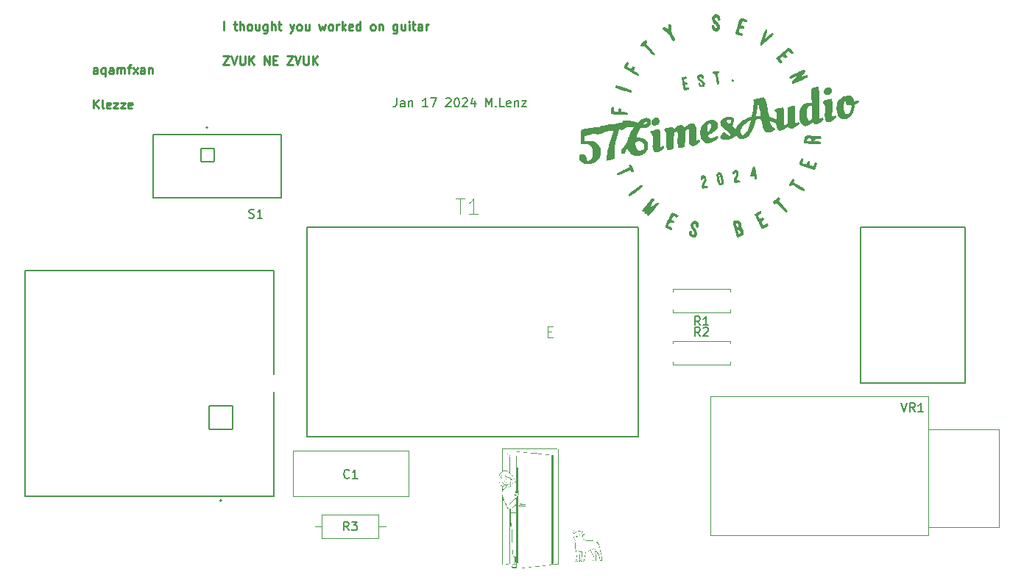
<source format=gto>
G04 #@! TF.GenerationSoftware,KiCad,Pcbnew,7.0.9*
G04 #@! TF.CreationDate,2024-06-06T01:46:12+04:00*
G04 #@! TF.ProjectId,57TimesAudioRE-AMP,35375469-6d65-4734-9175-64696f52452d,rev?*
G04 #@! TF.SameCoordinates,Original*
G04 #@! TF.FileFunction,Legend,Top*
G04 #@! TF.FilePolarity,Positive*
%FSLAX46Y46*%
G04 Gerber Fmt 4.6, Leading zero omitted, Abs format (unit mm)*
G04 Created by KiCad (PCBNEW 7.0.9) date 2024-06-06 01:46:12*
%MOMM*%
%LPD*%
G01*
G04 APERTURE LIST*
G04 Aperture macros list*
%AMRoundRect*
0 Rectangle with rounded corners*
0 $1 Rounding radius*
0 $2 $3 $4 $5 $6 $7 $8 $9 X,Y pos of 4 corners*
0 Add a 4 corners polygon primitive as box body*
4,1,4,$2,$3,$4,$5,$6,$7,$8,$9,$2,$3,0*
0 Add four circle primitives for the rounded corners*
1,1,$1+$1,$2,$3*
1,1,$1+$1,$4,$5*
1,1,$1+$1,$6,$7*
1,1,$1+$1,$8,$9*
0 Add four rect primitives between the rounded corners*
20,1,$1+$1,$2,$3,$4,$5,0*
20,1,$1+$1,$4,$5,$6,$7,0*
20,1,$1+$1,$6,$7,$8,$9,0*
20,1,$1+$1,$8,$9,$2,$3,0*%
G04 Aperture macros list end*
%ADD10C,0.250000*%
%ADD11C,0.200000*%
%ADD12C,0.150000*%
%ADD13C,0.088900*%
%ADD14C,0.127000*%
%ADD15C,0.177800*%
%ADD16C,0.120000*%
%ADD17C,2.004000*%
%ADD18RoundRect,0.102000X0.754000X0.754000X-0.754000X0.754000X-0.754000X-0.754000X0.754000X-0.754000X0*%
%ADD19C,1.712000*%
%ADD20C,2.540000*%
%ADD21C,1.600000*%
%ADD22O,1.600000X1.600000*%
%ADD23C,0.800000*%
%ADD24C,6.400000*%
%ADD25C,2.000000*%
%ADD26C,2.300000*%
%ADD27RoundRect,0.102000X1.350000X-1.350000X1.350000X1.350000X-1.350000X1.350000X-1.350000X-1.350000X0*%
%ADD28C,2.904000*%
%ADD29C,3.000000*%
G04 APERTURE END LIST*
D10*
X60307330Y-31824619D02*
X60973996Y-31824619D01*
X60973996Y-31824619D02*
X60307330Y-32824619D01*
X60307330Y-32824619D02*
X60973996Y-32824619D01*
X61212092Y-31824619D02*
X61545425Y-32824619D01*
X61545425Y-32824619D02*
X61878758Y-31824619D01*
X62212092Y-31824619D02*
X62212092Y-32634142D01*
X62212092Y-32634142D02*
X62259711Y-32729380D01*
X62259711Y-32729380D02*
X62307330Y-32777000D01*
X62307330Y-32777000D02*
X62402568Y-32824619D01*
X62402568Y-32824619D02*
X62593044Y-32824619D01*
X62593044Y-32824619D02*
X62688282Y-32777000D01*
X62688282Y-32777000D02*
X62735901Y-32729380D01*
X62735901Y-32729380D02*
X62783520Y-32634142D01*
X62783520Y-32634142D02*
X62783520Y-31824619D01*
X63259711Y-32824619D02*
X63259711Y-31824619D01*
X63831139Y-32824619D02*
X63402568Y-32253190D01*
X63831139Y-31824619D02*
X63259711Y-32396047D01*
X65021616Y-32824619D02*
X65021616Y-31824619D01*
X65021616Y-31824619D02*
X65593044Y-32824619D01*
X65593044Y-32824619D02*
X65593044Y-31824619D01*
X66069235Y-32300809D02*
X66402568Y-32300809D01*
X66545425Y-32824619D02*
X66069235Y-32824619D01*
X66069235Y-32824619D02*
X66069235Y-31824619D01*
X66069235Y-31824619D02*
X66545425Y-31824619D01*
X67640664Y-31824619D02*
X68307330Y-31824619D01*
X68307330Y-31824619D02*
X67640664Y-32824619D01*
X67640664Y-32824619D02*
X68307330Y-32824619D01*
X68545426Y-31824619D02*
X68878759Y-32824619D01*
X68878759Y-32824619D02*
X69212092Y-31824619D01*
X69545426Y-31824619D02*
X69545426Y-32634142D01*
X69545426Y-32634142D02*
X69593045Y-32729380D01*
X69593045Y-32729380D02*
X69640664Y-32777000D01*
X69640664Y-32777000D02*
X69735902Y-32824619D01*
X69735902Y-32824619D02*
X69926378Y-32824619D01*
X69926378Y-32824619D02*
X70021616Y-32777000D01*
X70021616Y-32777000D02*
X70069235Y-32729380D01*
X70069235Y-32729380D02*
X70116854Y-32634142D01*
X70116854Y-32634142D02*
X70116854Y-31824619D01*
X70593045Y-32824619D02*
X70593045Y-31824619D01*
X71164473Y-32824619D02*
X70735902Y-32253190D01*
X71164473Y-31824619D02*
X70593045Y-32396047D01*
X45831139Y-33864619D02*
X45831139Y-33340809D01*
X45831139Y-33340809D02*
X45783520Y-33245571D01*
X45783520Y-33245571D02*
X45688282Y-33197952D01*
X45688282Y-33197952D02*
X45497806Y-33197952D01*
X45497806Y-33197952D02*
X45402568Y-33245571D01*
X45831139Y-33817000D02*
X45735901Y-33864619D01*
X45735901Y-33864619D02*
X45497806Y-33864619D01*
X45497806Y-33864619D02*
X45402568Y-33817000D01*
X45402568Y-33817000D02*
X45354949Y-33721761D01*
X45354949Y-33721761D02*
X45354949Y-33626523D01*
X45354949Y-33626523D02*
X45402568Y-33531285D01*
X45402568Y-33531285D02*
X45497806Y-33483666D01*
X45497806Y-33483666D02*
X45735901Y-33483666D01*
X45735901Y-33483666D02*
X45831139Y-33436047D01*
X46735901Y-33197952D02*
X46735901Y-34197952D01*
X46735901Y-33817000D02*
X46640663Y-33864619D01*
X46640663Y-33864619D02*
X46450187Y-33864619D01*
X46450187Y-33864619D02*
X46354949Y-33817000D01*
X46354949Y-33817000D02*
X46307330Y-33769380D01*
X46307330Y-33769380D02*
X46259711Y-33674142D01*
X46259711Y-33674142D02*
X46259711Y-33388428D01*
X46259711Y-33388428D02*
X46307330Y-33293190D01*
X46307330Y-33293190D02*
X46354949Y-33245571D01*
X46354949Y-33245571D02*
X46450187Y-33197952D01*
X46450187Y-33197952D02*
X46640663Y-33197952D01*
X46640663Y-33197952D02*
X46735901Y-33245571D01*
X47640663Y-33864619D02*
X47640663Y-33340809D01*
X47640663Y-33340809D02*
X47593044Y-33245571D01*
X47593044Y-33245571D02*
X47497806Y-33197952D01*
X47497806Y-33197952D02*
X47307330Y-33197952D01*
X47307330Y-33197952D02*
X47212092Y-33245571D01*
X47640663Y-33817000D02*
X47545425Y-33864619D01*
X47545425Y-33864619D02*
X47307330Y-33864619D01*
X47307330Y-33864619D02*
X47212092Y-33817000D01*
X47212092Y-33817000D02*
X47164473Y-33721761D01*
X47164473Y-33721761D02*
X47164473Y-33626523D01*
X47164473Y-33626523D02*
X47212092Y-33531285D01*
X47212092Y-33531285D02*
X47307330Y-33483666D01*
X47307330Y-33483666D02*
X47545425Y-33483666D01*
X47545425Y-33483666D02*
X47640663Y-33436047D01*
X48116854Y-33864619D02*
X48116854Y-33197952D01*
X48116854Y-33293190D02*
X48164473Y-33245571D01*
X48164473Y-33245571D02*
X48259711Y-33197952D01*
X48259711Y-33197952D02*
X48402568Y-33197952D01*
X48402568Y-33197952D02*
X48497806Y-33245571D01*
X48497806Y-33245571D02*
X48545425Y-33340809D01*
X48545425Y-33340809D02*
X48545425Y-33864619D01*
X48545425Y-33340809D02*
X48593044Y-33245571D01*
X48593044Y-33245571D02*
X48688282Y-33197952D01*
X48688282Y-33197952D02*
X48831139Y-33197952D01*
X48831139Y-33197952D02*
X48926378Y-33245571D01*
X48926378Y-33245571D02*
X48973997Y-33340809D01*
X48973997Y-33340809D02*
X48973997Y-33864619D01*
X49307330Y-33197952D02*
X49688282Y-33197952D01*
X49450187Y-33864619D02*
X49450187Y-33007476D01*
X49450187Y-33007476D02*
X49497806Y-32912238D01*
X49497806Y-32912238D02*
X49593044Y-32864619D01*
X49593044Y-32864619D02*
X49688282Y-32864619D01*
X49926378Y-33864619D02*
X50450187Y-33197952D01*
X49926378Y-33197952D02*
X50450187Y-33864619D01*
X51259711Y-33864619D02*
X51259711Y-33340809D01*
X51259711Y-33340809D02*
X51212092Y-33245571D01*
X51212092Y-33245571D02*
X51116854Y-33197952D01*
X51116854Y-33197952D02*
X50926378Y-33197952D01*
X50926378Y-33197952D02*
X50831140Y-33245571D01*
X51259711Y-33817000D02*
X51164473Y-33864619D01*
X51164473Y-33864619D02*
X50926378Y-33864619D01*
X50926378Y-33864619D02*
X50831140Y-33817000D01*
X50831140Y-33817000D02*
X50783521Y-33721761D01*
X50783521Y-33721761D02*
X50783521Y-33626523D01*
X50783521Y-33626523D02*
X50831140Y-33531285D01*
X50831140Y-33531285D02*
X50926378Y-33483666D01*
X50926378Y-33483666D02*
X51164473Y-33483666D01*
X51164473Y-33483666D02*
X51259711Y-33436047D01*
X51735902Y-33197952D02*
X51735902Y-33864619D01*
X51735902Y-33293190D02*
X51783521Y-33245571D01*
X51783521Y-33245571D02*
X51878759Y-33197952D01*
X51878759Y-33197952D02*
X52021616Y-33197952D01*
X52021616Y-33197952D02*
X52116854Y-33245571D01*
X52116854Y-33245571D02*
X52164473Y-33340809D01*
X52164473Y-33340809D02*
X52164473Y-33864619D01*
X60402568Y-28864619D02*
X60402568Y-27864619D01*
X61497806Y-28197952D02*
X61878758Y-28197952D01*
X61640663Y-27864619D02*
X61640663Y-28721761D01*
X61640663Y-28721761D02*
X61688282Y-28817000D01*
X61688282Y-28817000D02*
X61783520Y-28864619D01*
X61783520Y-28864619D02*
X61878758Y-28864619D01*
X62212092Y-28864619D02*
X62212092Y-27864619D01*
X62640663Y-28864619D02*
X62640663Y-28340809D01*
X62640663Y-28340809D02*
X62593044Y-28245571D01*
X62593044Y-28245571D02*
X62497806Y-28197952D01*
X62497806Y-28197952D02*
X62354949Y-28197952D01*
X62354949Y-28197952D02*
X62259711Y-28245571D01*
X62259711Y-28245571D02*
X62212092Y-28293190D01*
X63259711Y-28864619D02*
X63164473Y-28817000D01*
X63164473Y-28817000D02*
X63116854Y-28769380D01*
X63116854Y-28769380D02*
X63069235Y-28674142D01*
X63069235Y-28674142D02*
X63069235Y-28388428D01*
X63069235Y-28388428D02*
X63116854Y-28293190D01*
X63116854Y-28293190D02*
X63164473Y-28245571D01*
X63164473Y-28245571D02*
X63259711Y-28197952D01*
X63259711Y-28197952D02*
X63402568Y-28197952D01*
X63402568Y-28197952D02*
X63497806Y-28245571D01*
X63497806Y-28245571D02*
X63545425Y-28293190D01*
X63545425Y-28293190D02*
X63593044Y-28388428D01*
X63593044Y-28388428D02*
X63593044Y-28674142D01*
X63593044Y-28674142D02*
X63545425Y-28769380D01*
X63545425Y-28769380D02*
X63497806Y-28817000D01*
X63497806Y-28817000D02*
X63402568Y-28864619D01*
X63402568Y-28864619D02*
X63259711Y-28864619D01*
X64450187Y-28197952D02*
X64450187Y-28864619D01*
X64021616Y-28197952D02*
X64021616Y-28721761D01*
X64021616Y-28721761D02*
X64069235Y-28817000D01*
X64069235Y-28817000D02*
X64164473Y-28864619D01*
X64164473Y-28864619D02*
X64307330Y-28864619D01*
X64307330Y-28864619D02*
X64402568Y-28817000D01*
X64402568Y-28817000D02*
X64450187Y-28769380D01*
X65354949Y-28197952D02*
X65354949Y-29007476D01*
X65354949Y-29007476D02*
X65307330Y-29102714D01*
X65307330Y-29102714D02*
X65259711Y-29150333D01*
X65259711Y-29150333D02*
X65164473Y-29197952D01*
X65164473Y-29197952D02*
X65021616Y-29197952D01*
X65021616Y-29197952D02*
X64926378Y-29150333D01*
X65354949Y-28817000D02*
X65259711Y-28864619D01*
X65259711Y-28864619D02*
X65069235Y-28864619D01*
X65069235Y-28864619D02*
X64973997Y-28817000D01*
X64973997Y-28817000D02*
X64926378Y-28769380D01*
X64926378Y-28769380D02*
X64878759Y-28674142D01*
X64878759Y-28674142D02*
X64878759Y-28388428D01*
X64878759Y-28388428D02*
X64926378Y-28293190D01*
X64926378Y-28293190D02*
X64973997Y-28245571D01*
X64973997Y-28245571D02*
X65069235Y-28197952D01*
X65069235Y-28197952D02*
X65259711Y-28197952D01*
X65259711Y-28197952D02*
X65354949Y-28245571D01*
X65831140Y-28864619D02*
X65831140Y-27864619D01*
X66259711Y-28864619D02*
X66259711Y-28340809D01*
X66259711Y-28340809D02*
X66212092Y-28245571D01*
X66212092Y-28245571D02*
X66116854Y-28197952D01*
X66116854Y-28197952D02*
X65973997Y-28197952D01*
X65973997Y-28197952D02*
X65878759Y-28245571D01*
X65878759Y-28245571D02*
X65831140Y-28293190D01*
X66593045Y-28197952D02*
X66973997Y-28197952D01*
X66735902Y-27864619D02*
X66735902Y-28721761D01*
X66735902Y-28721761D02*
X66783521Y-28817000D01*
X66783521Y-28817000D02*
X66878759Y-28864619D01*
X66878759Y-28864619D02*
X66973997Y-28864619D01*
X67973998Y-28197952D02*
X68212093Y-28864619D01*
X68450188Y-28197952D02*
X68212093Y-28864619D01*
X68212093Y-28864619D02*
X68116855Y-29102714D01*
X68116855Y-29102714D02*
X68069236Y-29150333D01*
X68069236Y-29150333D02*
X67973998Y-29197952D01*
X68973998Y-28864619D02*
X68878760Y-28817000D01*
X68878760Y-28817000D02*
X68831141Y-28769380D01*
X68831141Y-28769380D02*
X68783522Y-28674142D01*
X68783522Y-28674142D02*
X68783522Y-28388428D01*
X68783522Y-28388428D02*
X68831141Y-28293190D01*
X68831141Y-28293190D02*
X68878760Y-28245571D01*
X68878760Y-28245571D02*
X68973998Y-28197952D01*
X68973998Y-28197952D02*
X69116855Y-28197952D01*
X69116855Y-28197952D02*
X69212093Y-28245571D01*
X69212093Y-28245571D02*
X69259712Y-28293190D01*
X69259712Y-28293190D02*
X69307331Y-28388428D01*
X69307331Y-28388428D02*
X69307331Y-28674142D01*
X69307331Y-28674142D02*
X69259712Y-28769380D01*
X69259712Y-28769380D02*
X69212093Y-28817000D01*
X69212093Y-28817000D02*
X69116855Y-28864619D01*
X69116855Y-28864619D02*
X68973998Y-28864619D01*
X70164474Y-28197952D02*
X70164474Y-28864619D01*
X69735903Y-28197952D02*
X69735903Y-28721761D01*
X69735903Y-28721761D02*
X69783522Y-28817000D01*
X69783522Y-28817000D02*
X69878760Y-28864619D01*
X69878760Y-28864619D02*
X70021617Y-28864619D01*
X70021617Y-28864619D02*
X70116855Y-28817000D01*
X70116855Y-28817000D02*
X70164474Y-28769380D01*
X71307332Y-28197952D02*
X71497808Y-28864619D01*
X71497808Y-28864619D02*
X71688284Y-28388428D01*
X71688284Y-28388428D02*
X71878760Y-28864619D01*
X71878760Y-28864619D02*
X72069236Y-28197952D01*
X72593046Y-28864619D02*
X72497808Y-28817000D01*
X72497808Y-28817000D02*
X72450189Y-28769380D01*
X72450189Y-28769380D02*
X72402570Y-28674142D01*
X72402570Y-28674142D02*
X72402570Y-28388428D01*
X72402570Y-28388428D02*
X72450189Y-28293190D01*
X72450189Y-28293190D02*
X72497808Y-28245571D01*
X72497808Y-28245571D02*
X72593046Y-28197952D01*
X72593046Y-28197952D02*
X72735903Y-28197952D01*
X72735903Y-28197952D02*
X72831141Y-28245571D01*
X72831141Y-28245571D02*
X72878760Y-28293190D01*
X72878760Y-28293190D02*
X72926379Y-28388428D01*
X72926379Y-28388428D02*
X72926379Y-28674142D01*
X72926379Y-28674142D02*
X72878760Y-28769380D01*
X72878760Y-28769380D02*
X72831141Y-28817000D01*
X72831141Y-28817000D02*
X72735903Y-28864619D01*
X72735903Y-28864619D02*
X72593046Y-28864619D01*
X73354951Y-28864619D02*
X73354951Y-28197952D01*
X73354951Y-28388428D02*
X73402570Y-28293190D01*
X73402570Y-28293190D02*
X73450189Y-28245571D01*
X73450189Y-28245571D02*
X73545427Y-28197952D01*
X73545427Y-28197952D02*
X73640665Y-28197952D01*
X73973999Y-28864619D02*
X73973999Y-27864619D01*
X74069237Y-28483666D02*
X74354951Y-28864619D01*
X74354951Y-28197952D02*
X73973999Y-28578904D01*
X75164475Y-28817000D02*
X75069237Y-28864619D01*
X75069237Y-28864619D02*
X74878761Y-28864619D01*
X74878761Y-28864619D02*
X74783523Y-28817000D01*
X74783523Y-28817000D02*
X74735904Y-28721761D01*
X74735904Y-28721761D02*
X74735904Y-28340809D01*
X74735904Y-28340809D02*
X74783523Y-28245571D01*
X74783523Y-28245571D02*
X74878761Y-28197952D01*
X74878761Y-28197952D02*
X75069237Y-28197952D01*
X75069237Y-28197952D02*
X75164475Y-28245571D01*
X75164475Y-28245571D02*
X75212094Y-28340809D01*
X75212094Y-28340809D02*
X75212094Y-28436047D01*
X75212094Y-28436047D02*
X74735904Y-28531285D01*
X76069237Y-28864619D02*
X76069237Y-27864619D01*
X76069237Y-28817000D02*
X75973999Y-28864619D01*
X75973999Y-28864619D02*
X75783523Y-28864619D01*
X75783523Y-28864619D02*
X75688285Y-28817000D01*
X75688285Y-28817000D02*
X75640666Y-28769380D01*
X75640666Y-28769380D02*
X75593047Y-28674142D01*
X75593047Y-28674142D02*
X75593047Y-28388428D01*
X75593047Y-28388428D02*
X75640666Y-28293190D01*
X75640666Y-28293190D02*
X75688285Y-28245571D01*
X75688285Y-28245571D02*
X75783523Y-28197952D01*
X75783523Y-28197952D02*
X75973999Y-28197952D01*
X75973999Y-28197952D02*
X76069237Y-28245571D01*
X77450190Y-28864619D02*
X77354952Y-28817000D01*
X77354952Y-28817000D02*
X77307333Y-28769380D01*
X77307333Y-28769380D02*
X77259714Y-28674142D01*
X77259714Y-28674142D02*
X77259714Y-28388428D01*
X77259714Y-28388428D02*
X77307333Y-28293190D01*
X77307333Y-28293190D02*
X77354952Y-28245571D01*
X77354952Y-28245571D02*
X77450190Y-28197952D01*
X77450190Y-28197952D02*
X77593047Y-28197952D01*
X77593047Y-28197952D02*
X77688285Y-28245571D01*
X77688285Y-28245571D02*
X77735904Y-28293190D01*
X77735904Y-28293190D02*
X77783523Y-28388428D01*
X77783523Y-28388428D02*
X77783523Y-28674142D01*
X77783523Y-28674142D02*
X77735904Y-28769380D01*
X77735904Y-28769380D02*
X77688285Y-28817000D01*
X77688285Y-28817000D02*
X77593047Y-28864619D01*
X77593047Y-28864619D02*
X77450190Y-28864619D01*
X78212095Y-28197952D02*
X78212095Y-28864619D01*
X78212095Y-28293190D02*
X78259714Y-28245571D01*
X78259714Y-28245571D02*
X78354952Y-28197952D01*
X78354952Y-28197952D02*
X78497809Y-28197952D01*
X78497809Y-28197952D02*
X78593047Y-28245571D01*
X78593047Y-28245571D02*
X78640666Y-28340809D01*
X78640666Y-28340809D02*
X78640666Y-28864619D01*
X80307333Y-28197952D02*
X80307333Y-29007476D01*
X80307333Y-29007476D02*
X80259714Y-29102714D01*
X80259714Y-29102714D02*
X80212095Y-29150333D01*
X80212095Y-29150333D02*
X80116857Y-29197952D01*
X80116857Y-29197952D02*
X79974000Y-29197952D01*
X79974000Y-29197952D02*
X79878762Y-29150333D01*
X80307333Y-28817000D02*
X80212095Y-28864619D01*
X80212095Y-28864619D02*
X80021619Y-28864619D01*
X80021619Y-28864619D02*
X79926381Y-28817000D01*
X79926381Y-28817000D02*
X79878762Y-28769380D01*
X79878762Y-28769380D02*
X79831143Y-28674142D01*
X79831143Y-28674142D02*
X79831143Y-28388428D01*
X79831143Y-28388428D02*
X79878762Y-28293190D01*
X79878762Y-28293190D02*
X79926381Y-28245571D01*
X79926381Y-28245571D02*
X80021619Y-28197952D01*
X80021619Y-28197952D02*
X80212095Y-28197952D01*
X80212095Y-28197952D02*
X80307333Y-28245571D01*
X81212095Y-28197952D02*
X81212095Y-28864619D01*
X80783524Y-28197952D02*
X80783524Y-28721761D01*
X80783524Y-28721761D02*
X80831143Y-28817000D01*
X80831143Y-28817000D02*
X80926381Y-28864619D01*
X80926381Y-28864619D02*
X81069238Y-28864619D01*
X81069238Y-28864619D02*
X81164476Y-28817000D01*
X81164476Y-28817000D02*
X81212095Y-28769380D01*
X81688286Y-28864619D02*
X81688286Y-28197952D01*
X81688286Y-27864619D02*
X81640667Y-27912238D01*
X81640667Y-27912238D02*
X81688286Y-27959857D01*
X81688286Y-27959857D02*
X81735905Y-27912238D01*
X81735905Y-27912238D02*
X81688286Y-27864619D01*
X81688286Y-27864619D02*
X81688286Y-27959857D01*
X82021619Y-28197952D02*
X82402571Y-28197952D01*
X82164476Y-27864619D02*
X82164476Y-28721761D01*
X82164476Y-28721761D02*
X82212095Y-28817000D01*
X82212095Y-28817000D02*
X82307333Y-28864619D01*
X82307333Y-28864619D02*
X82402571Y-28864619D01*
X83164476Y-28864619D02*
X83164476Y-28340809D01*
X83164476Y-28340809D02*
X83116857Y-28245571D01*
X83116857Y-28245571D02*
X83021619Y-28197952D01*
X83021619Y-28197952D02*
X82831143Y-28197952D01*
X82831143Y-28197952D02*
X82735905Y-28245571D01*
X83164476Y-28817000D02*
X83069238Y-28864619D01*
X83069238Y-28864619D02*
X82831143Y-28864619D01*
X82831143Y-28864619D02*
X82735905Y-28817000D01*
X82735905Y-28817000D02*
X82688286Y-28721761D01*
X82688286Y-28721761D02*
X82688286Y-28626523D01*
X82688286Y-28626523D02*
X82735905Y-28531285D01*
X82735905Y-28531285D02*
X82831143Y-28483666D01*
X82831143Y-28483666D02*
X83069238Y-28483666D01*
X83069238Y-28483666D02*
X83164476Y-28436047D01*
X83640667Y-28864619D02*
X83640667Y-28197952D01*
X83640667Y-28388428D02*
X83688286Y-28293190D01*
X83688286Y-28293190D02*
X83735905Y-28245571D01*
X83735905Y-28245571D02*
X83831143Y-28197952D01*
X83831143Y-28197952D02*
X83926381Y-28197952D01*
D11*
X80255387Y-36667219D02*
X80255387Y-37381504D01*
X80255387Y-37381504D02*
X80207768Y-37524361D01*
X80207768Y-37524361D02*
X80112530Y-37619600D01*
X80112530Y-37619600D02*
X79969673Y-37667219D01*
X79969673Y-37667219D02*
X79874435Y-37667219D01*
X81160149Y-37667219D02*
X81160149Y-37143409D01*
X81160149Y-37143409D02*
X81112530Y-37048171D01*
X81112530Y-37048171D02*
X81017292Y-37000552D01*
X81017292Y-37000552D02*
X80826816Y-37000552D01*
X80826816Y-37000552D02*
X80731578Y-37048171D01*
X81160149Y-37619600D02*
X81064911Y-37667219D01*
X81064911Y-37667219D02*
X80826816Y-37667219D01*
X80826816Y-37667219D02*
X80731578Y-37619600D01*
X80731578Y-37619600D02*
X80683959Y-37524361D01*
X80683959Y-37524361D02*
X80683959Y-37429123D01*
X80683959Y-37429123D02*
X80731578Y-37333885D01*
X80731578Y-37333885D02*
X80826816Y-37286266D01*
X80826816Y-37286266D02*
X81064911Y-37286266D01*
X81064911Y-37286266D02*
X81160149Y-37238647D01*
X81636340Y-37000552D02*
X81636340Y-37667219D01*
X81636340Y-37095790D02*
X81683959Y-37048171D01*
X81683959Y-37048171D02*
X81779197Y-37000552D01*
X81779197Y-37000552D02*
X81922054Y-37000552D01*
X81922054Y-37000552D02*
X82017292Y-37048171D01*
X82017292Y-37048171D02*
X82064911Y-37143409D01*
X82064911Y-37143409D02*
X82064911Y-37667219D01*
X83826816Y-37667219D02*
X83255388Y-37667219D01*
X83541102Y-37667219D02*
X83541102Y-36667219D01*
X83541102Y-36667219D02*
X83445864Y-36810076D01*
X83445864Y-36810076D02*
X83350626Y-36905314D01*
X83350626Y-36905314D02*
X83255388Y-36952933D01*
X84160150Y-36667219D02*
X84826816Y-36667219D01*
X84826816Y-36667219D02*
X84398245Y-37667219D01*
X85922055Y-36762457D02*
X85969674Y-36714838D01*
X85969674Y-36714838D02*
X86064912Y-36667219D01*
X86064912Y-36667219D02*
X86303007Y-36667219D01*
X86303007Y-36667219D02*
X86398245Y-36714838D01*
X86398245Y-36714838D02*
X86445864Y-36762457D01*
X86445864Y-36762457D02*
X86493483Y-36857695D01*
X86493483Y-36857695D02*
X86493483Y-36952933D01*
X86493483Y-36952933D02*
X86445864Y-37095790D01*
X86445864Y-37095790D02*
X85874436Y-37667219D01*
X85874436Y-37667219D02*
X86493483Y-37667219D01*
X87112531Y-36667219D02*
X87207769Y-36667219D01*
X87207769Y-36667219D02*
X87303007Y-36714838D01*
X87303007Y-36714838D02*
X87350626Y-36762457D01*
X87350626Y-36762457D02*
X87398245Y-36857695D01*
X87398245Y-36857695D02*
X87445864Y-37048171D01*
X87445864Y-37048171D02*
X87445864Y-37286266D01*
X87445864Y-37286266D02*
X87398245Y-37476742D01*
X87398245Y-37476742D02*
X87350626Y-37571980D01*
X87350626Y-37571980D02*
X87303007Y-37619600D01*
X87303007Y-37619600D02*
X87207769Y-37667219D01*
X87207769Y-37667219D02*
X87112531Y-37667219D01*
X87112531Y-37667219D02*
X87017293Y-37619600D01*
X87017293Y-37619600D02*
X86969674Y-37571980D01*
X86969674Y-37571980D02*
X86922055Y-37476742D01*
X86922055Y-37476742D02*
X86874436Y-37286266D01*
X86874436Y-37286266D02*
X86874436Y-37048171D01*
X86874436Y-37048171D02*
X86922055Y-36857695D01*
X86922055Y-36857695D02*
X86969674Y-36762457D01*
X86969674Y-36762457D02*
X87017293Y-36714838D01*
X87017293Y-36714838D02*
X87112531Y-36667219D01*
X87826817Y-36762457D02*
X87874436Y-36714838D01*
X87874436Y-36714838D02*
X87969674Y-36667219D01*
X87969674Y-36667219D02*
X88207769Y-36667219D01*
X88207769Y-36667219D02*
X88303007Y-36714838D01*
X88303007Y-36714838D02*
X88350626Y-36762457D01*
X88350626Y-36762457D02*
X88398245Y-36857695D01*
X88398245Y-36857695D02*
X88398245Y-36952933D01*
X88398245Y-36952933D02*
X88350626Y-37095790D01*
X88350626Y-37095790D02*
X87779198Y-37667219D01*
X87779198Y-37667219D02*
X88398245Y-37667219D01*
X89255388Y-37000552D02*
X89255388Y-37667219D01*
X89017293Y-36619600D02*
X88779198Y-37333885D01*
X88779198Y-37333885D02*
X89398245Y-37333885D01*
X90541103Y-37667219D02*
X90541103Y-36667219D01*
X90541103Y-36667219D02*
X90874436Y-37381504D01*
X90874436Y-37381504D02*
X91207769Y-36667219D01*
X91207769Y-36667219D02*
X91207769Y-37667219D01*
X91683960Y-37571980D02*
X91731579Y-37619600D01*
X91731579Y-37619600D02*
X91683960Y-37667219D01*
X91683960Y-37667219D02*
X91636341Y-37619600D01*
X91636341Y-37619600D02*
X91683960Y-37571980D01*
X91683960Y-37571980D02*
X91683960Y-37667219D01*
X92636340Y-37667219D02*
X92160150Y-37667219D01*
X92160150Y-37667219D02*
X92160150Y-36667219D01*
X93350626Y-37619600D02*
X93255388Y-37667219D01*
X93255388Y-37667219D02*
X93064912Y-37667219D01*
X93064912Y-37667219D02*
X92969674Y-37619600D01*
X92969674Y-37619600D02*
X92922055Y-37524361D01*
X92922055Y-37524361D02*
X92922055Y-37143409D01*
X92922055Y-37143409D02*
X92969674Y-37048171D01*
X92969674Y-37048171D02*
X93064912Y-37000552D01*
X93064912Y-37000552D02*
X93255388Y-37000552D01*
X93255388Y-37000552D02*
X93350626Y-37048171D01*
X93350626Y-37048171D02*
X93398245Y-37143409D01*
X93398245Y-37143409D02*
X93398245Y-37238647D01*
X93398245Y-37238647D02*
X92922055Y-37333885D01*
X93826817Y-37000552D02*
X93826817Y-37667219D01*
X93826817Y-37095790D02*
X93874436Y-37048171D01*
X93874436Y-37048171D02*
X93969674Y-37000552D01*
X93969674Y-37000552D02*
X94112531Y-37000552D01*
X94112531Y-37000552D02*
X94207769Y-37048171D01*
X94207769Y-37048171D02*
X94255388Y-37143409D01*
X94255388Y-37143409D02*
X94255388Y-37667219D01*
X94636341Y-37000552D02*
X95160150Y-37000552D01*
X95160150Y-37000552D02*
X94636341Y-37667219D01*
X94636341Y-37667219D02*
X95160150Y-37667219D01*
D10*
X45402568Y-37864619D02*
X45402568Y-36864619D01*
X45973996Y-37864619D02*
X45545425Y-37293190D01*
X45973996Y-36864619D02*
X45402568Y-37436047D01*
X46545425Y-37864619D02*
X46450187Y-37817000D01*
X46450187Y-37817000D02*
X46402568Y-37721761D01*
X46402568Y-37721761D02*
X46402568Y-36864619D01*
X47307330Y-37817000D02*
X47212092Y-37864619D01*
X47212092Y-37864619D02*
X47021616Y-37864619D01*
X47021616Y-37864619D02*
X46926378Y-37817000D01*
X46926378Y-37817000D02*
X46878759Y-37721761D01*
X46878759Y-37721761D02*
X46878759Y-37340809D01*
X46878759Y-37340809D02*
X46926378Y-37245571D01*
X46926378Y-37245571D02*
X47021616Y-37197952D01*
X47021616Y-37197952D02*
X47212092Y-37197952D01*
X47212092Y-37197952D02*
X47307330Y-37245571D01*
X47307330Y-37245571D02*
X47354949Y-37340809D01*
X47354949Y-37340809D02*
X47354949Y-37436047D01*
X47354949Y-37436047D02*
X46878759Y-37531285D01*
X47688283Y-37197952D02*
X48212092Y-37197952D01*
X48212092Y-37197952D02*
X47688283Y-37864619D01*
X47688283Y-37864619D02*
X48212092Y-37864619D01*
X48497807Y-37197952D02*
X49021616Y-37197952D01*
X49021616Y-37197952D02*
X48497807Y-37864619D01*
X48497807Y-37864619D02*
X49021616Y-37864619D01*
X49783521Y-37817000D02*
X49688283Y-37864619D01*
X49688283Y-37864619D02*
X49497807Y-37864619D01*
X49497807Y-37864619D02*
X49402569Y-37817000D01*
X49402569Y-37817000D02*
X49354950Y-37721761D01*
X49354950Y-37721761D02*
X49354950Y-37340809D01*
X49354950Y-37340809D02*
X49402569Y-37245571D01*
X49402569Y-37245571D02*
X49497807Y-37197952D01*
X49497807Y-37197952D02*
X49688283Y-37197952D01*
X49688283Y-37197952D02*
X49783521Y-37245571D01*
X49783521Y-37245571D02*
X49831140Y-37340809D01*
X49831140Y-37340809D02*
X49831140Y-37436047D01*
X49831140Y-37436047D02*
X49354950Y-37531285D01*
D12*
X138280476Y-71794819D02*
X138613809Y-72794819D01*
X138613809Y-72794819D02*
X138947142Y-71794819D01*
X139851904Y-72794819D02*
X139518571Y-72318628D01*
X139280476Y-72794819D02*
X139280476Y-71794819D01*
X139280476Y-71794819D02*
X139661428Y-71794819D01*
X139661428Y-71794819D02*
X139756666Y-71842438D01*
X139756666Y-71842438D02*
X139804285Y-71890057D01*
X139804285Y-71890057D02*
X139851904Y-71985295D01*
X139851904Y-71985295D02*
X139851904Y-72128152D01*
X139851904Y-72128152D02*
X139804285Y-72223390D01*
X139804285Y-72223390D02*
X139756666Y-72271009D01*
X139756666Y-72271009D02*
X139661428Y-72318628D01*
X139661428Y-72318628D02*
X139280476Y-72318628D01*
X140804285Y-72794819D02*
X140232857Y-72794819D01*
X140518571Y-72794819D02*
X140518571Y-71794819D01*
X140518571Y-71794819D02*
X140423333Y-71937676D01*
X140423333Y-71937676D02*
X140328095Y-72032914D01*
X140328095Y-72032914D02*
X140232857Y-72080533D01*
X63283095Y-50442200D02*
X63425952Y-50489819D01*
X63425952Y-50489819D02*
X63664047Y-50489819D01*
X63664047Y-50489819D02*
X63759285Y-50442200D01*
X63759285Y-50442200D02*
X63806904Y-50394580D01*
X63806904Y-50394580D02*
X63854523Y-50299342D01*
X63854523Y-50299342D02*
X63854523Y-50204104D01*
X63854523Y-50204104D02*
X63806904Y-50108866D01*
X63806904Y-50108866D02*
X63759285Y-50061247D01*
X63759285Y-50061247D02*
X63664047Y-50013628D01*
X63664047Y-50013628D02*
X63473571Y-49966009D01*
X63473571Y-49966009D02*
X63378333Y-49918390D01*
X63378333Y-49918390D02*
X63330714Y-49870771D01*
X63330714Y-49870771D02*
X63283095Y-49775533D01*
X63283095Y-49775533D02*
X63283095Y-49680295D01*
X63283095Y-49680295D02*
X63330714Y-49585057D01*
X63330714Y-49585057D02*
X63378333Y-49537438D01*
X63378333Y-49537438D02*
X63473571Y-49489819D01*
X63473571Y-49489819D02*
X63711666Y-49489819D01*
X63711666Y-49489819D02*
X63854523Y-49537438D01*
X64806904Y-50489819D02*
X64235476Y-50489819D01*
X64521190Y-50489819D02*
X64521190Y-49489819D01*
X64521190Y-49489819D02*
X64425952Y-49632676D01*
X64425952Y-49632676D02*
X64330714Y-49727914D01*
X64330714Y-49727914D02*
X64235476Y-49775533D01*
D13*
X87030333Y-48209914D02*
X88046333Y-48209914D01*
X87538333Y-49987914D02*
X87538333Y-48209914D01*
X89570333Y-49987914D02*
X88554333Y-49987914D01*
X89062333Y-49987914D02*
X89062333Y-48209914D01*
X89062333Y-48209914D02*
X88893000Y-48463914D01*
X88893000Y-48463914D02*
X88723667Y-48633248D01*
X88723667Y-48633248D02*
X88554333Y-48717914D01*
X97587856Y-63537665D02*
X98011190Y-63537665D01*
X98192618Y-64202903D02*
X97587856Y-64202903D01*
X97587856Y-64202903D02*
X97587856Y-62932903D01*
X97587856Y-62932903D02*
X98192618Y-62932903D01*
D12*
X115143333Y-64084819D02*
X114810000Y-63608628D01*
X114571905Y-64084819D02*
X114571905Y-63084819D01*
X114571905Y-63084819D02*
X114952857Y-63084819D01*
X114952857Y-63084819D02*
X115048095Y-63132438D01*
X115048095Y-63132438D02*
X115095714Y-63180057D01*
X115095714Y-63180057D02*
X115143333Y-63275295D01*
X115143333Y-63275295D02*
X115143333Y-63418152D01*
X115143333Y-63418152D02*
X115095714Y-63513390D01*
X115095714Y-63513390D02*
X115048095Y-63561009D01*
X115048095Y-63561009D02*
X114952857Y-63608628D01*
X114952857Y-63608628D02*
X114571905Y-63608628D01*
X115524286Y-63180057D02*
X115571905Y-63132438D01*
X115571905Y-63132438D02*
X115667143Y-63084819D01*
X115667143Y-63084819D02*
X115905238Y-63084819D01*
X115905238Y-63084819D02*
X116000476Y-63132438D01*
X116000476Y-63132438D02*
X116048095Y-63180057D01*
X116048095Y-63180057D02*
X116095714Y-63275295D01*
X116095714Y-63275295D02*
X116095714Y-63370533D01*
X116095714Y-63370533D02*
X116048095Y-63513390D01*
X116048095Y-63513390D02*
X115476667Y-64084819D01*
X115476667Y-64084819D02*
X116095714Y-64084819D01*
X115143333Y-62824819D02*
X114810000Y-62348628D01*
X114571905Y-62824819D02*
X114571905Y-61824819D01*
X114571905Y-61824819D02*
X114952857Y-61824819D01*
X114952857Y-61824819D02*
X115048095Y-61872438D01*
X115048095Y-61872438D02*
X115095714Y-61920057D01*
X115095714Y-61920057D02*
X115143333Y-62015295D01*
X115143333Y-62015295D02*
X115143333Y-62158152D01*
X115143333Y-62158152D02*
X115095714Y-62253390D01*
X115095714Y-62253390D02*
X115048095Y-62301009D01*
X115048095Y-62301009D02*
X114952857Y-62348628D01*
X114952857Y-62348628D02*
X114571905Y-62348628D01*
X116095714Y-62824819D02*
X115524286Y-62824819D01*
X115810000Y-62824819D02*
X115810000Y-61824819D01*
X115810000Y-61824819D02*
X115714762Y-61967676D01*
X115714762Y-61967676D02*
X115619524Y-62062914D01*
X115619524Y-62062914D02*
X115524286Y-62110533D01*
X74793333Y-80359580D02*
X74745714Y-80407200D01*
X74745714Y-80407200D02*
X74602857Y-80454819D01*
X74602857Y-80454819D02*
X74507619Y-80454819D01*
X74507619Y-80454819D02*
X74364762Y-80407200D01*
X74364762Y-80407200D02*
X74269524Y-80311961D01*
X74269524Y-80311961D02*
X74221905Y-80216723D01*
X74221905Y-80216723D02*
X74174286Y-80026247D01*
X74174286Y-80026247D02*
X74174286Y-79883390D01*
X74174286Y-79883390D02*
X74221905Y-79692914D01*
X74221905Y-79692914D02*
X74269524Y-79597676D01*
X74269524Y-79597676D02*
X74364762Y-79502438D01*
X74364762Y-79502438D02*
X74507619Y-79454819D01*
X74507619Y-79454819D02*
X74602857Y-79454819D01*
X74602857Y-79454819D02*
X74745714Y-79502438D01*
X74745714Y-79502438D02*
X74793333Y-79550057D01*
X75745714Y-80454819D02*
X75174286Y-80454819D01*
X75460000Y-80454819D02*
X75460000Y-79454819D01*
X75460000Y-79454819D02*
X75364762Y-79597676D01*
X75364762Y-79597676D02*
X75269524Y-79692914D01*
X75269524Y-79692914D02*
X75174286Y-79740533D01*
X74753333Y-86454819D02*
X74420000Y-85978628D01*
X74181905Y-86454819D02*
X74181905Y-85454819D01*
X74181905Y-85454819D02*
X74562857Y-85454819D01*
X74562857Y-85454819D02*
X74658095Y-85502438D01*
X74658095Y-85502438D02*
X74705714Y-85550057D01*
X74705714Y-85550057D02*
X74753333Y-85645295D01*
X74753333Y-85645295D02*
X74753333Y-85788152D01*
X74753333Y-85788152D02*
X74705714Y-85883390D01*
X74705714Y-85883390D02*
X74658095Y-85931009D01*
X74658095Y-85931009D02*
X74562857Y-85978628D01*
X74562857Y-85978628D02*
X74181905Y-85978628D01*
X75086667Y-85454819D02*
X75705714Y-85454819D01*
X75705714Y-85454819D02*
X75372381Y-85835771D01*
X75372381Y-85835771D02*
X75515238Y-85835771D01*
X75515238Y-85835771D02*
X75610476Y-85883390D01*
X75610476Y-85883390D02*
X75658095Y-85931009D01*
X75658095Y-85931009D02*
X75705714Y-86026247D01*
X75705714Y-86026247D02*
X75705714Y-86264342D01*
X75705714Y-86264342D02*
X75658095Y-86359580D01*
X75658095Y-86359580D02*
X75610476Y-86407200D01*
X75610476Y-86407200D02*
X75515238Y-86454819D01*
X75515238Y-86454819D02*
X75229524Y-86454819D01*
X75229524Y-86454819D02*
X75134286Y-86407200D01*
X75134286Y-86407200D02*
X75086667Y-86359580D01*
D14*
X133590000Y-69500000D02*
X133590000Y-51500000D01*
X145590000Y-69500000D02*
X133590000Y-69500000D01*
X133590000Y-51500000D02*
X145590000Y-51500000D01*
X145590000Y-51500000D02*
X145590000Y-69500000D01*
X66970000Y-48150000D02*
X66970000Y-40850000D01*
X66970000Y-40850000D02*
X52270000Y-40850000D01*
X52270000Y-48150000D02*
X66970000Y-48150000D01*
X52270000Y-40850000D02*
X52270000Y-48150000D01*
D11*
X58519000Y-40075000D02*
G75*
G03*
X58519000Y-40075000I-100000J0D01*
G01*
D15*
X69920000Y-51555000D02*
X69920000Y-75685000D01*
X69920000Y-75685000D02*
X108020000Y-75685000D01*
X108020000Y-51555000D02*
X69920000Y-51555000D01*
X108020000Y-75685000D02*
X108020000Y-51555000D01*
D16*
X112040000Y-64630000D02*
X118580000Y-64630000D01*
X112040000Y-64960000D02*
X112040000Y-64630000D01*
X112040000Y-67040000D02*
X112040000Y-67370000D01*
X112040000Y-67370000D02*
X118580000Y-67370000D01*
X118580000Y-64630000D02*
X118580000Y-64960000D01*
X118580000Y-67370000D02*
X118580000Y-67040000D01*
G36*
X101336721Y-86891630D02*
G01*
X101352408Y-86912574D01*
X101351700Y-86948372D01*
X101335395Y-86974829D01*
X101310394Y-86984796D01*
X101286966Y-86976172D01*
X101278685Y-86963309D01*
X101277382Y-86927262D01*
X101297103Y-86898197D01*
X101309067Y-86891556D01*
X101336721Y-86891630D01*
G37*
G36*
X92466262Y-80635837D02*
G01*
X92484851Y-80656934D01*
X92489398Y-80686852D01*
X92489185Y-80688035D01*
X92474354Y-80712807D01*
X92445316Y-80714020D01*
X92439323Y-80711893D01*
X92425076Y-80693667D01*
X92423048Y-80664870D01*
X92432796Y-80639723D01*
X92441785Y-80633022D01*
X92466262Y-80635837D01*
G37*
G36*
X92864076Y-80501283D02*
G01*
X92893331Y-80517524D01*
X92905169Y-80544964D01*
X92895609Y-80573352D01*
X92893109Y-80576063D01*
X92875147Y-80590014D01*
X92861009Y-80583372D01*
X92849162Y-80567768D01*
X92835494Y-80536021D01*
X92838755Y-80510985D01*
X92857160Y-80500618D01*
X92864076Y-80501283D01*
G37*
G36*
X100866556Y-86813423D02*
G01*
X100881143Y-86831629D01*
X100882630Y-86865375D01*
X100875506Y-86892581D01*
X100864242Y-86910661D01*
X100844774Y-86910187D01*
X100831762Y-86905379D01*
X100819054Y-86887785D01*
X100814365Y-86859254D01*
X100822848Y-86823806D01*
X100846457Y-86810180D01*
X100866556Y-86813423D01*
G37*
G36*
X101479288Y-89973997D02*
G01*
X101482609Y-89986953D01*
X101486372Y-90020391D01*
X101491191Y-90042624D01*
X101491980Y-90068338D01*
X101477711Y-90072076D01*
X101457367Y-90057237D01*
X101444064Y-90032006D01*
X101440697Y-90000501D01*
X101446782Y-89973704D01*
X101461543Y-89962596D01*
X101479288Y-89973997D01*
G37*
G36*
X101061832Y-89972291D02*
G01*
X101085116Y-89995670D01*
X101108203Y-90024179D01*
X101124059Y-90049263D01*
X101126641Y-90061436D01*
X101107736Y-90073202D01*
X101080019Y-90059826D01*
X101064885Y-90046103D01*
X101047573Y-90020798D01*
X101037589Y-89991910D01*
X101037252Y-89969375D01*
X101045383Y-89962596D01*
X101061832Y-89972291D01*
G37*
G36*
X100959377Y-89967073D02*
G01*
X100967680Y-90000353D01*
X100973966Y-90035665D01*
X100977304Y-90071133D01*
X100970601Y-90086148D01*
X100962621Y-90087857D01*
X100940829Y-90076573D01*
X100934155Y-90065842D01*
X100926797Y-90030932D01*
X100926801Y-89992806D01*
X100933562Y-89963476D01*
X100939723Y-89955577D01*
X100950724Y-89953705D01*
X100959377Y-89967073D01*
G37*
G36*
X101577230Y-89975630D02*
G01*
X101591949Y-89998317D01*
X101609366Y-90015982D01*
X101629656Y-90039952D01*
X101635515Y-90056155D01*
X101627093Y-90072420D01*
X101606244Y-90070218D01*
X101579596Y-90051374D01*
X101566936Y-90037267D01*
X101547197Y-90009116D01*
X101538151Y-89990184D01*
X101538091Y-89989376D01*
X101547168Y-89972435D01*
X101565012Y-89966554D01*
X101577230Y-89975630D01*
G37*
G36*
X102953438Y-89877563D02*
G01*
X102957707Y-89905765D01*
X102962709Y-89936565D01*
X102974089Y-89951820D01*
X102983074Y-89965793D01*
X102980226Y-89973856D01*
X102961524Y-89989469D01*
X102938181Y-89978924D01*
X102932655Y-89973731D01*
X102919865Y-89948818D01*
X102915668Y-89915585D01*
X102919657Y-89884621D01*
X102931425Y-89866519D01*
X102936830Y-89865172D01*
X102953438Y-89877563D01*
G37*
G36*
X103050603Y-89883315D02*
G01*
X103055132Y-89907747D01*
X103061118Y-89929913D01*
X103069049Y-89934761D01*
X103081397Y-89946034D01*
X103082967Y-89955637D01*
X103074671Y-89973961D01*
X103054694Y-89973598D01*
X103030401Y-89956158D01*
X103019012Y-89941650D01*
X103004634Y-89912774D01*
X103008892Y-89892070D01*
X103013309Y-89886132D01*
X103034901Y-89872265D01*
X103050603Y-89883315D01*
G37*
G36*
X103651068Y-89862429D02*
G01*
X103653597Y-89872567D01*
X103664756Y-89896013D01*
X103673398Y-89901479D01*
X103696254Y-89920547D01*
X103700797Y-89928878D01*
X103698732Y-89944941D01*
X103680863Y-89948304D01*
X103655766Y-89939701D01*
X103634878Y-89923227D01*
X103616286Y-89893111D01*
X103613392Y-89866595D01*
X103626449Y-89852045D01*
X103632721Y-89851254D01*
X103651068Y-89862429D01*
G37*
G36*
X93133013Y-77723450D02*
G01*
X93157041Y-77732577D01*
X93192134Y-77753993D01*
X93231053Y-77782166D01*
X93266556Y-77811561D01*
X93291404Y-77836646D01*
X93298748Y-77850115D01*
X93291981Y-77865246D01*
X93270463Y-77862741D01*
X93232365Y-77841957D01*
X93187406Y-77810771D01*
X93141183Y-77773569D01*
X93115892Y-77745519D01*
X93112550Y-77728250D01*
X93132172Y-77723395D01*
X93133013Y-77723450D01*
G37*
G36*
X92423064Y-80409495D02*
G01*
X92441456Y-80423133D01*
X92442803Y-80428898D01*
X92432682Y-80444174D01*
X92405425Y-80445416D01*
X92370878Y-80450147D01*
X92344674Y-80476732D01*
X92319029Y-80506860D01*
X92299357Y-80509960D01*
X92292162Y-80501966D01*
X92291878Y-80478849D01*
X92304952Y-80447313D01*
X92326080Y-80419590D01*
X92328994Y-80417027D01*
X92356412Y-80405355D01*
X92391242Y-80403207D01*
X92423064Y-80409495D01*
G37*
G36*
X92549291Y-81267501D02*
G01*
X92587455Y-81284075D01*
X92624582Y-81297847D01*
X92674312Y-81309808D01*
X92698644Y-81313775D01*
X92741541Y-81322284D01*
X92763939Y-81332941D01*
X92765849Y-81338899D01*
X92749421Y-81349712D01*
X92714957Y-81355922D01*
X92671967Y-81356919D01*
X92629963Y-81352092D01*
X92615963Y-81348518D01*
X92560865Y-81326604D01*
X92527796Y-81302940D01*
X92519351Y-81284353D01*
X92526367Y-81266984D01*
X92549291Y-81267501D01*
G37*
G36*
X93514453Y-81013411D02*
G01*
X93514430Y-81037732D01*
X93494677Y-81070412D01*
X93459515Y-81105799D01*
X93423933Y-81131795D01*
X93382663Y-81156069D01*
X93357167Y-81165434D01*
X93341061Y-81161827D01*
X93336821Y-81158222D01*
X93333105Y-81138900D01*
X93345427Y-81118624D01*
X93363178Y-81110870D01*
X93383418Y-81101977D01*
X93415550Y-81078950D01*
X93443975Y-81054552D01*
X93481653Y-81023504D01*
X93506567Y-81010893D01*
X93514453Y-81013411D01*
G37*
G36*
X92308207Y-81149824D02*
G01*
X92311965Y-81178346D01*
X92305762Y-81217025D01*
X92291084Y-81258613D01*
X92269414Y-81295862D01*
X92258166Y-81308890D01*
X92227391Y-81334349D01*
X92209123Y-81337258D01*
X92207054Y-81334938D01*
X92208003Y-81314365D01*
X92222816Y-81284077D01*
X92226197Y-81279120D01*
X92245872Y-81243829D01*
X92254856Y-81212597D01*
X92254912Y-81210764D01*
X92261557Y-81166737D01*
X92279807Y-81142188D01*
X92293006Y-81138706D01*
X92308207Y-81149824D01*
G37*
G36*
X93729476Y-83097798D02*
G01*
X93750808Y-83124730D01*
X93763264Y-83142752D01*
X93799490Y-83186633D01*
X93843891Y-83226735D01*
X93855351Y-83234916D01*
X93889801Y-83262368D01*
X93902010Y-83283104D01*
X93891043Y-83294539D01*
X93877475Y-83295966D01*
X93858104Y-83287310D01*
X93825983Y-83264807D01*
X93794323Y-83238701D01*
X93748417Y-83193582D01*
X93715901Y-83152179D01*
X93698664Y-83118185D01*
X93698600Y-83095297D01*
X93716752Y-83087199D01*
X93729476Y-83097798D01*
G37*
G36*
X92897766Y-80903251D02*
G01*
X92899892Y-80908350D01*
X92895971Y-80930503D01*
X92876483Y-80961182D01*
X92867961Y-80970980D01*
X92832296Y-81001147D01*
X92793438Y-81012612D01*
X92773566Y-81013446D01*
X92736328Y-81011276D01*
X92712241Y-81005893D01*
X92709561Y-81004167D01*
X92700563Y-80985614D01*
X92718161Y-80974763D01*
X92755537Y-80971692D01*
X92797220Y-80967132D01*
X92825862Y-80948948D01*
X92841661Y-80929939D01*
X92868161Y-80898301D01*
X92885578Y-80889881D01*
X92897766Y-80903251D01*
G37*
G36*
X92337497Y-80063506D02*
G01*
X92333212Y-80092217D01*
X92313305Y-80135562D01*
X92307624Y-80145473D01*
X92285078Y-80200051D01*
X92271811Y-80273885D01*
X92269350Y-80301741D01*
X92261884Y-80366087D01*
X92250581Y-80403259D01*
X92235253Y-80413678D01*
X92222728Y-80405991D01*
X92215340Y-80383609D01*
X92213302Y-80342590D01*
X92216205Y-80291531D01*
X92223644Y-80239028D01*
X92232370Y-80202474D01*
X92250632Y-80154560D01*
X92274284Y-80109180D01*
X92298894Y-80073450D01*
X92320027Y-80054484D01*
X92325449Y-80053117D01*
X92337497Y-80063506D01*
G37*
G36*
X92627673Y-80593240D02*
G01*
X92642402Y-80619532D01*
X92652760Y-80657014D01*
X92655925Y-80697377D01*
X92654422Y-80713252D01*
X92653743Y-80753577D01*
X92670160Y-80781596D01*
X92673515Y-80784769D01*
X92693749Y-80807163D01*
X92700282Y-80820753D01*
X92690088Y-80831865D01*
X92666321Y-80830427D01*
X92639211Y-80818325D01*
X92625850Y-80807017D01*
X92608780Y-80770311D01*
X92604713Y-80713071D01*
X92604800Y-80667008D01*
X92602791Y-80629282D01*
X92601275Y-80618286D01*
X92603626Y-80594110D01*
X92611390Y-80586447D01*
X92627673Y-80593240D01*
G37*
G36*
X93674576Y-80868952D02*
G01*
X93677190Y-80871362D01*
X93686106Y-80897902D01*
X93681772Y-80939800D01*
X93666277Y-80989187D01*
X93641711Y-81038194D01*
X93627300Y-81059285D01*
X93593970Y-81096785D01*
X93564724Y-81118779D01*
X93543783Y-81123106D01*
X93535367Y-81107600D01*
X93535351Y-81106421D01*
X93546568Y-81083864D01*
X93555599Y-81078243D01*
X93577247Y-81058780D01*
X93600178Y-81021758D01*
X93619765Y-80976818D01*
X93631381Y-80933603D01*
X93632775Y-80917397D01*
X93638863Y-80881438D01*
X93654239Y-80863794D01*
X93674576Y-80868952D01*
G37*
G36*
X93325154Y-80738051D02*
G01*
X93343409Y-80755177D01*
X93357938Y-80797303D01*
X93360178Y-80807979D01*
X93364059Y-80894171D01*
X93345802Y-80985197D01*
X93307469Y-81072133D01*
X93294297Y-81093220D01*
X93263415Y-81132688D01*
X93234880Y-81157903D01*
X93212951Y-81166318D01*
X93201893Y-81155380D01*
X93201323Y-81148842D01*
X93210892Y-81125039D01*
X93227872Y-81105076D01*
X93248379Y-81078771D01*
X93271973Y-81037583D01*
X93285186Y-81009534D01*
X93302269Y-80963213D01*
X93310292Y-80919222D01*
X93310959Y-80865338D01*
X93309400Y-80835928D01*
X93306767Y-80783209D01*
X93307867Y-80752857D01*
X93313558Y-80739550D01*
X93324695Y-80737967D01*
X93325154Y-80738051D01*
G37*
G36*
X93762243Y-77868284D02*
G01*
X93832519Y-77869250D01*
X93881833Y-77871183D01*
X93913621Y-77874348D01*
X93931318Y-77879008D01*
X93938360Y-77885427D01*
X93938967Y-77888898D01*
X93935544Y-77896180D01*
X93922986Y-77901586D01*
X93897856Y-77905380D01*
X93856720Y-77907825D01*
X93796142Y-77909186D01*
X93712687Y-77909728D01*
X93667570Y-77909774D01*
X93572897Y-77909511D01*
X93502621Y-77908545D01*
X93453307Y-77906612D01*
X93421519Y-77903448D01*
X93403822Y-77898788D01*
X93396780Y-77892368D01*
X93396173Y-77888898D01*
X93399596Y-77881615D01*
X93412154Y-77876209D01*
X93437284Y-77872416D01*
X93478420Y-77869971D01*
X93538998Y-77868609D01*
X93622453Y-77868068D01*
X93667570Y-77868021D01*
X93762243Y-77868284D01*
G37*
G36*
X93629964Y-83034383D02*
G01*
X93632775Y-83037075D01*
X93623155Y-83050912D01*
X93597030Y-83079485D01*
X93558510Y-83118819D01*
X93511700Y-83164941D01*
X93460709Y-83213878D01*
X93409643Y-83261655D01*
X93362609Y-83304299D01*
X93323714Y-83337836D01*
X93312666Y-83346780D01*
X93266638Y-83384119D01*
X93226325Y-83418617D01*
X93199118Y-83443910D01*
X93195687Y-83447538D01*
X93167743Y-83472194D01*
X93150457Y-83473711D01*
X93145652Y-83456997D01*
X93155593Y-83439115D01*
X93181992Y-83409302D01*
X93219716Y-83373195D01*
X93231231Y-83363052D01*
X93275642Y-83323720D01*
X93332650Y-83271929D01*
X93394792Y-83214519D01*
X93452558Y-83160268D01*
X93504307Y-83112692D01*
X93550435Y-83073054D01*
X93586527Y-83044954D01*
X93608166Y-83031991D01*
X93610542Y-83031528D01*
X93629964Y-83034383D01*
G37*
G36*
X103090278Y-89042015D02*
G01*
X103113197Y-89074466D01*
X103140824Y-89122530D01*
X103155328Y-89150768D01*
X103183429Y-89209110D01*
X103200830Y-89252164D01*
X103209880Y-89289226D01*
X103212928Y-89329596D01*
X103212470Y-89376932D01*
X103211202Y-89429755D01*
X103209550Y-89502035D01*
X103207699Y-89585400D01*
X103205839Y-89671479D01*
X103205274Y-89698158D01*
X103202902Y-89788070D01*
X103199668Y-89853809D01*
X103194866Y-89899036D01*
X103187793Y-89927413D01*
X103177742Y-89942601D01*
X103164011Y-89948261D01*
X103157071Y-89948679D01*
X103141976Y-89940785D01*
X103143656Y-89917364D01*
X103146863Y-89893381D01*
X103150543Y-89846884D01*
X103154451Y-89783184D01*
X103158346Y-89707591D01*
X103161985Y-89625418D01*
X103165124Y-89541976D01*
X103167522Y-89462577D01*
X103168934Y-89392531D01*
X103169206Y-89358431D01*
X103167056Y-89311995D01*
X103158584Y-89270147D01*
X103141017Y-89223401D01*
X103112237Y-89163560D01*
X103082787Y-89104758D01*
X103065052Y-89066322D01*
X103057846Y-89043953D01*
X103059979Y-89033354D01*
X103070263Y-89030228D01*
X103075334Y-89030103D01*
X103090278Y-89042015D01*
G37*
G36*
X103742872Y-89031686D02*
G01*
X103765192Y-89067896D01*
X103777530Y-89093018D01*
X103805122Y-89165271D01*
X103827238Y-89254256D01*
X103844411Y-89363025D01*
X103857174Y-89494630D01*
X103862616Y-89579857D01*
X103867378Y-89660174D01*
X103872526Y-89734646D01*
X103877576Y-89797048D01*
X103882043Y-89841153D01*
X103884000Y-89854925D01*
X103885945Y-89903121D01*
X103876123Y-89927994D01*
X103846860Y-89944255D01*
X103804596Y-89947545D01*
X103760912Y-89937948D01*
X103740201Y-89927013D01*
X103717060Y-89904011D01*
X103709269Y-89885259D01*
X103715644Y-89867549D01*
X103735985Y-89872060D01*
X103754518Y-89884558D01*
X103786480Y-89896310D01*
X103814935Y-89896169D01*
X103840283Y-89887237D01*
X103844708Y-89868089D01*
X103841405Y-89852869D01*
X103837331Y-89826561D01*
X103832475Y-89778296D01*
X103827328Y-89713922D01*
X103822383Y-89639288D01*
X103820183Y-89600733D01*
X103809472Y-89451348D01*
X103794681Y-89327537D01*
X103775447Y-89227292D01*
X103751407Y-89148600D01*
X103730176Y-89102824D01*
X103709764Y-89059454D01*
X103705002Y-89031760D01*
X103707686Y-89026118D01*
X103724565Y-89018585D01*
X103742872Y-89031686D01*
G37*
G36*
X102006889Y-88926769D02*
G01*
X102009261Y-88953487D01*
X102003524Y-89002955D01*
X101989545Y-89076614D01*
X101976813Y-89134487D01*
X101963329Y-89194552D01*
X101950346Y-89253905D01*
X101941748Y-89294542D01*
X101934653Y-89328222D01*
X101922814Y-89383432D01*
X101907453Y-89454517D01*
X101889791Y-89535816D01*
X101872671Y-89614274D01*
X101854694Y-89699676D01*
X101839096Y-89779877D01*
X101826866Y-89849293D01*
X101818993Y-89902338D01*
X101816447Y-89931975D01*
X101811533Y-89979023D01*
X101792705Y-90014603D01*
X101775764Y-90033256D01*
X101744504Y-90062029D01*
X101722153Y-90071838D01*
X101699189Y-90064582D01*
X101680365Y-90052273D01*
X101653799Y-90028166D01*
X101653234Y-90013146D01*
X101677769Y-90009396D01*
X101696947Y-90012002D01*
X101735538Y-90011975D01*
X101759995Y-89992751D01*
X101772282Y-89951680D01*
X101774693Y-89906985D01*
X101777646Y-89876150D01*
X101785888Y-89823243D01*
X101798497Y-89753327D01*
X101814549Y-89671463D01*
X101833119Y-89582714D01*
X101837706Y-89561604D01*
X101858198Y-89467887D01*
X101878231Y-89376133D01*
X101896472Y-89292455D01*
X101911588Y-89222965D01*
X101922249Y-89173775D01*
X101923218Y-89169281D01*
X101942416Y-89081448D01*
X101957256Y-89017204D01*
X101968837Y-88972840D01*
X101978253Y-88944650D01*
X101986603Y-88928925D01*
X101994981Y-88921958D01*
X101996543Y-88921359D01*
X102006889Y-88926769D01*
G37*
G36*
X100990490Y-87070716D02*
G01*
X101024635Y-87080147D01*
X101038571Y-87089946D01*
X101060270Y-87117669D01*
X101060149Y-87145859D01*
X101037170Y-87179642D01*
X101016173Y-87200813D01*
X100979642Y-87245522D01*
X100965507Y-87286477D01*
X100973142Y-87319550D01*
X101001922Y-87340612D01*
X101038188Y-87346048D01*
X101060460Y-87355733D01*
X101064885Y-87368448D01*
X101059602Y-87382547D01*
X101039189Y-87385672D01*
X101012693Y-87382384D01*
X100968667Y-87375618D01*
X100941854Y-87373295D01*
X100922041Y-87375118D01*
X100904830Y-87379236D01*
X100870659Y-87379052D01*
X100845680Y-87371158D01*
X100821722Y-87352633D01*
X100814365Y-87336963D01*
X100824361Y-87320704D01*
X100849349Y-87321659D01*
X100868774Y-87331056D01*
X100897925Y-87340411D01*
X100916682Y-87329261D01*
X100923967Y-87303331D01*
X100918700Y-87268347D01*
X100899804Y-87230032D01*
X100890187Y-87217388D01*
X100864105Y-87175456D01*
X100858729Y-87131996D01*
X100911154Y-87131996D01*
X100919119Y-87167985D01*
X100920105Y-87170593D01*
X100928550Y-87183965D01*
X100944142Y-87182970D01*
X100969705Y-87170915D01*
X100996197Y-87152070D01*
X101005868Y-87134511D01*
X101005550Y-87132985D01*
X100989279Y-87120225D01*
X100957421Y-87112197D01*
X100955950Y-87112043D01*
X100922824Y-87114340D01*
X100911154Y-87131996D01*
X100858729Y-87131996D01*
X100858501Y-87130152D01*
X100858872Y-87124913D01*
X100863077Y-87074651D01*
X100937667Y-87070392D01*
X100990490Y-87070716D01*
G37*
G36*
X101840803Y-87531910D02*
G01*
X101864121Y-87540042D01*
X101906392Y-87555047D01*
X101960382Y-87574352D01*
X101990419Y-87585139D01*
X102115680Y-87630190D01*
X102450205Y-87626352D01*
X102589749Y-87625746D01*
X102706605Y-87627764D01*
X102805841Y-87632907D01*
X102892523Y-87641679D01*
X102971720Y-87654580D01*
X103048496Y-87672114D01*
X103121757Y-87692892D01*
X103241804Y-87743765D01*
X103348837Y-87818632D01*
X103441978Y-87916438D01*
X103520352Y-88036126D01*
X103583083Y-88176641D01*
X103618312Y-88291054D01*
X103633323Y-88358006D01*
X103647291Y-88436334D01*
X103659847Y-88521770D01*
X103670622Y-88610045D01*
X103679247Y-88696893D01*
X103685355Y-88778046D01*
X103688575Y-88849237D01*
X103688539Y-88906198D01*
X103684879Y-88944662D01*
X103677225Y-88960360D01*
X103676163Y-88960514D01*
X103661247Y-88947875D01*
X103649859Y-88915062D01*
X103648613Y-88908322D01*
X103643305Y-88861563D01*
X103640174Y-88805796D01*
X103639833Y-88785514D01*
X103635144Y-88694829D01*
X103622450Y-88588968D01*
X103603284Y-88475312D01*
X103579177Y-88361245D01*
X103551664Y-88254150D01*
X103522275Y-88161412D01*
X103497745Y-88101029D01*
X103439821Y-87995798D01*
X103371975Y-87906940D01*
X103292168Y-87833611D01*
X103198359Y-87774966D01*
X103088508Y-87730159D01*
X102960574Y-87698345D01*
X102812519Y-87678678D01*
X102642301Y-87670314D01*
X102462120Y-87671944D01*
X102337601Y-87674666D01*
X102235283Y-87673759D01*
X102149672Y-87668407D01*
X102075277Y-87657795D01*
X102006604Y-87641108D01*
X101938162Y-87617531D01*
X101864458Y-87586250D01*
X101854721Y-87581812D01*
X101829502Y-87564455D01*
X101816912Y-87545436D01*
X101818937Y-87531881D01*
X101837564Y-87530912D01*
X101840803Y-87531910D01*
G37*
G36*
X103034014Y-88561075D02*
G01*
X103055427Y-88583455D01*
X103085359Y-88621556D01*
X103125537Y-88677528D01*
X103177692Y-88753520D01*
X103218641Y-88814377D01*
X103339956Y-89000427D01*
X103442407Y-89168014D01*
X103526760Y-89318408D01*
X103554115Y-89371090D01*
X103584018Y-89432078D01*
X103602830Y-89477674D01*
X103613102Y-89516747D01*
X103617386Y-89558166D01*
X103618193Y-89593774D01*
X103614214Y-89669005D01*
X103599359Y-89732516D01*
X103586212Y-89766335D01*
X103565989Y-89822573D01*
X103561211Y-89870661D01*
X103571191Y-89924525D01*
X103577372Y-89945199D01*
X103578907Y-89970069D01*
X103566782Y-89977045D01*
X103548114Y-89966757D01*
X103530571Y-89941065D01*
X103515652Y-89875151D01*
X103526204Y-89800348D01*
X103543870Y-89753829D01*
X103564683Y-89687540D01*
X103574072Y-89610912D01*
X103571480Y-89535714D01*
X103557072Y-89475473D01*
X103539068Y-89437090D01*
X103509108Y-89380047D01*
X103470036Y-89309260D01*
X103424690Y-89229647D01*
X103375914Y-89146124D01*
X103326548Y-89063608D01*
X103279432Y-88987017D01*
X103237409Y-88921267D01*
X103232815Y-88914296D01*
X103192340Y-88854070D01*
X103164108Y-88816650D01*
X103145315Y-88801424D01*
X103133157Y-88807782D01*
X103124830Y-88835112D01*
X103117529Y-88882801D01*
X103116707Y-88888973D01*
X103105966Y-88947414D01*
X103092557Y-88979132D01*
X103075992Y-88985158D01*
X103071930Y-88983171D01*
X103064453Y-88963727D01*
X103064996Y-88923910D01*
X103072927Y-88869803D01*
X103087616Y-88807489D01*
X103091595Y-88793609D01*
X103100615Y-88760365D01*
X103102102Y-88735931D01*
X103093722Y-88711585D01*
X103073141Y-88678609D01*
X103053114Y-88649838D01*
X103020815Y-88599114D01*
X103007596Y-88566440D01*
X103009825Y-88554884D01*
X103019390Y-88552267D01*
X103034014Y-88561075D01*
G37*
G36*
X100832910Y-87698105D02*
G01*
X100844279Y-87714561D01*
X100846056Y-87737156D01*
X100844518Y-87760216D01*
X100841895Y-87806704D01*
X100838416Y-87872242D01*
X100834311Y-87952453D01*
X100829810Y-88042960D01*
X100827149Y-88097610D01*
X100811344Y-88424679D01*
X100896516Y-88897884D01*
X100917584Y-89014823D01*
X100938006Y-89127962D01*
X100957024Y-89233124D01*
X100973881Y-89326129D01*
X100987821Y-89402801D01*
X100998087Y-89458961D01*
X101002421Y-89482432D01*
X101012854Y-89551234D01*
X101020297Y-89624692D01*
X101023142Y-89686932D01*
X101023142Y-89687070D01*
X101022092Y-89738219D01*
X101017316Y-89769645D01*
X101006357Y-89789433D01*
X100987186Y-89805371D01*
X100908996Y-89866823D01*
X100858184Y-89923353D01*
X100834736Y-89974986D01*
X100838637Y-90021745D01*
X100847181Y-90038078D01*
X100860945Y-90070068D01*
X100855056Y-90086322D01*
X100834834Y-90083400D01*
X100809563Y-90062405D01*
X100791267Y-90030945D01*
X100786529Y-90008433D01*
X100798478Y-89950821D01*
X100830669Y-89890345D01*
X100877620Y-89834772D01*
X100933849Y-89791872D01*
X100942815Y-89786974D01*
X100966400Y-89771382D01*
X100977797Y-89750305D01*
X100981254Y-89714053D01*
X100981378Y-89699028D01*
X100978596Y-89658293D01*
X100970360Y-89591312D01*
X100956838Y-89499104D01*
X100938196Y-89382685D01*
X100914603Y-89243071D01*
X100886225Y-89081281D01*
X100853230Y-88898332D01*
X100821114Y-88723911D01*
X100808668Y-88656140D01*
X100796080Y-88586396D01*
X100785824Y-88528400D01*
X100784733Y-88522103D01*
X100779780Y-88474143D01*
X100776922Y-88401903D01*
X100776207Y-88308864D01*
X100777687Y-88198507D01*
X100779222Y-88139364D01*
X100784332Y-88000928D01*
X100790670Y-87889496D01*
X100798333Y-87804259D01*
X100807421Y-87744407D01*
X100818031Y-87709133D01*
X100830263Y-87697626D01*
X100832910Y-87698105D01*
G37*
G36*
X102984512Y-88526241D02*
G01*
X102985543Y-88533464D01*
X102973679Y-88545976D01*
X102941185Y-88567383D01*
X102892707Y-88594921D01*
X102832892Y-88625825D01*
X102817952Y-88633152D01*
X102755823Y-88663725D01*
X102703353Y-88690321D01*
X102665325Y-88710456D01*
X102646525Y-88721646D01*
X102645423Y-88722695D01*
X102644748Y-88741088D01*
X102649078Y-88781099D01*
X102657586Y-88837127D01*
X102669445Y-88903573D01*
X102679984Y-88956604D01*
X102703845Y-89025960D01*
X102750067Y-89111872D01*
X102775524Y-89151944D01*
X102857448Y-89286567D01*
X102920625Y-89414890D01*
X102959368Y-89515096D01*
X102982065Y-89607894D01*
X102981039Y-89688325D01*
X102955803Y-89759355D01*
X102908947Y-89820838D01*
X102878356Y-89855840D01*
X102866186Y-89885391D01*
X102869253Y-89921593D01*
X102875777Y-89946939D01*
X102872616Y-89967037D01*
X102854715Y-89971298D01*
X102835404Y-89959987D01*
X102823723Y-89935141D01*
X102818544Y-89898082D01*
X102818529Y-89896091D01*
X102824403Y-89859972D01*
X102845340Y-89825109D01*
X102872840Y-89795300D01*
X102916363Y-89740351D01*
X102937289Y-89681050D01*
X102936761Y-89611753D01*
X102922752Y-89549054D01*
X102900557Y-89485474D01*
X102868484Y-89410036D01*
X102830647Y-89331072D01*
X102791163Y-89256914D01*
X102754148Y-89195891D01*
X102735278Y-89169605D01*
X102682732Y-89088616D01*
X102645824Y-88995753D01*
X102621790Y-88884031D01*
X102621504Y-88882112D01*
X102612757Y-88829274D01*
X102604119Y-88787358D01*
X102597173Y-88763819D01*
X102595949Y-88761751D01*
X102576083Y-88758028D01*
X102535808Y-88764721D01*
X102479904Y-88780390D01*
X102413146Y-88803596D01*
X102340313Y-88832900D01*
X102299485Y-88851053D01*
X102225877Y-88881812D01*
X102159204Y-88903801D01*
X102103532Y-88916232D01*
X102062930Y-88918314D01*
X102041466Y-88909259D01*
X102039132Y-88901593D01*
X102050269Y-88886392D01*
X102085407Y-88875958D01*
X102107325Y-88872808D01*
X102154745Y-88861850D01*
X102215405Y-88840346D01*
X102278702Y-88812112D01*
X102285534Y-88808676D01*
X102345754Y-88780475D01*
X102406754Y-88755979D01*
X102457318Y-88739603D01*
X102466513Y-88737402D01*
X102503260Y-88726043D01*
X102558759Y-88704534D01*
X102626986Y-88675409D01*
X102701917Y-88641200D01*
X102748864Y-88618663D01*
X102819472Y-88584436D01*
X102881593Y-88554983D01*
X102930845Y-88532331D01*
X102962844Y-88518504D01*
X102972896Y-88515144D01*
X102984512Y-88526241D01*
G37*
G36*
X92592678Y-79961288D02*
G01*
X92658212Y-79995451D01*
X92722885Y-80045689D01*
X92766797Y-80091307D01*
X92832491Y-80167365D01*
X92884574Y-80224988D01*
X92926645Y-80267617D01*
X92962303Y-80298696D01*
X92995146Y-80321668D01*
X93024511Y-80337878D01*
X93074579Y-80358740D01*
X93120103Y-80370643D01*
X93154819Y-80372686D01*
X93172460Y-80363967D01*
X93173488Y-80359309D01*
X93164636Y-80345779D01*
X93161929Y-80345391D01*
X93148886Y-80335103D01*
X93126530Y-80309528D01*
X93100902Y-80276597D01*
X93078041Y-80244239D01*
X93063989Y-80220387D01*
X93062145Y-80214376D01*
X93073645Y-80207940D01*
X93086501Y-80207248D01*
X93107217Y-80218154D01*
X93137221Y-80245586D01*
X93166936Y-80279844D01*
X93202427Y-80318995D01*
X93252908Y-80366880D01*
X93310538Y-80416311D01*
X93347868Y-80445678D01*
X93403797Y-80489200D01*
X93456035Y-80532131D01*
X93497651Y-80568654D01*
X93517033Y-80587599D01*
X93550268Y-80631831D01*
X93573666Y-80679461D01*
X93586110Y-80724771D01*
X93586485Y-80762040D01*
X93573676Y-80785551D01*
X93556664Y-80790761D01*
X93540019Y-80779177D01*
X93535351Y-80748316D01*
X93521911Y-80683642D01*
X93481298Y-80620053D01*
X93451255Y-80588953D01*
X93419690Y-80563788D01*
X93402670Y-80561015D01*
X93399969Y-80565111D01*
X93383628Y-80593664D01*
X93357334Y-80625470D01*
X93329082Y-80652125D01*
X93306867Y-80665224D01*
X93304470Y-80665500D01*
X93287224Y-80656870D01*
X93288022Y-80636660D01*
X93305655Y-80613393D01*
X93312625Y-80608047D01*
X93335362Y-80580691D01*
X93347884Y-80547199D01*
X93349490Y-80519529D01*
X93338721Y-80498117D01*
X93310297Y-80474132D01*
X93299705Y-80466623D01*
X93249718Y-80439185D01*
X93193004Y-80425454D01*
X93162535Y-80422610D01*
X93061808Y-80405775D01*
X92973068Y-80367077D01*
X92925219Y-80334539D01*
X92859566Y-80289937D01*
X92806373Y-80267617D01*
X92762353Y-80266907D01*
X92724218Y-80287136D01*
X92718392Y-80292319D01*
X92689638Y-80312118D01*
X92671707Y-80308465D01*
X92666782Y-80287651D01*
X92682345Y-80263019D01*
X92712634Y-80240012D01*
X92751889Y-80224075D01*
X92763598Y-80221637D01*
X92818232Y-80212757D01*
X92720753Y-80113522D01*
X92670604Y-80064424D01*
X92632078Y-80032359D01*
X92598983Y-80012970D01*
X92565130Y-80001898D01*
X92560874Y-80000953D01*
X92514035Y-79994398D01*
X92481055Y-79999917D01*
X92465671Y-80007746D01*
X92433491Y-80019711D01*
X92416511Y-80012229D01*
X92419283Y-79990660D01*
X92434452Y-79971002D01*
X92476445Y-79947487D01*
X92530638Y-79944775D01*
X92592678Y-79961288D01*
G37*
G36*
X101187862Y-88803658D02*
G01*
X101226965Y-88821802D01*
X101257313Y-88840583D01*
X101308907Y-88870254D01*
X101368358Y-88896854D01*
X101427442Y-88917455D01*
X101477934Y-88929130D01*
X101508083Y-88929826D01*
X101528071Y-88914161D01*
X101535579Y-88894262D01*
X101545642Y-88869852D01*
X101557351Y-88863090D01*
X101565137Y-88870434D01*
X101569773Y-88894755D01*
X101571547Y-88939482D01*
X101570746Y-89008046D01*
X101570447Y-89019665D01*
X101568716Y-89086912D01*
X101566612Y-89173582D01*
X101564331Y-89271267D01*
X101562072Y-89371560D01*
X101560569Y-89440679D01*
X101557023Y-89558621D01*
X101551452Y-89652388D01*
X101543044Y-89725613D01*
X101530989Y-89781930D01*
X101514475Y-89824971D01*
X101492691Y-89858371D01*
X101464825Y-89885763D01*
X101460407Y-89889314D01*
X101413905Y-89933422D01*
X101379457Y-89980746D01*
X101361628Y-90024234D01*
X101360513Y-90043594D01*
X101357165Y-90070579D01*
X101342399Y-90075402D01*
X101325311Y-90058696D01*
X101317165Y-90020850D01*
X101334062Y-89972469D01*
X101376152Y-89913222D01*
X101405551Y-89880613D01*
X101436684Y-89846569D01*
X101461414Y-89814487D01*
X101480475Y-89780688D01*
X101494605Y-89741491D01*
X101504538Y-89693214D01*
X101511011Y-89632178D01*
X101514758Y-89554702D01*
X101516515Y-89457104D01*
X101517018Y-89335704D01*
X101517027Y-89322812D01*
X101517214Y-88982261D01*
X101460244Y-88972486D01*
X101407269Y-88959890D01*
X101354526Y-88942300D01*
X101350244Y-88940553D01*
X101316056Y-88928023D01*
X101294387Y-88923362D01*
X101291534Y-88924075D01*
X101290569Y-88939226D01*
X101291767Y-88977030D01*
X101294871Y-89032409D01*
X101299624Y-89100288D01*
X101301910Y-89129546D01*
X101313981Y-89314700D01*
X101319015Y-89480644D01*
X101317041Y-89625479D01*
X101308090Y-89747308D01*
X101292190Y-89844234D01*
X101290522Y-89851254D01*
X101265642Y-89944814D01*
X101242683Y-90012522D01*
X101220573Y-90056201D01*
X101198241Y-90077674D01*
X101174615Y-90078764D01*
X101161048Y-90071592D01*
X101148798Y-90058828D01*
X101159987Y-90050457D01*
X101179817Y-90030168D01*
X101201955Y-89986737D01*
X101224620Y-89924557D01*
X101246028Y-89848020D01*
X101251419Y-89825211D01*
X101260043Y-89771350D01*
X101266197Y-89699538D01*
X101270021Y-89613753D01*
X101271658Y-89517974D01*
X101271248Y-89416181D01*
X101268934Y-89312352D01*
X101264856Y-89210466D01*
X101259157Y-89114503D01*
X101251977Y-89028441D01*
X101243458Y-88956260D01*
X101233742Y-88901938D01*
X101222971Y-88869455D01*
X101217187Y-88862619D01*
X101190124Y-88845143D01*
X101169269Y-88830242D01*
X101151109Y-88813877D01*
X101155321Y-88804506D01*
X101163489Y-88800847D01*
X101187862Y-88803658D01*
G37*
G36*
X94622301Y-83351012D02*
G01*
X94691035Y-83389811D01*
X94726364Y-83424812D01*
X94767077Y-83473610D01*
X94927132Y-83479743D01*
X95021040Y-83485819D01*
X95090476Y-83496533D01*
X95138573Y-83512939D01*
X95168463Y-83536090D01*
X95182968Y-83565772D01*
X95187707Y-83600187D01*
X95180460Y-83626541D01*
X95158314Y-83646146D01*
X95118351Y-83660315D01*
X95057657Y-83670362D01*
X94973315Y-83677599D01*
X94928924Y-83680181D01*
X94748726Y-83689694D01*
X94699394Y-83748712D01*
X94656296Y-83790429D01*
X94609814Y-83811823D01*
X94551902Y-83815486D01*
X94508380Y-83810262D01*
X94438463Y-83785955D01*
X94382448Y-83741185D01*
X94343277Y-83681075D01*
X94323892Y-83610750D01*
X94324049Y-83607207D01*
X94374050Y-83607207D01*
X94381751Y-83654624D01*
X94398165Y-83687889D01*
X94430268Y-83720632D01*
X94433622Y-83723549D01*
X94473100Y-83753007D01*
X94510331Y-83766313D01*
X94554302Y-83769172D01*
X94601651Y-83765828D01*
X94634408Y-83752711D01*
X94659846Y-83730898D01*
X94697488Y-83692624D01*
X94626307Y-83685457D01*
X94580874Y-83677949D01*
X94544972Y-83666870D01*
X94533728Y-83660529D01*
X94508323Y-83623290D01*
X94502176Y-83576869D01*
X94514217Y-83531108D01*
X94543381Y-83495846D01*
X94552179Y-83490372D01*
X94583099Y-83480662D01*
X94597206Y-83489588D01*
X94592452Y-83512186D01*
X94572030Y-83538460D01*
X94548639Y-83564467D01*
X94543538Y-83582817D01*
X94554110Y-83604230D01*
X94555475Y-83606277D01*
X94563629Y-83617009D01*
X94574242Y-83624831D01*
X94591336Y-83630137D01*
X94618936Y-83633321D01*
X94661066Y-83634778D01*
X94721751Y-83634901D01*
X94805015Y-83634085D01*
X94835580Y-83633708D01*
X94940626Y-83631741D01*
X95020513Y-83628459D01*
X95077906Y-83623345D01*
X95115470Y-83615882D01*
X95135870Y-83605554D01*
X95141772Y-83591844D01*
X95136462Y-83575375D01*
X95124592Y-83558191D01*
X95107311Y-83545568D01*
X95080441Y-83536724D01*
X95039805Y-83530878D01*
X94981226Y-83527246D01*
X94900525Y-83525047D01*
X94864501Y-83524444D01*
X94790636Y-83523256D01*
X94726587Y-83522089D01*
X94677545Y-83521049D01*
X94648700Y-83520241D01*
X94643592Y-83519970D01*
X94639090Y-83512040D01*
X94650009Y-83496849D01*
X94668536Y-83482471D01*
X94685274Y-83476898D01*
X94702962Y-83470416D01*
X94697752Y-83452906D01*
X94670846Y-83427270D01*
X94662042Y-83420762D01*
X94597860Y-83389047D01*
X94534737Y-83382367D01*
X94476745Y-83398086D01*
X94427957Y-83433568D01*
X94392445Y-83486174D01*
X94374283Y-83553270D01*
X94374050Y-83607207D01*
X94324049Y-83607207D01*
X94327233Y-83535332D01*
X94334656Y-83507650D01*
X94370903Y-83434220D01*
X94422802Y-83379422D01*
X94486501Y-83346383D01*
X94543924Y-83337720D01*
X94622301Y-83351012D01*
G37*
G36*
X101011395Y-86472328D02*
G01*
X101041699Y-86478401D01*
X101069244Y-86488473D01*
X101080837Y-86493721D01*
X101146301Y-86514624D01*
X101234580Y-86527434D01*
X101259734Y-86529277D01*
X101320311Y-86535697D01*
X101394792Y-86547790D01*
X101477983Y-86564258D01*
X101564691Y-86583802D01*
X101649721Y-86605121D01*
X101727880Y-86626915D01*
X101793974Y-86647886D01*
X101842810Y-86666734D01*
X101868638Y-86681630D01*
X101888613Y-86705780D01*
X101897189Y-86734145D01*
X101893820Y-86771541D01*
X101877960Y-86822788D01*
X101849065Y-86892702D01*
X101843260Y-86905799D01*
X101810647Y-86975941D01*
X101784774Y-87022798D01*
X101762867Y-87049245D01*
X101742152Y-87058156D01*
X101719854Y-87052407D01*
X101708298Y-87045628D01*
X101682601Y-87031641D01*
X101669200Y-87029368D01*
X101668056Y-87044727D01*
X101669503Y-87081594D01*
X101673218Y-87133792D01*
X101676766Y-87173754D01*
X101689725Y-87270978D01*
X101709440Y-87348729D01*
X101738507Y-87415059D01*
X101771214Y-87466676D01*
X101794499Y-87501502D01*
X101800904Y-87519804D01*
X101791333Y-87526472D01*
X101782360Y-87526980D01*
X101761903Y-87516545D01*
X101736061Y-87490602D01*
X101729214Y-87481747D01*
X101687583Y-87410936D01*
X101655792Y-87324707D01*
X101632912Y-87219543D01*
X101618015Y-87091932D01*
X101615014Y-87049571D01*
X101610103Y-86987530D01*
X101602312Y-86941353D01*
X101588337Y-86900074D01*
X101564874Y-86852731D01*
X101544913Y-86816931D01*
X101516976Y-86764690D01*
X101495485Y-86718781D01*
X101483695Y-86686415D01*
X101482419Y-86678476D01*
X101488893Y-86654340D01*
X101505430Y-86652145D01*
X101527708Y-86670004D01*
X101551403Y-86706032D01*
X101553064Y-86709309D01*
X101574997Y-86750426D01*
X101603859Y-86800547D01*
X101636266Y-86854291D01*
X101668837Y-86906273D01*
X101698188Y-86951111D01*
X101720935Y-86983421D01*
X101733697Y-86997821D01*
X101734558Y-86998103D01*
X101744669Y-86986093D01*
X101761156Y-86954587D01*
X101781232Y-86910373D01*
X101802108Y-86860240D01*
X101820996Y-86810974D01*
X101835108Y-86769365D01*
X101841655Y-86742200D01*
X101841649Y-86737393D01*
X101837947Y-86728061D01*
X101828578Y-86719189D01*
X101810370Y-86709692D01*
X101780154Y-86698484D01*
X101734756Y-86684482D01*
X101671008Y-86666598D01*
X101585737Y-86643749D01*
X101508976Y-86623545D01*
X101394396Y-86595352D01*
X101302615Y-86576988D01*
X101230607Y-86567899D01*
X101198815Y-86566651D01*
X101129703Y-86562624D01*
X101082342Y-86549928D01*
X101068999Y-86542631D01*
X101047845Y-86531921D01*
X101019952Y-86525241D01*
X100979513Y-86521994D01*
X100920718Y-86521587D01*
X100872401Y-86522502D01*
X100777403Y-86527102D01*
X100706613Y-86536304D01*
X100656635Y-86551116D01*
X100624076Y-86572545D01*
X100605540Y-86601598D01*
X100605509Y-86601679D01*
X100597326Y-86638376D01*
X100593026Y-86688752D01*
X100592590Y-86743176D01*
X100595999Y-86792019D01*
X100603232Y-86825650D01*
X100605979Y-86831090D01*
X100612392Y-86838619D01*
X100620511Y-86840018D01*
X100633088Y-86832736D01*
X100652871Y-86814223D01*
X100682612Y-86781930D01*
X100725062Y-86733308D01*
X100777935Y-86671691D01*
X100828078Y-86619329D01*
X100875515Y-86581144D01*
X100916269Y-86559597D01*
X100946362Y-86557149D01*
X100954754Y-86562296D01*
X100957124Y-86577967D01*
X100935934Y-86599767D01*
X100923300Y-86608883D01*
X100886328Y-86636289D01*
X100853087Y-86666692D01*
X100817603Y-86706314D01*
X100773903Y-86761379D01*
X100762173Y-86776736D01*
X100727548Y-86826489D01*
X100709143Y-86865712D01*
X100703057Y-86903114D01*
X100702966Y-86908923D01*
X100700676Y-86947502D01*
X100694613Y-87003573D01*
X100685909Y-87067230D01*
X100682119Y-87091502D01*
X100671207Y-87187009D01*
X100673000Y-87271926D01*
X100689076Y-87353490D01*
X100721012Y-87438937D01*
X100770384Y-87535501D01*
X100784132Y-87559630D01*
X100809100Y-87607891D01*
X100820137Y-87641183D01*
X100818268Y-87653904D01*
X100799782Y-87655439D01*
X100783142Y-87642131D01*
X100757572Y-87605777D01*
X100727317Y-87550927D01*
X100696116Y-87485613D01*
X100667710Y-87417869D01*
X100645838Y-87355727D01*
X100639681Y-87333946D01*
X100624941Y-87248304D01*
X100624809Y-87173891D01*
X100630018Y-87122758D01*
X100636136Y-87058117D01*
X100641677Y-86995817D01*
X100645883Y-86942032D01*
X100646256Y-86909940D01*
X100641509Y-86893516D01*
X100630355Y-86886734D01*
X100617885Y-86884475D01*
X100587526Y-86867127D01*
X100563200Y-86828625D01*
X100546266Y-86775256D01*
X100538078Y-86713306D01*
X100539994Y-86649059D01*
X100553369Y-86588804D01*
X100553818Y-86587528D01*
X100571387Y-86548862D01*
X100595514Y-86520266D01*
X100630454Y-86500037D01*
X100680467Y-86486475D01*
X100749810Y-86477878D01*
X100841379Y-86472598D01*
X100917490Y-86469979D01*
X100972077Y-86469705D01*
X101011395Y-86472328D01*
G37*
G36*
X92662926Y-77020650D02*
G01*
X92766112Y-77022250D01*
X92826329Y-77023191D01*
X92911998Y-77024259D01*
X93020735Y-77025436D01*
X93150156Y-77026702D01*
X93297878Y-77028037D01*
X93461516Y-77029421D01*
X93638688Y-77030835D01*
X93827010Y-77032258D01*
X94024098Y-77033671D01*
X94227569Y-77035055D01*
X94435038Y-77036390D01*
X94579186Y-77037271D01*
X94996444Y-77039774D01*
X95386717Y-77042135D01*
X95750854Y-77044362D01*
X96089706Y-77046461D01*
X96404122Y-77048440D01*
X96694952Y-77050306D01*
X96963046Y-77052067D01*
X97209254Y-77053729D01*
X97434425Y-77055299D01*
X97639411Y-77056786D01*
X97825059Y-77058197D01*
X97992221Y-77059537D01*
X98141746Y-77060816D01*
X98274484Y-77062039D01*
X98391285Y-77063215D01*
X98492999Y-77064351D01*
X98580476Y-77065453D01*
X98654565Y-77066530D01*
X98716116Y-77067587D01*
X98765980Y-77068634D01*
X98805006Y-77069676D01*
X98834044Y-77070721D01*
X98853943Y-77071776D01*
X98865555Y-77072849D01*
X98869657Y-77073866D01*
X98870334Y-77088238D01*
X98870990Y-77129404D01*
X98871626Y-77196324D01*
X98872240Y-77287957D01*
X98872834Y-77403263D01*
X98873406Y-77541201D01*
X98873957Y-77700729D01*
X98874486Y-77880808D01*
X98874992Y-78080396D01*
X98875477Y-78298452D01*
X98875940Y-78533937D01*
X98876380Y-78785808D01*
X98876797Y-79053026D01*
X98877191Y-79334549D01*
X98877562Y-79629337D01*
X98877910Y-79936349D01*
X98878234Y-80254544D01*
X98878534Y-80582881D01*
X98878810Y-80920320D01*
X98879063Y-81265820D01*
X98879291Y-81618340D01*
X98879494Y-81976839D01*
X98879673Y-82340276D01*
X98879826Y-82707611D01*
X98879955Y-83077803D01*
X98880058Y-83449811D01*
X98880136Y-83822595D01*
X98880188Y-84195113D01*
X98880214Y-84566325D01*
X98880214Y-84935190D01*
X98880187Y-85300667D01*
X98880134Y-85661715D01*
X98880054Y-86017294D01*
X98879947Y-86366363D01*
X98879813Y-86707882D01*
X98879652Y-87040808D01*
X98879463Y-87364102D01*
X98879247Y-87676723D01*
X98879002Y-87977630D01*
X98878730Y-88265782D01*
X98878429Y-88540138D01*
X98878099Y-88799659D01*
X98877741Y-89043302D01*
X98877354Y-89270027D01*
X98876937Y-89478793D01*
X98876492Y-89668560D01*
X98876016Y-89838287D01*
X98875511Y-89986932D01*
X98874976Y-90113456D01*
X98874411Y-90216818D01*
X98873816Y-90295976D01*
X98873190Y-90349889D01*
X98872533Y-90377518D01*
X98872212Y-90381131D01*
X98856474Y-90384734D01*
X98816029Y-90387894D01*
X98754002Y-90390509D01*
X98673520Y-90392474D01*
X98577707Y-90393687D01*
X98482310Y-90394048D01*
X98367342Y-90394236D01*
X98277339Y-90394897D01*
X98209433Y-90396185D01*
X98160756Y-90398248D01*
X98128439Y-90401237D01*
X98109614Y-90405304D01*
X98101413Y-90410599D01*
X98100392Y-90414104D01*
X98093228Y-90436933D01*
X98088521Y-90441496D01*
X98065958Y-90448326D01*
X98017320Y-90456927D01*
X97942249Y-90467345D01*
X97840389Y-90479627D01*
X97711383Y-90493820D01*
X97599351Y-90505467D01*
X97498498Y-90515871D01*
X97393411Y-90526927D01*
X97292268Y-90537759D01*
X97203252Y-90547492D01*
X97140063Y-90554612D01*
X97078608Y-90561555D01*
X96995277Y-90570761D01*
X96895878Y-90581599D01*
X96786220Y-90593440D01*
X96672111Y-90605652D01*
X96569433Y-90616542D01*
X96455306Y-90628606D01*
X96339427Y-90640888D01*
X96227822Y-90652746D01*
X96126520Y-90663538D01*
X96041548Y-90672625D01*
X95984885Y-90678720D01*
X95896348Y-90688269D01*
X95792800Y-90699402D01*
X95686907Y-90710760D01*
X95591338Y-90720983D01*
X95588228Y-90721315D01*
X95494277Y-90731359D01*
X95390508Y-90742478D01*
X95289196Y-90753355D01*
X95202614Y-90762674D01*
X95198529Y-90763114D01*
X95113102Y-90772285D01*
X95012269Y-90783044D01*
X94908307Y-90794085D01*
X94813495Y-90804101D01*
X94808830Y-90804591D01*
X94723241Y-90813694D01*
X94635892Y-90823154D01*
X94555931Y-90831968D01*
X94492510Y-90839136D01*
X94481762Y-90840384D01*
X94419075Y-90847607D01*
X94359698Y-90854269D01*
X94314608Y-90859145D01*
X94307789Y-90859846D01*
X94253446Y-90857015D01*
X94179346Y-90839091D01*
X94133817Y-90824192D01*
X94073868Y-90804301D01*
X94033118Y-90793968D01*
X94005046Y-90792103D01*
X93983131Y-90797622D01*
X93980721Y-90798677D01*
X93949823Y-90807410D01*
X93901222Y-90815564D01*
X93845032Y-90821471D01*
X93840850Y-90821772D01*
X93741393Y-90820867D01*
X93653446Y-90804756D01*
X93580162Y-90775128D01*
X93524693Y-90733670D01*
X93490194Y-90682072D01*
X93488223Y-90672011D01*
X93535994Y-90672011D01*
X93543130Y-90686960D01*
X93559707Y-90703254D01*
X93624996Y-90743377D01*
X93707343Y-90768045D01*
X93800160Y-90776489D01*
X93896861Y-90767940D01*
X93965738Y-90750652D01*
X93996914Y-90736355D01*
X94017000Y-90720209D01*
X94022912Y-90707235D01*
X94011563Y-90702452D01*
X93993022Y-90706250D01*
X93894729Y-90727884D01*
X93794410Y-90734551D01*
X93699530Y-90726592D01*
X93617556Y-90704348D01*
X93583021Y-90687552D01*
X93550085Y-90671672D01*
X93535994Y-90672011D01*
X93488223Y-90672011D01*
X93479680Y-90628416D01*
X93485470Y-90593610D01*
X93537700Y-90593610D01*
X93541979Y-90599862D01*
X93542866Y-90599141D01*
X93559114Y-90600850D01*
X93585114Y-90618396D01*
X93592241Y-90624860D01*
X93640359Y-90655597D01*
X93704548Y-90672031D01*
X93760021Y-90679796D01*
X93798475Y-90683428D01*
X93830425Y-90682888D01*
X93866384Y-90678137D01*
X93905096Y-90671278D01*
X93951003Y-90661535D01*
X93985558Y-90651660D01*
X93999041Y-90645304D01*
X94004660Y-90627091D01*
X94009441Y-90588503D01*
X94012538Y-90537001D01*
X94012958Y-90522612D01*
X94015515Y-90410851D01*
X93919406Y-90401394D01*
X93857469Y-90392169D01*
X93795159Y-90377922D01*
X93755357Y-90365157D01*
X93716187Y-90350088D01*
X93689138Y-90340374D01*
X93682041Y-90338377D01*
X93670117Y-90349546D01*
X93648889Y-90378759D01*
X93622296Y-90419575D01*
X93594278Y-90465556D01*
X93568773Y-90510262D01*
X93549720Y-90547251D01*
X93541426Y-90568277D01*
X93537700Y-90593610D01*
X93485470Y-90593610D01*
X93489880Y-90567098D01*
X93518152Y-90494923D01*
X93561004Y-90418635D01*
X93614944Y-90344977D01*
X93642631Y-90313716D01*
X93657171Y-90297687D01*
X93741889Y-90297687D01*
X93751916Y-90307103D01*
X93758850Y-90310977D01*
X93802772Y-90327242D01*
X93863872Y-90340633D01*
X93931501Y-90349077D01*
X93963323Y-90350770D01*
X94022474Y-90352295D01*
X94022474Y-89947878D01*
X94022474Y-89543462D01*
X93963323Y-89547741D01*
X93904173Y-89552021D01*
X93908503Y-89642487D01*
X93908841Y-89710859D01*
X93904708Y-89791111D01*
X93896977Y-89875461D01*
X93886521Y-89956126D01*
X93874212Y-90025326D01*
X93860925Y-90075277D01*
X93859528Y-90079040D01*
X93839558Y-90121738D01*
X93810266Y-90174263D01*
X93783908Y-90216196D01*
X93756289Y-90258270D01*
X93742814Y-90283422D01*
X93741889Y-90297687D01*
X93657171Y-90297687D01*
X93710715Y-90238659D01*
X93762099Y-90172824D01*
X93799064Y-90110104D01*
X93823890Y-90044392D01*
X93838859Y-89969580D01*
X93846251Y-89879561D01*
X93848348Y-89768228D01*
X93848355Y-89762907D01*
X93848501Y-89542340D01*
X93758036Y-89508339D01*
X93695183Y-89482436D01*
X93653811Y-89456980D01*
X93628482Y-89425328D01*
X93613760Y-89380836D01*
X93604686Y-89320968D01*
X93587921Y-89161753D01*
X93572178Y-88979025D01*
X93557704Y-88777092D01*
X93544746Y-88560266D01*
X93533551Y-88332857D01*
X93524365Y-88099176D01*
X93517437Y-87863532D01*
X93515094Y-87756624D01*
X93509012Y-87472233D01*
X93502270Y-87213196D01*
X93494722Y-86977038D01*
X93486220Y-86761281D01*
X93476616Y-86563449D01*
X93465763Y-86381066D01*
X93453514Y-86211656D01*
X93439720Y-86052741D01*
X93424235Y-85901846D01*
X93406912Y-85756494D01*
X93387601Y-85614209D01*
X93387468Y-85613281D01*
X93363242Y-85437807D01*
X93339930Y-85255668D01*
X93319156Y-85079856D01*
X93308293Y-84980021D01*
X93307768Y-84988747D01*
X93307236Y-85023999D01*
X93306699Y-85084466D01*
X93306162Y-85168839D01*
X93305629Y-85275808D01*
X93305102Y-85404062D01*
X93304586Y-85552291D01*
X93304083Y-85719187D01*
X93303599Y-85903437D01*
X93303136Y-86103734D01*
X93302698Y-86318765D01*
X93302289Y-86547223D01*
X93301912Y-86787796D01*
X93301572Y-87039174D01*
X93301271Y-87300048D01*
X93301013Y-87569108D01*
X93300975Y-87613145D01*
X93300666Y-87946198D01*
X93300309Y-88252401D01*
X93299897Y-88532741D01*
X93299423Y-88788203D01*
X93298880Y-89019774D01*
X93298261Y-89228439D01*
X93297558Y-89415184D01*
X93296765Y-89580996D01*
X93295873Y-89726860D01*
X93294877Y-89853762D01*
X93293768Y-89962689D01*
X93292540Y-90054626D01*
X93291185Y-90130559D01*
X93289697Y-90191474D01*
X93288067Y-90238358D01*
X93286289Y-90272196D01*
X93284356Y-90293975D01*
X93282260Y-90304680D01*
X93281351Y-90306097D01*
X93261840Y-90313632D01*
X93221051Y-90326220D01*
X93164714Y-90342186D01*
X93098562Y-90359855D01*
X93089981Y-90362075D01*
X93026702Y-90378019D01*
X92974564Y-90389676D01*
X92927047Y-90397725D01*
X92877635Y-90402848D01*
X92819807Y-90405724D01*
X92747046Y-90407033D01*
X92655049Y-90407451D01*
X92394091Y-90407966D01*
X92394091Y-86408709D01*
X92394091Y-86374366D01*
X92436022Y-86374366D01*
X92436059Y-86658928D01*
X92436142Y-86942649D01*
X92436270Y-87224164D01*
X92436444Y-87502105D01*
X92436662Y-87775108D01*
X92436926Y-88041807D01*
X92437235Y-88300837D01*
X92437588Y-88550832D01*
X92437986Y-88790426D01*
X92438429Y-89018254D01*
X92438915Y-89232950D01*
X92439446Y-89433149D01*
X92440021Y-89617485D01*
X92440639Y-89784592D01*
X92441302Y-89933106D01*
X92442007Y-90061660D01*
X92442757Y-90168888D01*
X92443549Y-90253426D01*
X92444384Y-90313908D01*
X92445263Y-90348967D01*
X92445966Y-90357778D01*
X92462542Y-90360765D01*
X92502243Y-90362773D01*
X92560370Y-90363716D01*
X92632227Y-90363509D01*
X92699966Y-90362379D01*
X92792856Y-90359866D01*
X92864810Y-90356551D01*
X92922726Y-90351595D01*
X92973503Y-90344162D01*
X93024040Y-90333412D01*
X93081236Y-90318509D01*
X93096940Y-90314159D01*
X93250036Y-90271460D01*
X93250036Y-87157137D01*
X93250036Y-84766575D01*
X93358160Y-84766575D01*
X93358993Y-84902446D01*
X93368096Y-85056762D01*
X93385626Y-85232053D01*
X93411743Y-85430849D01*
X93416454Y-85463144D01*
X93436833Y-85605012D01*
X93454851Y-85739577D01*
X93470733Y-85869978D01*
X93484699Y-85999355D01*
X93496974Y-86130846D01*
X93507780Y-86267591D01*
X93517339Y-86412728D01*
X93525876Y-86569398D01*
X93533611Y-86740738D01*
X93540769Y-86929887D01*
X93547573Y-87139986D01*
X93554244Y-87374173D01*
X93555540Y-87422596D01*
X93560915Y-87623937D01*
X93565725Y-87800213D01*
X93570086Y-87954190D01*
X93574117Y-88088629D01*
X93577934Y-88206296D01*
X93581655Y-88309952D01*
X93585399Y-88402362D01*
X93589282Y-88486289D01*
X93593421Y-88564497D01*
X93597936Y-88639748D01*
X93602942Y-88714808D01*
X93608559Y-88792438D01*
X93614902Y-88875402D01*
X93620226Y-88943019D01*
X93630179Y-89068575D01*
X93638420Y-89169361D01*
X93645607Y-89248342D01*
X93652397Y-89308482D01*
X93659444Y-89352747D01*
X93667407Y-89384101D01*
X93676942Y-89405509D01*
X93688706Y-89419936D01*
X93703354Y-89430347D01*
X93721544Y-89439706D01*
X93731276Y-89444472D01*
X93819954Y-89478601D01*
X93911750Y-89496777D01*
X93966803Y-89498622D01*
X94015515Y-89496350D01*
X94019032Y-86982255D01*
X94022549Y-84468160D01*
X93789388Y-84474974D01*
X93680882Y-84477004D01*
X93595411Y-84475738D01*
X93528332Y-84470795D01*
X93474997Y-84461796D01*
X93430762Y-84448361D01*
X93422325Y-84444995D01*
X93408666Y-84442119D01*
X93398061Y-84448794D01*
X93389489Y-84468638D01*
X93381930Y-84505265D01*
X93374363Y-84562293D01*
X93365768Y-84643336D01*
X93365440Y-84646618D01*
X93358160Y-84766575D01*
X93250036Y-84766575D01*
X93250036Y-84317888D01*
X93300019Y-84317888D01*
X93300182Y-84385856D01*
X93301616Y-84736459D01*
X93320111Y-84600792D01*
X93328897Y-84539711D01*
X93337311Y-84487045D01*
X93344116Y-84450279D01*
X93346781Y-84439367D01*
X93346794Y-84408173D01*
X93337047Y-84379088D01*
X93329148Y-84355626D01*
X93325642Y-84320837D01*
X93325785Y-84310969D01*
X93370606Y-84310969D01*
X93373334Y-84339057D01*
X93380238Y-84357031D01*
X93391996Y-84370769D01*
X93394808Y-84373362D01*
X93431961Y-84397763D01*
X93483603Y-84415287D01*
X93552796Y-84426381D01*
X93642602Y-84431494D01*
X93756083Y-84431074D01*
X93783406Y-84430319D01*
X93858150Y-84427527D01*
X93923182Y-84424206D01*
X93973353Y-84420690D01*
X94003514Y-84417310D01*
X94009571Y-84415723D01*
X94012805Y-84400133D01*
X94015681Y-84359249D01*
X94018135Y-84295611D01*
X94020102Y-84211758D01*
X94021517Y-84110231D01*
X94022316Y-83993569D01*
X94022474Y-83908456D01*
X94022474Y-83409164D01*
X93872858Y-83557870D01*
X93802343Y-83626083D01*
X93720273Y-83702552D01*
X93636733Y-83778027D01*
X93561809Y-83843257D01*
X93560315Y-83844522D01*
X93485983Y-83909338D01*
X93433575Y-83959472D01*
X93402060Y-83995984D01*
X93390625Y-84018478D01*
X93386951Y-84047283D01*
X93382462Y-84096115D01*
X93377824Y-84157203D01*
X93374976Y-84200930D01*
X93371379Y-84266886D01*
X93370606Y-84310969D01*
X93325785Y-84310969D01*
X93326384Y-84269463D01*
X93331231Y-84196245D01*
X93331833Y-84188783D01*
X93336235Y-84125799D01*
X93338514Y-84073517D01*
X93338500Y-84037858D01*
X93336482Y-84024951D01*
X93325344Y-84017938D01*
X93316578Y-84023277D01*
X93309947Y-84043329D01*
X93305213Y-84080456D01*
X93302139Y-84137017D01*
X93300486Y-84215375D01*
X93300019Y-84317888D01*
X93250036Y-84317888D01*
X93250036Y-84042813D01*
X93187406Y-84009777D01*
X93142604Y-83981263D01*
X93092179Y-83942056D01*
X93058695Y-83911783D01*
X92992616Y-83846824D01*
X92989106Y-87075204D01*
X92988604Y-87481920D01*
X92988012Y-87861426D01*
X92987330Y-88213678D01*
X92986559Y-88538633D01*
X92985697Y-88836246D01*
X92984747Y-89106475D01*
X92983708Y-89349274D01*
X92982580Y-89564602D01*
X92981363Y-89752412D01*
X92980058Y-89912663D01*
X92978666Y-90045311D01*
X92977185Y-90150311D01*
X92975617Y-90227619D01*
X92973961Y-90277193D01*
X92972219Y-90298988D01*
X92971680Y-90300103D01*
X92969925Y-90285749D01*
X92968256Y-90243630D01*
X92966672Y-90173820D01*
X92965173Y-90076389D01*
X92963760Y-89951410D01*
X92962433Y-89798954D01*
X92961193Y-89619094D01*
X92960040Y-89411900D01*
X92958974Y-89177446D01*
X92957997Y-88915801D01*
X92957107Y-88627040D01*
X92956306Y-88311232D01*
X92955594Y-87968450D01*
X92954971Y-87598766D01*
X92954437Y-87202251D01*
X92954253Y-87039534D01*
X92950744Y-83782444D01*
X92915403Y-83726460D01*
X92879306Y-83661496D01*
X92837897Y-83573355D01*
X92792806Y-83465819D01*
X92745659Y-83342667D01*
X92722718Y-83278954D01*
X92692739Y-83197304D01*
X92656039Y-83102228D01*
X92617322Y-83005683D01*
X92582162Y-82921647D01*
X92551115Y-82848643D01*
X92522008Y-82778652D01*
X92497665Y-82718574D01*
X92480911Y-82675308D01*
X92478149Y-82667667D01*
X92463247Y-82631475D01*
X92450518Y-82611055D01*
X92445102Y-82609375D01*
X92444194Y-82623997D01*
X92443335Y-82665090D01*
X92442524Y-82731287D01*
X92441762Y-82821223D01*
X92441048Y-82933532D01*
X92440382Y-83066848D01*
X92439764Y-83219807D01*
X92439194Y-83391042D01*
X92438671Y-83579189D01*
X92438196Y-83782880D01*
X92437768Y-84000752D01*
X92437387Y-84231437D01*
X92437054Y-84473572D01*
X92436767Y-84725789D01*
X92436527Y-84986724D01*
X92436334Y-85255011D01*
X92436187Y-85529284D01*
X92436086Y-85808178D01*
X92436031Y-86090327D01*
X92436022Y-86374366D01*
X92394091Y-86374366D01*
X92394088Y-86013665D01*
X92394075Y-85645476D01*
X92394047Y-85303165D01*
X92393995Y-84985750D01*
X92393914Y-84692254D01*
X92393798Y-84421695D01*
X92393639Y-84173095D01*
X92393430Y-83945475D01*
X92393166Y-83737854D01*
X92392841Y-83549254D01*
X92392446Y-83378694D01*
X92391976Y-83225196D01*
X92391425Y-83087780D01*
X92390785Y-82965466D01*
X92390050Y-82857275D01*
X92389214Y-82762228D01*
X92388270Y-82679344D01*
X92387211Y-82607645D01*
X92386031Y-82546151D01*
X92384724Y-82493883D01*
X92383283Y-82449861D01*
X92381701Y-82413105D01*
X92379971Y-82382636D01*
X92378088Y-82357475D01*
X92376044Y-82336642D01*
X92373834Y-82319158D01*
X92371450Y-82304043D01*
X92368886Y-82290318D01*
X92366473Y-82278599D01*
X92350093Y-82194195D01*
X92341749Y-82129948D01*
X92341446Y-82079363D01*
X92349183Y-82035948D01*
X92364963Y-81993209D01*
X92366561Y-81989652D01*
X92376017Y-81966230D01*
X92383047Y-81940573D01*
X92388003Y-81908289D01*
X92391235Y-81864988D01*
X92393092Y-81806277D01*
X92393926Y-81727766D01*
X92394091Y-81644519D01*
X92394091Y-81360056D01*
X92356965Y-81328122D01*
X92331000Y-81297991D01*
X92329372Y-81271356D01*
X92329541Y-81270908D01*
X92337789Y-81256124D01*
X92350112Y-81257944D01*
X92373863Y-81277919D01*
X92377104Y-81280932D01*
X92434645Y-81325191D01*
X92488178Y-81345499D01*
X92511477Y-81347473D01*
X92540892Y-81353388D01*
X92548064Y-81366904D01*
X92534843Y-81381682D01*
X92503079Y-81391381D01*
X92498528Y-81391866D01*
X92449869Y-81396185D01*
X92442191Y-81601726D01*
X92440035Y-81675144D01*
X92439265Y-81738903D01*
X92439860Y-81787719D01*
X92441801Y-81816309D01*
X92443056Y-81821089D01*
X92454828Y-81817741D01*
X92478062Y-81796187D01*
X92508067Y-81760891D01*
X92512832Y-81754726D01*
X92547889Y-81711460D01*
X92595660Y-81656060D01*
X92649360Y-81596257D01*
X92693130Y-81549281D01*
X92739833Y-81498322D01*
X92779387Y-81451735D01*
X92807662Y-81414621D01*
X92820531Y-81392077D01*
X92820594Y-81391844D01*
X92820269Y-81357409D01*
X92808039Y-81313713D01*
X92804479Y-81305306D01*
X92778383Y-81263223D01*
X92742279Y-81239259D01*
X92729686Y-81234702D01*
X92685424Y-81217108D01*
X92635652Y-81192790D01*
X92620856Y-81184571D01*
X92569280Y-81148407D01*
X92517704Y-81101320D01*
X92469131Y-81047607D01*
X92426568Y-80991565D01*
X92393020Y-80937490D01*
X92371492Y-80889678D01*
X92364990Y-80852426D01*
X92374083Y-80831793D01*
X92389749Y-80825274D01*
X92402089Y-80840331D01*
X92408147Y-80855358D01*
X92454611Y-80951857D01*
X92517555Y-81037280D01*
X92592753Y-81108190D01*
X92675975Y-81161149D01*
X92762993Y-81192721D01*
X92832501Y-81200271D01*
X92915067Y-81185791D01*
X92996053Y-81146897D01*
X93071345Y-81086898D01*
X93136825Y-81009099D01*
X93188378Y-80916807D01*
X93190009Y-80913054D01*
X93208167Y-80875485D01*
X93223676Y-80851325D01*
X93230052Y-80846432D01*
X93247830Y-80856830D01*
X93247233Y-80888050D01*
X93228259Y-80940131D01*
X93224870Y-80947521D01*
X93169852Y-81040135D01*
X93098566Y-81121516D01*
X93016546Y-81186657D01*
X92929326Y-81230556D01*
X92902742Y-81238897D01*
X92863860Y-81251027D01*
X92846683Y-81262907D01*
X92845515Y-81279196D01*
X92847045Y-81284467D01*
X92855586Y-81313053D01*
X92868027Y-81357413D01*
X92877909Y-81393893D01*
X92897337Y-81449312D01*
X92923330Y-81482084D01*
X92962224Y-81497399D01*
X93008176Y-81500569D01*
X93086811Y-81489578D01*
X93165386Y-81459514D01*
X93236761Y-81414740D01*
X93293799Y-81359618D01*
X93326433Y-81306084D01*
X93343912Y-81278200D01*
X93363579Y-81264415D01*
X93378445Y-81267729D01*
X93382255Y-81282118D01*
X93373377Y-81310273D01*
X93350401Y-81350443D01*
X93318811Y-81394863D01*
X93284092Y-81435766D01*
X93254023Y-81463677D01*
X93168844Y-81511860D01*
X93072454Y-81537748D01*
X92971918Y-81540039D01*
X92905955Y-81527779D01*
X92869162Y-81513169D01*
X92844647Y-81495526D01*
X92842274Y-81492173D01*
X92833328Y-81487091D01*
X92816609Y-81494784D01*
X92789290Y-81517495D01*
X92748546Y-81557469D01*
X92711039Y-81596381D01*
X92657045Y-81654502D01*
X92603003Y-81715037D01*
X92555867Y-81770070D01*
X92527443Y-81805288D01*
X92486468Y-81863756D01*
X92447923Y-81927993D01*
X92415179Y-81991353D01*
X92391610Y-82047189D01*
X92380589Y-82088853D01*
X92380184Y-82095504D01*
X92383797Y-82131973D01*
X92393678Y-82188835D01*
X92408360Y-82259743D01*
X92426380Y-82338349D01*
X92446272Y-82418307D01*
X92466572Y-82493269D01*
X92485813Y-82556888D01*
X92488656Y-82565472D01*
X92509233Y-82623193D01*
X92537729Y-82698372D01*
X92570994Y-82782929D01*
X92605878Y-82868780D01*
X92621510Y-82906268D01*
X92659772Y-82999035D01*
X92701326Y-83102863D01*
X92741755Y-83206539D01*
X92776646Y-83298853D01*
X92784345Y-83319826D01*
X92845045Y-83476152D01*
X92904766Y-83607736D01*
X92965293Y-83717536D01*
X93028410Y-83808506D01*
X93095904Y-83883605D01*
X93156304Y-83935831D01*
X93201605Y-83966814D01*
X93241946Y-83983107D01*
X93282117Y-83983724D01*
X93326903Y-83967676D01*
X93381093Y-83933978D01*
X93449473Y-83881643D01*
X93459836Y-83873272D01*
X93523167Y-83820141D01*
X93594609Y-83757289D01*
X93670223Y-83688477D01*
X93746068Y-83617468D01*
X93818203Y-83548021D01*
X93882689Y-83483900D01*
X93935586Y-83428866D01*
X93972952Y-83386679D01*
X93982916Y-83373905D01*
X93998980Y-83350812D01*
X94009976Y-83329600D01*
X94016862Y-83304488D01*
X94020600Y-83269697D01*
X94022150Y-83219446D01*
X94022472Y-83147957D01*
X94022474Y-83135812D01*
X94022474Y-82951998D01*
X93952649Y-82882173D01*
X93911045Y-82836348D01*
X93891985Y-82804340D01*
X93891508Y-82789719D01*
X93892420Y-82770762D01*
X93886227Y-82767090D01*
X93866293Y-82778554D01*
X93836092Y-82810220D01*
X93798950Y-82857999D01*
X93758191Y-82917798D01*
X93739539Y-82947566D01*
X93708276Y-82995060D01*
X93686478Y-83018906D01*
X93672417Y-83020943D01*
X93671397Y-83020045D01*
X93668960Y-82999429D01*
X93681806Y-82963702D01*
X93706240Y-82918117D01*
X93738568Y-82867927D01*
X93775097Y-82818385D01*
X93812131Y-82774745D01*
X93845977Y-82742259D01*
X93872942Y-82726182D01*
X93878631Y-82725336D01*
X93889423Y-82718993D01*
X93893099Y-82698058D01*
X93889343Y-82659674D01*
X93877841Y-82600983D01*
X93858275Y-82519127D01*
X93853957Y-82502047D01*
X93844426Y-82462815D01*
X93838123Y-82428551D01*
X93837093Y-82415017D01*
X93881171Y-82415017D01*
X93884401Y-82458540D01*
X93889840Y-82474144D01*
X93897590Y-82495991D01*
X93908274Y-82537853D01*
X93920383Y-82592268D01*
X93932408Y-82651770D01*
X93942840Y-82708899D01*
X93950168Y-82756189D01*
X93952885Y-82785889D01*
X93960429Y-82822781D01*
X93978851Y-82856327D01*
X94001837Y-82876422D01*
X94010713Y-82878432D01*
X94018672Y-82866242D01*
X94022430Y-82836494D01*
X94022474Y-82832503D01*
X94026776Y-82796198D01*
X94037170Y-82771897D01*
X94037600Y-82771449D01*
X94045450Y-82751273D01*
X94053050Y-82710882D01*
X94059081Y-82657874D01*
X94060436Y-82639925D01*
X94068145Y-82523528D01*
X94180236Y-82416052D01*
X94224134Y-82372317D01*
X94258110Y-82335280D01*
X94278500Y-82309158D01*
X94282289Y-82298539D01*
X94266565Y-82300394D01*
X94232056Y-82313344D01*
X94184377Y-82335087D01*
X94145441Y-82354685D01*
X94091638Y-82381161D01*
X94046778Y-82400244D01*
X94016545Y-82409689D01*
X94007070Y-82409307D01*
X94012333Y-82396269D01*
X94035315Y-82369510D01*
X94072256Y-82333016D01*
X94116093Y-82293623D01*
X94169251Y-82247685D01*
X94219012Y-82204616D01*
X94259002Y-82169939D01*
X94279183Y-82152377D01*
X94307511Y-82123998D01*
X94312886Y-82109175D01*
X94296665Y-82107899D01*
X94260203Y-82120163D01*
X94204855Y-82145958D01*
X94191348Y-82152892D01*
X94115038Y-82188077D01*
X94053902Y-82206789D01*
X94010058Y-82208606D01*
X93986061Y-82193841D01*
X93987865Y-82174438D01*
X94001170Y-82162526D01*
X94021980Y-82147398D01*
X94035186Y-82136728D01*
X94125043Y-82136728D01*
X94138286Y-82131694D01*
X94150163Y-82124089D01*
X94175620Y-82102457D01*
X94186760Y-82086342D01*
X94183519Y-82078227D01*
X94167879Y-82084051D01*
X94147747Y-82098715D01*
X94131031Y-82117122D01*
X94126838Y-82124980D01*
X94125043Y-82136728D01*
X94035186Y-82136728D01*
X94057843Y-82118423D01*
X94103048Y-82080294D01*
X94135828Y-82051867D01*
X94194970Y-81997140D01*
X94231702Y-81956440D01*
X94245757Y-81930145D01*
X94236868Y-81918630D01*
X94230687Y-81918103D01*
X94200588Y-81926642D01*
X94156868Y-81949382D01*
X94106689Y-81982010D01*
X94057213Y-82020212D01*
X94048174Y-82028018D01*
X94001421Y-82064986D01*
X93968693Y-82083036D01*
X93952136Y-82083193D01*
X93953895Y-82066483D01*
X93976116Y-82033933D01*
X94001597Y-82005744D01*
X94026681Y-81978300D01*
X94041236Y-81954420D01*
X94048120Y-81925099D01*
X94050188Y-81881328D01*
X94050310Y-81852178D01*
X94047504Y-81793965D01*
X94040184Y-81760738D01*
X94029996Y-81753138D01*
X94018584Y-81771804D01*
X94007595Y-81817378D01*
X94004895Y-81834504D01*
X93993325Y-81895429D01*
X93977031Y-81956919D01*
X93958700Y-82010352D01*
X93941019Y-82047103D01*
X93936869Y-82052851D01*
X93928897Y-82075425D01*
X93931260Y-82083906D01*
X93931922Y-82102950D01*
X93926235Y-82141662D01*
X93915353Y-82192905D01*
X93910333Y-82213255D01*
X93894653Y-82285805D01*
X93884761Y-82355249D01*
X93881171Y-82415017D01*
X93837093Y-82415017D01*
X93835568Y-82394987D01*
X93837282Y-82357854D01*
X93843787Y-82312886D01*
X93855602Y-82255813D01*
X93873249Y-82182368D01*
X93897249Y-82088283D01*
X93910845Y-82035820D01*
X93930015Y-81960069D01*
X93946355Y-81891843D01*
X93958640Y-81836557D01*
X93965644Y-81799623D01*
X93966803Y-81788785D01*
X93974799Y-81752519D01*
X93987455Y-81727798D01*
X93993517Y-81714789D01*
X93998426Y-81692945D01*
X94002336Y-81659390D01*
X94005400Y-81611244D01*
X94007773Y-81545629D01*
X94009607Y-81459668D01*
X94011058Y-81350482D01*
X94011811Y-81272365D01*
X94012758Y-81151931D01*
X94013183Y-81056465D01*
X94012952Y-80983098D01*
X94011933Y-80928965D01*
X94009993Y-80891200D01*
X94006999Y-80866936D01*
X94002819Y-80853307D01*
X93997319Y-80847446D01*
X93992076Y-80846424D01*
X93967896Y-80851643D01*
X93929107Y-80865020D01*
X93883747Y-80883153D01*
X93839855Y-80902638D01*
X93805469Y-80920072D01*
X93788627Y-80932050D01*
X93788253Y-80932727D01*
X93769988Y-80961759D01*
X93745869Y-80985145D01*
X93724467Y-80995317D01*
X93718760Y-80994100D01*
X93713242Y-80978451D01*
X93723583Y-80945710D01*
X93736534Y-80918817D01*
X93777129Y-80811173D01*
X93791245Y-80696497D01*
X93779967Y-80578268D01*
X93766377Y-80515409D01*
X93750308Y-80463460D01*
X93728159Y-80414908D01*
X93696333Y-80362242D01*
X93651229Y-80297949D01*
X93635255Y-80276195D01*
X93589573Y-80218950D01*
X93530169Y-80151254D01*
X93461462Y-80077519D01*
X93387873Y-80002155D01*
X93313823Y-79929576D01*
X93243730Y-79864193D01*
X93182016Y-79810417D01*
X93133100Y-79772661D01*
X93126019Y-79767921D01*
X93041474Y-79715174D01*
X92971694Y-79677303D01*
X92909753Y-79651733D01*
X92848729Y-79635890D01*
X92781698Y-79627199D01*
X92740441Y-79624568D01*
X92663196Y-79622578D01*
X92604441Y-79625723D01*
X92555179Y-79634747D01*
X92530479Y-79641962D01*
X92458217Y-79672423D01*
X92398579Y-79711165D01*
X92357960Y-79753700D01*
X92349151Y-79769236D01*
X92331404Y-79794258D01*
X92315309Y-79802596D01*
X92298258Y-79810112D01*
X92296666Y-79815192D01*
X92285641Y-79828822D01*
X92257436Y-79849913D01*
X92235068Y-79863886D01*
X92186110Y-79900947D01*
X92149341Y-79951109D01*
X92137893Y-79973071D01*
X92103310Y-80063371D01*
X92075978Y-80174667D01*
X92056970Y-80300813D01*
X92047360Y-80435664D01*
X92046387Y-80496539D01*
X92049271Y-80610573D01*
X92058751Y-80710949D01*
X92076583Y-80808736D01*
X92104525Y-80915003D01*
X92121728Y-80971273D01*
X92146448Y-81070078D01*
X92156555Y-81160705D01*
X92151818Y-81237877D01*
X92135730Y-81289387D01*
X92109071Y-81331715D01*
X92087516Y-81348203D01*
X92075088Y-81340717D01*
X92075807Y-81311120D01*
X92090449Y-81268401D01*
X92106416Y-81221077D01*
X92112226Y-81170072D01*
X92107422Y-81110154D01*
X92091543Y-81036089D01*
X92064130Y-80942645D01*
X92060975Y-80932777D01*
X92024858Y-80790830D01*
X92002043Y-80636543D01*
X91994055Y-80482797D01*
X91997166Y-80394103D01*
X92007587Y-80296807D01*
X92023885Y-80196797D01*
X92044392Y-80101872D01*
X92067441Y-80019832D01*
X92089366Y-79962638D01*
X92120439Y-79911265D01*
X92161034Y-79863992D01*
X92204767Y-79826739D01*
X92245257Y-79805427D01*
X92261911Y-79802596D01*
X92289743Y-79795521D01*
X92296666Y-79777266D01*
X92305303Y-79752820D01*
X92327417Y-79717804D01*
X92345378Y-79695026D01*
X92394091Y-79638117D01*
X92394091Y-79070236D01*
X92445889Y-79070236D01*
X92445961Y-79193341D01*
X92446318Y-79296732D01*
X92446979Y-79382033D01*
X92447964Y-79450867D01*
X92449295Y-79504859D01*
X92450990Y-79545632D01*
X92453070Y-79574811D01*
X92455556Y-79594020D01*
X92458467Y-79604883D01*
X92461823Y-79609024D01*
X92463680Y-79609080D01*
X92551603Y-79587022D01*
X92621582Y-79573973D01*
X92681714Y-79569116D01*
X92740097Y-79571631D01*
X92781600Y-79576931D01*
X92837358Y-79585948D01*
X92885731Y-79594702D01*
X92917224Y-79601462D01*
X92919488Y-79602077D01*
X92950803Y-79610994D01*
X92950803Y-78636262D01*
X92950921Y-78473617D01*
X92951262Y-78318851D01*
X92951806Y-78174258D01*
X92952535Y-78042132D01*
X92953429Y-77924768D01*
X92954467Y-77824459D01*
X92955632Y-77743499D01*
X92956903Y-77684184D01*
X92958260Y-77648805D01*
X92959251Y-77639516D01*
X92964032Y-77633610D01*
X92975170Y-77628849D01*
X92995359Y-77625113D01*
X93027294Y-77622283D01*
X93073669Y-77620237D01*
X93137177Y-77618856D01*
X93220515Y-77618019D01*
X93326375Y-77617608D01*
X93453333Y-77617500D01*
X93583868Y-77617625D01*
X93689175Y-77618071D01*
X93771860Y-77618953D01*
X93834529Y-77620381D01*
X93879790Y-77622468D01*
X93910248Y-77625327D01*
X93928510Y-77629068D01*
X93937182Y-77633804D01*
X93938967Y-77638377D01*
X93936051Y-77644103D01*
X93925526Y-77648698D01*
X93904730Y-77652281D01*
X93870999Y-77654972D01*
X93821671Y-77656891D01*
X93754083Y-77658157D01*
X93665570Y-77658890D01*
X93553472Y-77659210D01*
X93474460Y-77659254D01*
X93009954Y-77659254D01*
X93001255Y-77702747D01*
X92999780Y-77723801D01*
X92998383Y-77770288D01*
X92997087Y-77839804D01*
X92995912Y-77929946D01*
X92994878Y-78038312D01*
X92994009Y-78162497D01*
X92993323Y-78300100D01*
X92992844Y-78448716D01*
X92992591Y-78605943D01*
X92992556Y-78690554D01*
X92992556Y-79634868D01*
X93037789Y-79657820D01*
X93075378Y-79679299D01*
X93122051Y-79709133D01*
X93149164Y-79727767D01*
X93187205Y-79753213D01*
X93216981Y-79770278D01*
X93229191Y-79774761D01*
X93232320Y-79760903D01*
X93235069Y-79719562D01*
X93237432Y-79651090D01*
X93239404Y-79555837D01*
X93240979Y-79434153D01*
X93242151Y-79286389D01*
X93242916Y-79112897D01*
X93243268Y-78914026D01*
X93243290Y-78866624D01*
X93243509Y-78709802D01*
X93244068Y-78560977D01*
X93244937Y-78422520D01*
X93246084Y-78296803D01*
X93247477Y-78186200D01*
X93249085Y-78093081D01*
X93250875Y-78019819D01*
X93252817Y-77968786D01*
X93254879Y-77942355D01*
X93255652Y-77939306D01*
X93274920Y-77927871D01*
X93285067Y-77930797D01*
X93288576Y-77938378D01*
X93291465Y-77957512D01*
X93293745Y-77989881D01*
X93295430Y-78037164D01*
X93296534Y-78101043D01*
X93297070Y-78183197D01*
X93297050Y-78285307D01*
X93296489Y-78409054D01*
X93295399Y-78556118D01*
X93293794Y-78728180D01*
X93292401Y-78861594D01*
X93290555Y-79019167D01*
X93288524Y-79168529D01*
X93286359Y-79307354D01*
X93284108Y-79433314D01*
X93281821Y-79544085D01*
X93279548Y-79637339D01*
X93277339Y-79710750D01*
X93275243Y-79761993D01*
X93273310Y-79788740D01*
X93272532Y-79792141D01*
X93278298Y-79805105D01*
X93300750Y-79833976D01*
X93336760Y-79875108D01*
X93383201Y-79924857D01*
X93410964Y-79953461D01*
X93512560Y-80060281D01*
X93601686Y-80161062D01*
X93675932Y-80252850D01*
X93732890Y-80332691D01*
X93765739Y-80388613D01*
X93806307Y-80487712D01*
X93831825Y-80591564D01*
X93841138Y-80692439D01*
X93833088Y-80782604D01*
X93827863Y-80803849D01*
X93819995Y-80836510D01*
X93818335Y-80855154D01*
X93818832Y-80856196D01*
X93833000Y-80853693D01*
X93863876Y-80842122D01*
X93884703Y-80833067D01*
X93927641Y-80816273D01*
X93964743Y-80806221D01*
X93975752Y-80804984D01*
X93982353Y-80805911D01*
X93988295Y-80807913D01*
X93993613Y-80809614D01*
X93998342Y-80809635D01*
X94002516Y-80806598D01*
X94006170Y-80799125D01*
X94009339Y-80785839D01*
X94012057Y-80765361D01*
X94014359Y-80736314D01*
X94016279Y-80697319D01*
X94017852Y-80646998D01*
X94019112Y-80583974D01*
X94020095Y-80506868D01*
X94020834Y-80414303D01*
X94021364Y-80304901D01*
X94021721Y-80177283D01*
X94021937Y-80030071D01*
X94022049Y-79861888D01*
X94022091Y-79671356D01*
X94022096Y-79457097D01*
X94022101Y-79217732D01*
X94022137Y-78957090D01*
X94022226Y-78722405D01*
X94022393Y-78514033D01*
X94022659Y-78330451D01*
X94023046Y-78170135D01*
X94023579Y-78031562D01*
X94024277Y-77913209D01*
X94025164Y-77813554D01*
X94026263Y-77731073D01*
X94027594Y-77664244D01*
X94029182Y-77611542D01*
X94031047Y-77571445D01*
X94033212Y-77542430D01*
X94035699Y-77522975D01*
X94038531Y-77511555D01*
X94041730Y-77506648D01*
X94043351Y-77506158D01*
X94046184Y-77508461D01*
X94048754Y-77516214D01*
X94051072Y-77530685D01*
X94053150Y-77553144D01*
X94055003Y-77584857D01*
X94056641Y-77627094D01*
X94058079Y-77681122D01*
X94059327Y-77748210D01*
X94060400Y-77829626D01*
X94061309Y-77926637D01*
X94062068Y-78040513D01*
X94062689Y-78172521D01*
X94063184Y-78323930D01*
X94063566Y-78496008D01*
X94063848Y-78690022D01*
X94064042Y-78907242D01*
X94064161Y-79148935D01*
X94064218Y-79416370D01*
X94064228Y-79604964D01*
X94064291Y-79911761D01*
X94064487Y-80191495D01*
X94064819Y-80444937D01*
X94065294Y-80672858D01*
X94065918Y-80876029D01*
X94066695Y-81055224D01*
X94067633Y-81211212D01*
X94068735Y-81344765D01*
X94070009Y-81456656D01*
X94071459Y-81547656D01*
X94073092Y-81618535D01*
X94074912Y-81670067D01*
X94076926Y-81703021D01*
X94079140Y-81718170D01*
X94079712Y-81719253D01*
X94087960Y-81740403D01*
X94094267Y-81780400D01*
X94097109Y-81826418D01*
X94099942Y-81879749D01*
X94107399Y-81908191D01*
X94122099Y-81914617D01*
X94146659Y-81901899D01*
X94158129Y-81893411D01*
X94189400Y-81869338D01*
X94192923Y-79705145D01*
X94193547Y-79376852D01*
X94194306Y-79075175D01*
X94195199Y-78800219D01*
X94196225Y-78552090D01*
X94197384Y-78330893D01*
X94198674Y-78136734D01*
X94200096Y-77969718D01*
X94201647Y-77829951D01*
X94203327Y-77717537D01*
X94205135Y-77632582D01*
X94207071Y-77575192D01*
X94209133Y-77545472D01*
X94210365Y-77540953D01*
X94212502Y-77554853D01*
X94214514Y-77596482D01*
X94216398Y-77665735D01*
X94218153Y-77762505D01*
X94219780Y-77886686D01*
X94221277Y-78038173D01*
X94222643Y-78216859D01*
X94223877Y-78422639D01*
X94224979Y-78655406D01*
X94225948Y-78915054D01*
X94226782Y-79201478D01*
X94227481Y-79514571D01*
X94227806Y-79696658D01*
X94231329Y-81852363D01*
X94266080Y-81884568D01*
X94290493Y-81909752D01*
X94298323Y-81930703D01*
X94289565Y-81956445D01*
X94266036Y-81993327D01*
X94244892Y-82026768D01*
X94232548Y-82050707D01*
X94231241Y-82055621D01*
X94243605Y-82062180D01*
X94274595Y-82065401D01*
X94288563Y-82065441D01*
X94334898Y-82069942D01*
X94360422Y-82086890D01*
X94361384Y-82088317D01*
X94366554Y-82104336D01*
X94359401Y-82123959D01*
X94336872Y-82152599D01*
X94307542Y-82183773D01*
X94272880Y-82221327D01*
X94258501Y-82242051D01*
X94263578Y-82247257D01*
X94268049Y-82246210D01*
X94302662Y-82247853D01*
X94328251Y-82269145D01*
X94336641Y-82301911D01*
X94334584Y-82312748D01*
X94319779Y-82340486D01*
X94292693Y-82376103D01*
X94278441Y-82391896D01*
X94231241Y-82441195D01*
X94231241Y-86591594D01*
X94231230Y-86997556D01*
X94231194Y-87376585D01*
X94231128Y-87729585D01*
X94231029Y-88057459D01*
X94230890Y-88361110D01*
X94230708Y-88641441D01*
X94230479Y-88899356D01*
X94230197Y-89135757D01*
X94229858Y-89351548D01*
X94229458Y-89547632D01*
X94228992Y-89724912D01*
X94228455Y-89884291D01*
X94227844Y-90026673D01*
X94227152Y-90152960D01*
X94226377Y-90264057D01*
X94225513Y-90360865D01*
X94224556Y-90444288D01*
X94223501Y-90515230D01*
X94222343Y-90574593D01*
X94221079Y-90623281D01*
X94219704Y-90662196D01*
X94218212Y-90692243D01*
X94216601Y-90714324D01*
X94214864Y-90729342D01*
X94212997Y-90738201D01*
X94210997Y-90741803D01*
X94210365Y-90741994D01*
X94208319Y-90739803D01*
X94206410Y-90732627D01*
X94204632Y-90719561D01*
X94202980Y-90699701D01*
X94201451Y-90672141D01*
X94200040Y-90635978D01*
X94198741Y-90590306D01*
X94197552Y-90534220D01*
X94196466Y-90466817D01*
X94195479Y-90387191D01*
X94194588Y-90294437D01*
X94193786Y-90187651D01*
X94193071Y-90065928D01*
X94192436Y-89928363D01*
X94191878Y-89774053D01*
X94191392Y-89602090D01*
X94190974Y-89411573D01*
X94190618Y-89201594D01*
X94190321Y-88971251D01*
X94190077Y-88719637D01*
X94189883Y-88445849D01*
X94189733Y-88148981D01*
X94189623Y-87828129D01*
X94189549Y-87482389D01*
X94189506Y-87110855D01*
X94189488Y-86712622D01*
X94189488Y-86605801D01*
X94189488Y-82469608D01*
X94147734Y-82509610D01*
X94123903Y-82535658D01*
X94111235Y-82562086D01*
X94106208Y-82599235D01*
X94105370Y-82633995D01*
X94101535Y-82691114D01*
X94092357Y-82746586D01*
X94084703Y-82774048D01*
X94082684Y-82782470D01*
X94080801Y-82796754D01*
X94079050Y-82817822D01*
X94077426Y-82846597D01*
X94075925Y-82884002D01*
X94074541Y-82930957D01*
X94073270Y-82988387D01*
X94072108Y-83057213D01*
X94071050Y-83138357D01*
X94070090Y-83232742D01*
X94069226Y-83341290D01*
X94068451Y-83464923D01*
X94067761Y-83604563D01*
X94067152Y-83761134D01*
X94066618Y-83935557D01*
X94066156Y-84128754D01*
X94065760Y-84341649D01*
X94065427Y-84575162D01*
X94065150Y-84830217D01*
X94064926Y-85107736D01*
X94064750Y-85408641D01*
X94064618Y-85733854D01*
X94064524Y-86084298D01*
X94064464Y-86460895D01*
X94064437Y-86791656D01*
X94064228Y-90753592D01*
X94163274Y-90786607D01*
X94209024Y-90801202D01*
X94245459Y-90809868D01*
X94281055Y-90813167D01*
X94324289Y-90811658D01*
X94383639Y-90805901D01*
X94410315Y-90802927D01*
X94480293Y-90795137D01*
X94567813Y-90785551D01*
X94662729Y-90775273D01*
X94754899Y-90765404D01*
X94774036Y-90763372D01*
X94868592Y-90753323D01*
X94972363Y-90742246D01*
X95073589Y-90731398D01*
X95160511Y-90722038D01*
X95170693Y-90720937D01*
X95256112Y-90711721D01*
X95356936Y-90700885D01*
X95460890Y-90689745D01*
X95555699Y-90679620D01*
X95560392Y-90679120D01*
X95654344Y-90669093D01*
X95758114Y-90657988D01*
X95859427Y-90647121D01*
X95946009Y-90637806D01*
X95950091Y-90637366D01*
X96035509Y-90628175D01*
X96136332Y-90617359D01*
X96240286Y-90606233D01*
X96335095Y-90596113D01*
X96339789Y-90595613D01*
X96493065Y-90579260D01*
X96637199Y-90563824D01*
X96777946Y-90548684D01*
X96921061Y-90533216D01*
X97072301Y-90516798D01*
X97237420Y-90498807D01*
X97422173Y-90478620D01*
X97501926Y-90469894D01*
X97586807Y-90460631D01*
X97676430Y-90450897D01*
X97759743Y-90441889D01*
X97822036Y-90435196D01*
X97886666Y-90428055D01*
X97946932Y-90420991D01*
X97993233Y-90415145D01*
X98006447Y-90413291D01*
X98058638Y-90405520D01*
X98058638Y-88081756D01*
X98100392Y-88081756D01*
X98100392Y-88386596D01*
X98100813Y-88476056D01*
X98101990Y-88556019D01*
X98103798Y-88622337D01*
X98106108Y-88670858D01*
X98108795Y-88697432D01*
X98110002Y-88701046D01*
X98126752Y-88704155D01*
X98143116Y-88682889D01*
X98157589Y-88640687D01*
X98168670Y-88580986D01*
X98170956Y-88561634D01*
X98177429Y-88480213D01*
X98181082Y-88391496D01*
X98181885Y-88303542D01*
X98179810Y-88224412D01*
X98174826Y-88162168D01*
X98172471Y-88146322D01*
X98161956Y-88107912D01*
X98145113Y-88089974D01*
X98131520Y-88086204D01*
X98100392Y-88081756D01*
X98058638Y-88081756D01*
X98058638Y-84115595D01*
X98058638Y-79426816D01*
X98100392Y-79426816D01*
X98100392Y-79733007D01*
X98100597Y-79833915D01*
X98101368Y-79910281D01*
X98102936Y-79965397D01*
X98105534Y-80002555D01*
X98109394Y-80025046D01*
X98114747Y-80036164D01*
X98121826Y-80039198D01*
X98121979Y-80039199D01*
X98140929Y-80027489D01*
X98160274Y-79998561D01*
X98163732Y-79990934D01*
X98172045Y-79962042D01*
X98177948Y-79918882D01*
X98181703Y-79857756D01*
X98183571Y-79774967D01*
X98183899Y-79706757D01*
X98183418Y-79627212D01*
X98182086Y-79556437D01*
X98180071Y-79499537D01*
X98177540Y-79461620D01*
X98175451Y-79448831D01*
X98156459Y-79431713D01*
X98133697Y-79426816D01*
X98100392Y-79426816D01*
X98058638Y-79426816D01*
X98058638Y-77825671D01*
X98027323Y-77813569D01*
X98003827Y-77808493D01*
X97957626Y-77801763D01*
X97893757Y-77793995D01*
X97817257Y-77785804D01*
X97738529Y-77778287D01*
X97639051Y-77769165D01*
X97532492Y-77759114D01*
X97428568Y-77749069D01*
X97336992Y-77739963D01*
X97293159Y-77735459D01*
X97223760Y-77728233D01*
X97150814Y-77720705D01*
X97070781Y-77712518D01*
X96980121Y-77703313D01*
X96875297Y-77692730D01*
X96752769Y-77680413D01*
X96608997Y-77666002D01*
X96472008Y-77652295D01*
X96374427Y-77642508D01*
X96263579Y-77631343D01*
X96153175Y-77620184D01*
X96057954Y-77610520D01*
X95969162Y-77601526D01*
X95874934Y-77592057D01*
X95785938Y-77583180D01*
X95712843Y-77575963D01*
X95706529Y-77575346D01*
X95653839Y-77570146D01*
X95578680Y-77562656D01*
X95486274Y-77553400D01*
X95381845Y-77542902D01*
X95270617Y-77531686D01*
X95157812Y-77520277D01*
X95149817Y-77519467D01*
X95033188Y-77507663D01*
X94914226Y-77495647D01*
X94798972Y-77484028D01*
X94693464Y-77473413D01*
X94603744Y-77464412D01*
X94537433Y-77457790D01*
X94457039Y-77449733D01*
X94378733Y-77441780D01*
X94310456Y-77434743D01*
X94260145Y-77429437D01*
X94252077Y-77428560D01*
X94188249Y-77425501D01*
X94138124Y-77433512D01*
X94114678Y-77441905D01*
X94073832Y-77456310D01*
X94039603Y-77464006D01*
X94033532Y-77464405D01*
X94011775Y-77459715D01*
X94013201Y-77447434D01*
X94035125Y-77430243D01*
X94074858Y-77410825D01*
X94094950Y-77403102D01*
X94113863Y-77396303D01*
X94131180Y-77390794D01*
X94149474Y-77386713D01*
X94171319Y-77384201D01*
X94199287Y-77383397D01*
X94235954Y-77384441D01*
X94283891Y-77387474D01*
X94345673Y-77392635D01*
X94423874Y-77400064D01*
X94521065Y-77409900D01*
X94639823Y-77422285D01*
X94782719Y-77437357D01*
X94843625Y-77443790D01*
X94929366Y-77452734D01*
X95031168Y-77463182D01*
X95137385Y-77473948D01*
X95236373Y-77483846D01*
X95254200Y-77485609D01*
X95350355Y-77495159D01*
X95456058Y-77505756D01*
X95559665Y-77516228D01*
X95649533Y-77525401D01*
X95664775Y-77526970D01*
X95757598Y-77536424D01*
X95842092Y-77544646D01*
X95920970Y-77551729D01*
X95996944Y-77557761D01*
X96072726Y-77562835D01*
X96151026Y-77567040D01*
X96234558Y-77570467D01*
X96326032Y-77573207D01*
X96428160Y-77575350D01*
X96543653Y-77576987D01*
X96675225Y-77578208D01*
X96825585Y-77579105D01*
X96997447Y-77579767D01*
X97193521Y-77580285D01*
X97265323Y-77580443D01*
X98330036Y-77582706D01*
X98330036Y-83918788D01*
X98330005Y-84496365D01*
X98329913Y-85046453D01*
X98329761Y-85569038D01*
X98329547Y-86064101D01*
X98329272Y-86531625D01*
X98328937Y-86971594D01*
X98328540Y-87383990D01*
X98328082Y-87768796D01*
X98327564Y-88125995D01*
X98326985Y-88455570D01*
X98326345Y-88757504D01*
X98325644Y-89031780D01*
X98324883Y-89278380D01*
X98324061Y-89497288D01*
X98323178Y-89688487D01*
X98322235Y-89851959D01*
X98321231Y-89987688D01*
X98320167Y-90095656D01*
X98319042Y-90175846D01*
X98317857Y-90228241D01*
X98316612Y-90252824D01*
X98316118Y-90254870D01*
X98314835Y-90240957D01*
X98313581Y-90199233D01*
X98312356Y-90129726D01*
X98311162Y-90032459D01*
X98309997Y-89907460D01*
X98308862Y-89754754D01*
X98307758Y-89574365D01*
X98306683Y-89366321D01*
X98305638Y-89130647D01*
X98304624Y-88867368D01*
X98303640Y-88576510D01*
X98302686Y-88258099D01*
X98301763Y-87912160D01*
X98300870Y-87538719D01*
X98300008Y-87137801D01*
X98299177Y-86709434D01*
X98298376Y-86253641D01*
X98297607Y-85770449D01*
X98296868Y-85259883D01*
X98296161Y-84721969D01*
X98295485Y-84156733D01*
X98295241Y-83939665D01*
X98288282Y-77624459D01*
X97849871Y-77621094D01*
X97721493Y-77620571D01*
X97583730Y-77620819D01*
X97444072Y-77621769D01*
X97310008Y-77623352D01*
X97189028Y-77625499D01*
X97091351Y-77628053D01*
X96771241Y-77638377D01*
X97174858Y-77677781D01*
X97289276Y-77689031D01*
X97404825Y-77700535D01*
X97515680Y-77711703D01*
X97616017Y-77721945D01*
X97700011Y-77730671D01*
X97759406Y-77737023D01*
X97844528Y-77745934D01*
X97935902Y-77754809D01*
X98021538Y-77762517D01*
X98079515Y-77767208D01*
X98218693Y-77777555D01*
X98225652Y-84061446D01*
X98232611Y-90345336D01*
X98523899Y-90349106D01*
X98611428Y-90349704D01*
X98689539Y-90349221D01*
X98753943Y-90347768D01*
X98800351Y-90345453D01*
X98824475Y-90342387D01*
X98826700Y-90341363D01*
X98827454Y-90335668D01*
X98828179Y-90319809D01*
X98828874Y-90293313D01*
X98829540Y-90255707D01*
X98830177Y-90206518D01*
X98830787Y-90145274D01*
X98831368Y-90071501D01*
X98831922Y-89984727D01*
X98832449Y-89884479D01*
X98832950Y-89770285D01*
X98833426Y-89641671D01*
X98833875Y-89498164D01*
X98834300Y-89339293D01*
X98834701Y-89164583D01*
X98835077Y-88973563D01*
X98835430Y-88765759D01*
X98835760Y-88540699D01*
X98836067Y-88297910D01*
X98836352Y-88036919D01*
X98836615Y-87757253D01*
X98836858Y-87458440D01*
X98837079Y-87140006D01*
X98837280Y-86801480D01*
X98837462Y-86442387D01*
X98837624Y-86062256D01*
X98837767Y-85660614D01*
X98837892Y-85236987D01*
X98837999Y-84790903D01*
X98838089Y-84321890D01*
X98838161Y-83829473D01*
X98838217Y-83313182D01*
X98838257Y-82772542D01*
X98838281Y-82207081D01*
X98838291Y-81616326D01*
X98838285Y-80999805D01*
X98838265Y-80357044D01*
X98838232Y-79687571D01*
X98838185Y-78990914D01*
X98838164Y-78721736D01*
X98838036Y-77118958D01*
X98723214Y-77111051D01*
X98692508Y-77109810D01*
X98636409Y-77108501D01*
X98556434Y-77107133D01*
X98454100Y-77105714D01*
X98330926Y-77104250D01*
X98188428Y-77102751D01*
X98028124Y-77101223D01*
X97851533Y-77099674D01*
X97660170Y-77098112D01*
X97455555Y-77096544D01*
X97239204Y-77094979D01*
X97012635Y-77093424D01*
X96777366Y-77091886D01*
X96534914Y-77090374D01*
X96286797Y-77088895D01*
X96034532Y-77087457D01*
X95779637Y-77086067D01*
X95523630Y-77084734D01*
X95268027Y-77083465D01*
X95014347Y-77082267D01*
X94764108Y-77081149D01*
X94518825Y-77080117D01*
X94280018Y-77079181D01*
X94049204Y-77078347D01*
X93827900Y-77077623D01*
X93617625Y-77077017D01*
X93419894Y-77076537D01*
X93236227Y-77076190D01*
X93068140Y-77075984D01*
X92917151Y-77075926D01*
X92784779Y-77076026D01*
X92672539Y-77076289D01*
X92581950Y-77076724D01*
X92514530Y-77077339D01*
X92471795Y-77078141D01*
X92455265Y-77079138D01*
X92455123Y-77079220D01*
X92454797Y-77093176D01*
X92454376Y-77133008D01*
X92453870Y-77196759D01*
X92453291Y-77282471D01*
X92452650Y-77388185D01*
X92451957Y-77511943D01*
X92451223Y-77651786D01*
X92450460Y-77805757D01*
X92449679Y-77971896D01*
X92448889Y-78148246D01*
X92448103Y-78332849D01*
X92448040Y-78348185D01*
X92447176Y-78566390D01*
X92446516Y-78758384D01*
X92446080Y-78925791D01*
X92445889Y-79070236D01*
X92394091Y-79070236D01*
X92394091Y-78344198D01*
X92394134Y-78122485D01*
X92394281Y-77926985D01*
X92394557Y-77756073D01*
X92394989Y-77608126D01*
X92395600Y-77481520D01*
X92396417Y-77374632D01*
X92397466Y-77285837D01*
X92398771Y-77213514D01*
X92400358Y-77156038D01*
X92402254Y-77111785D01*
X92404482Y-77079131D01*
X92407070Y-77056455D01*
X92410042Y-77042131D01*
X92413423Y-77034536D01*
X92414688Y-77033185D01*
X92429167Y-77027513D01*
X92458611Y-77023505D01*
X92505640Y-77021080D01*
X92572872Y-77020155D01*
X92662926Y-77020650D01*
G37*
X118580000Y-61370000D02*
X112040000Y-61370000D01*
X118580000Y-61040000D02*
X118580000Y-61370000D01*
X118580000Y-58960000D02*
X118580000Y-58630000D01*
X118580000Y-58630000D02*
X112040000Y-58630000D01*
X112040000Y-61370000D02*
X112040000Y-61040000D01*
X112040000Y-58630000D02*
X112040000Y-58960000D01*
X81580000Y-82530000D02*
X81580000Y-77290000D01*
X81580000Y-82530000D02*
X68340000Y-82530000D01*
X81580000Y-77290000D02*
X68340000Y-77290000D01*
X68340000Y-82530000D02*
X68340000Y-77290000D01*
D14*
X37500000Y-82500000D02*
X37500000Y-56500000D01*
X66100000Y-82500000D02*
X37500000Y-82500000D01*
X66100000Y-82500000D02*
X66100000Y-70500000D01*
X37500000Y-56500000D02*
X66100000Y-56500000D01*
X66100000Y-56500000D02*
X66100000Y-68500000D01*
D11*
X60100000Y-83000000D02*
G75*
G03*
X60100000Y-83000000I-100000J0D01*
G01*
D16*
X116320000Y-71020000D02*
X141360000Y-71020000D01*
X116320000Y-87010000D02*
X116320000Y-71020000D01*
X116320000Y-87010000D02*
X141360000Y-87010000D01*
X141360000Y-71020000D02*
X141360000Y-87010000D01*
X149560000Y-74840000D02*
X141360000Y-74840000D01*
X149560000Y-86080000D02*
X141360000Y-86080000D01*
X149560000Y-86080000D02*
X149560000Y-74840000D01*
X70880000Y-86000000D02*
X71650000Y-86000000D01*
X71650000Y-84630000D02*
X71650000Y-87370000D01*
X71650000Y-87370000D02*
X78190000Y-87370000D01*
X78190000Y-84630000D02*
X71650000Y-84630000D01*
X78190000Y-87370000D02*
X78190000Y-84630000D01*
X78960000Y-86000000D02*
X78190000Y-86000000D01*
G36*
X118916713Y-34538045D02*
G01*
X119007618Y-34586302D01*
X119046330Y-34672729D01*
X119020052Y-34758065D01*
X118995287Y-34779072D01*
X118904887Y-34819270D01*
X118842531Y-34792356D01*
X118839872Y-34789744D01*
X118814450Y-34720089D01*
X118807308Y-34639808D01*
X118825700Y-34552879D01*
X118897837Y-34535788D01*
X118916713Y-34538045D01*
G37*
G36*
X130074004Y-35448265D02*
G01*
X130181929Y-35540962D01*
X130186104Y-35545128D01*
X130301416Y-35696722D01*
X130328315Y-35847792D01*
X130270844Y-36025368D01*
X130260904Y-36045061D01*
X130139887Y-36195506D01*
X129974758Y-36294212D01*
X129791609Y-36335879D01*
X129616533Y-36315209D01*
X129475624Y-36226903D01*
X129459315Y-36207836D01*
X129371973Y-36028654D01*
X129368381Y-35841535D01*
X129438815Y-35666938D01*
X129573550Y-35525324D01*
X129762864Y-35437152D01*
X129831969Y-35423754D01*
X129974109Y-35414940D01*
X130074004Y-35448265D01*
G37*
G36*
X110274759Y-38934252D02*
G01*
X110367111Y-38970835D01*
X110436379Y-39050109D01*
X110438836Y-39053836D01*
X110518999Y-39252081D01*
X110508096Y-39446339D01*
X110411978Y-39620336D01*
X110236495Y-39757795D01*
X110175319Y-39786934D01*
X109985173Y-39844956D01*
X109833214Y-39833935D01*
X109753981Y-39798142D01*
X109674778Y-39718861D01*
X109601152Y-39594906D01*
X109594576Y-39579820D01*
X109552399Y-39448845D01*
X109561298Y-39338520D01*
X109593993Y-39249269D01*
X109708592Y-39067383D01*
X109874433Y-38961934D01*
X110103566Y-38925538D01*
X110122435Y-38925385D01*
X110274759Y-38934252D01*
G37*
G36*
X105569783Y-35234388D02*
G01*
X105712606Y-35266023D01*
X105910473Y-35318408D01*
X106144801Y-35385781D01*
X106397006Y-35462380D01*
X106648508Y-35542444D01*
X106880722Y-35620212D01*
X107075068Y-35689923D01*
X107212962Y-35745815D01*
X107272424Y-35778606D01*
X107317173Y-35870481D01*
X107292429Y-35968591D01*
X107214580Y-36032600D01*
X107166420Y-36039526D01*
X107086433Y-36023555D01*
X106931219Y-35981737D01*
X106718214Y-35919163D01*
X106464853Y-35840926D01*
X106241635Y-35769443D01*
X105947261Y-35672897D01*
X105733310Y-35599665D01*
X105587028Y-35543694D01*
X105495664Y-35498932D01*
X105446465Y-35459325D01*
X105426681Y-35418821D01*
X105423462Y-35381076D01*
X105451038Y-35277018D01*
X105500584Y-35229263D01*
X105569783Y-35234388D01*
G37*
G36*
X108446036Y-46677063D02*
G01*
X108510696Y-46731814D01*
X108530803Y-46794336D01*
X108499863Y-46872451D01*
X108411383Y-46973981D01*
X108258871Y-47106747D01*
X108035833Y-47278573D01*
X107808887Y-47444627D01*
X107577068Y-47610245D01*
X107371244Y-47753896D01*
X107204892Y-47866449D01*
X107091490Y-47938771D01*
X107045541Y-47961924D01*
X106978835Y-47928255D01*
X106934295Y-47884560D01*
X106904329Y-47836361D01*
X106902233Y-47785129D01*
X106936395Y-47722326D01*
X107015202Y-47639414D01*
X107147044Y-47527856D01*
X107340309Y-47379116D01*
X107603385Y-47184657D01*
X107669455Y-47136359D01*
X107931738Y-46947193D01*
X108127694Y-46812113D01*
X108267848Y-46724894D01*
X108362725Y-46679310D01*
X108422851Y-46669136D01*
X108446036Y-46677063D01*
G37*
G36*
X124291492Y-48149014D02*
G01*
X124395066Y-48252587D01*
X124287702Y-48366870D01*
X124180339Y-48481154D01*
X124717669Y-49060937D01*
X124898798Y-49258618D01*
X125053873Y-49432140D01*
X125171712Y-49568646D01*
X125241134Y-49655279D01*
X125255000Y-49678834D01*
X125216473Y-49728303D01*
X125130993Y-49783027D01*
X125043714Y-49815698D01*
X125026192Y-49817209D01*
X124980507Y-49783090D01*
X124881126Y-49689671D01*
X124740658Y-49549398D01*
X124571711Y-49374719D01*
X124481941Y-49279901D01*
X124302522Y-49092682D01*
X124143941Y-48933931D01*
X124019171Y-48816123D01*
X123941186Y-48751733D01*
X123924056Y-48743462D01*
X123850055Y-48773566D01*
X123776591Y-48828518D01*
X123706244Y-48881893D01*
X123653746Y-48869961D01*
X123587598Y-48796246D01*
X123492590Y-48678917D01*
X123653315Y-48511496D01*
X123798564Y-48370638D01*
X123960771Y-48227647D01*
X124000979Y-48194757D01*
X124187919Y-48045440D01*
X124291492Y-48149014D01*
G37*
G36*
X117261159Y-33583882D02*
G01*
X117337688Y-33601191D01*
X117364320Y-33643756D01*
X117366346Y-33674424D01*
X117326732Y-33761278D01*
X117252141Y-33788288D01*
X117168509Y-33820648D01*
X117160341Y-33899923D01*
X117162636Y-33910404D01*
X117181061Y-34001873D01*
X117210989Y-34163771D01*
X117247699Y-34370188D01*
X117273776Y-34520696D01*
X117311362Y-34750639D01*
X117330276Y-34902922D01*
X117331054Y-34995668D01*
X117314232Y-35047001D01*
X117290012Y-35069467D01*
X117196447Y-35110205D01*
X117136129Y-35073941D01*
X117096484Y-34990090D01*
X117060656Y-34875883D01*
X117048946Y-34806917D01*
X117040599Y-34735146D01*
X117018227Y-34593094D01*
X116985975Y-34406468D01*
X116971117Y-34324440D01*
X116931885Y-34120876D01*
X116899317Y-33994351D01*
X116864266Y-33925500D01*
X116817581Y-33894957D01*
X116763422Y-33884824D01*
X116654314Y-33841734D01*
X116618272Y-33761631D01*
X116629927Y-33684662D01*
X116699041Y-33632559D01*
X116838060Y-33600820D01*
X117059430Y-33584943D01*
X117111013Y-33583369D01*
X117261159Y-33583882D01*
G37*
G36*
X125918092Y-45984948D02*
G01*
X125970070Y-46033540D01*
X126010077Y-46115416D01*
X125985226Y-46199146D01*
X125962284Y-46236244D01*
X125928214Y-46297205D01*
X125930646Y-46346032D01*
X125983027Y-46400668D01*
X126098803Y-46479060D01*
X126184321Y-46532556D01*
X126503733Y-46731556D01*
X126749318Y-46886499D01*
X126930507Y-47004437D01*
X127056732Y-47092420D01*
X127137425Y-47157498D01*
X127182016Y-47206722D01*
X127199938Y-47247141D01*
X127200621Y-47285806D01*
X127199848Y-47291693D01*
X127156089Y-47382792D01*
X127058577Y-47401674D01*
X126903772Y-47347879D01*
X126695962Y-47226110D01*
X126498537Y-47098557D01*
X126268737Y-46953480D01*
X126067833Y-46829350D01*
X125732781Y-46625416D01*
X125648549Y-46737084D01*
X125550767Y-46815924D01*
X125450788Y-46824740D01*
X125379301Y-46765826D01*
X125364332Y-46715848D01*
X125384635Y-46624685D01*
X125449545Y-46484563D01*
X125542307Y-46322543D01*
X125646167Y-46165685D01*
X125744374Y-46041047D01*
X125820171Y-45975690D01*
X125823435Y-45974323D01*
X125918092Y-45984948D01*
G37*
G36*
X108955092Y-29980668D02*
G01*
X108989763Y-29998207D01*
X109074241Y-30094826D01*
X109070756Y-30206548D01*
X109013654Y-30279616D01*
X108952494Y-30345806D01*
X108940385Y-30374638D01*
X108971964Y-30420411D01*
X109059082Y-30524245D01*
X109190311Y-30673071D01*
X109354219Y-30853824D01*
X109455518Y-30963578D01*
X109681736Y-31214285D01*
X109838703Y-31406779D01*
X109929914Y-31548057D01*
X109958861Y-31645114D01*
X109929038Y-31704946D01*
X109843938Y-31734549D01*
X109840754Y-31735016D01*
X109779638Y-31719559D01*
X109685760Y-31654984D01*
X109551155Y-31534314D01*
X109367856Y-31350573D01*
X109199360Y-31173286D01*
X108998070Y-30959351D01*
X108852132Y-30808140D01*
X108750145Y-30711046D01*
X108680709Y-30659462D01*
X108632425Y-30644782D01*
X108593892Y-30658399D01*
X108557252Y-30688521D01*
X108437965Y-30749909D01*
X108332296Y-30724060D01*
X108271441Y-30638764D01*
X108278747Y-30573188D01*
X108345622Y-30473778D01*
X108479628Y-30330479D01*
X108566158Y-30246805D01*
X108723143Y-30101357D01*
X108828771Y-30015280D01*
X108900327Y-29978431D01*
X108955092Y-29980668D01*
G37*
G36*
X119410992Y-44951954D02*
G01*
X119515475Y-45064498D01*
X119577520Y-45224461D01*
X119590315Y-45415922D01*
X119547048Y-45622959D01*
X119468005Y-45788270D01*
X119394816Y-45925477D01*
X119351262Y-46042511D01*
X119346140Y-46075526D01*
X119360141Y-46135410D01*
X119422604Y-46150832D01*
X119512552Y-46140146D01*
X119663936Y-46139107D01*
X119740376Y-46185052D01*
X119768195Y-46270306D01*
X119703205Y-46341825D01*
X119549690Y-46396700D01*
X119388192Y-46424100D01*
X119231856Y-46440017D01*
X119145975Y-46434668D01*
X119104359Y-46401041D01*
X119083571Y-46342550D01*
X119055343Y-46165385D01*
X119076797Y-45993427D01*
X119153974Y-45793877D01*
X119202290Y-45698057D01*
X119296187Y-45492524D01*
X119328158Y-45345769D01*
X119322499Y-45291607D01*
X119275512Y-45203687D01*
X119214829Y-45203152D01*
X119160707Y-45285784D01*
X119148376Y-45327853D01*
X119093317Y-45422760D01*
X119012325Y-45448204D01*
X118939990Y-45403650D01*
X118913163Y-45331474D01*
X118919795Y-45132674D01*
X119004378Y-44992681D01*
X119101965Y-44932808D01*
X119270884Y-44902750D01*
X119410992Y-44951954D01*
G37*
G36*
X121435980Y-44594292D02*
G01*
X121495400Y-44776632D01*
X121556198Y-45055185D01*
X121590587Y-45245433D01*
X121630013Y-45492260D01*
X121658864Y-45708653D01*
X121674849Y-45874339D01*
X121675679Y-45969043D01*
X121673425Y-45978813D01*
X121612168Y-46042575D01*
X121527953Y-46054648D01*
X121478050Y-46020289D01*
X121453636Y-45950729D01*
X121424105Y-45832585D01*
X121422753Y-45826328D01*
X121396571Y-45729948D01*
X121353022Y-45688883D01*
X121261430Y-45687386D01*
X121173742Y-45698508D01*
X121030167Y-45709698D01*
X120955080Y-45689011D01*
X120929452Y-45652404D01*
X120931479Y-45576229D01*
X120960084Y-45431092D01*
X120988078Y-45324231D01*
X121249616Y-45324231D01*
X121270071Y-45403605D01*
X121298462Y-45421924D01*
X121338149Y-45381012D01*
X121347308Y-45324231D01*
X121326852Y-45244858D01*
X121298462Y-45226539D01*
X121258775Y-45267450D01*
X121249616Y-45324231D01*
X120988078Y-45324231D01*
X121010040Y-45240396D01*
X121053624Y-45096377D01*
X121151552Y-44810256D01*
X121235725Y-44616146D01*
X121309169Y-44514889D01*
X121374912Y-44507324D01*
X121435980Y-44594292D01*
G37*
G36*
X107150916Y-44308316D02*
G01*
X107218541Y-44346933D01*
X107293512Y-44451554D01*
X107384154Y-44634601D01*
X107411661Y-44697375D01*
X107482757Y-44879344D01*
X107529988Y-45033521D01*
X107545694Y-45133570D01*
X107543072Y-45149202D01*
X107475105Y-45215186D01*
X107371292Y-45221523D01*
X107269953Y-45172146D01*
X107225872Y-45116635D01*
X107179702Y-45029739D01*
X107160166Y-44995661D01*
X107114832Y-45009949D01*
X106995491Y-45056652D01*
X106817803Y-45129406D01*
X106597429Y-45221850D01*
X106470725Y-45275777D01*
X106229356Y-45377440D01*
X106017533Y-45463737D01*
X105852468Y-45527881D01*
X105751371Y-45563085D01*
X105730469Y-45567713D01*
X105663746Y-45529787D01*
X105615797Y-45465071D01*
X105591646Y-45407638D01*
X105594139Y-45357070D01*
X105634068Y-45306079D01*
X105722224Y-45247374D01*
X105869400Y-45173667D01*
X106086388Y-45077668D01*
X106361111Y-44961654D01*
X106618858Y-44853180D01*
X106798939Y-44774034D01*
X106913901Y-44716056D01*
X106976291Y-44671090D01*
X106998657Y-44630976D01*
X106993547Y-44587557D01*
X106982849Y-44557412D01*
X106967642Y-44423656D01*
X107024759Y-44332898D01*
X107139506Y-44306918D01*
X107150916Y-44308316D01*
G37*
G36*
X115678875Y-45609557D02*
G01*
X115796287Y-45721275D01*
X115861688Y-45886263D01*
X115870308Y-46087168D01*
X115817379Y-46306638D01*
X115753835Y-46440467D01*
X115662673Y-46616455D01*
X115634161Y-46728274D01*
X115671346Y-46789161D01*
X115777275Y-46812353D01*
X115839841Y-46814039D01*
X115973035Y-46821542D01*
X116033965Y-46851544D01*
X116047500Y-46908217D01*
X116030159Y-46969971D01*
X115966913Y-47016527D01*
X115840932Y-47055285D01*
X115635384Y-47093644D01*
X115620165Y-47096093D01*
X115489244Y-47105971D01*
X115416813Y-47074746D01*
X115388146Y-47033976D01*
X115342725Y-46867665D01*
X115368721Y-46662394D01*
X115467769Y-46406927D01*
X115484237Y-46373180D01*
X115577357Y-46172101D01*
X115620958Y-46034318D01*
X115617844Y-45940628D01*
X115570823Y-45871830D01*
X115559017Y-45861521D01*
X115505902Y-45834146D01*
X115473641Y-45877636D01*
X115454713Y-45955763D01*
X115418443Y-46064420D01*
X115356537Y-46098277D01*
X115320408Y-46096089D01*
X115242121Y-46056984D01*
X115205626Y-45953004D01*
X115201469Y-45918028D01*
X115223131Y-45740772D01*
X115320100Y-45620839D01*
X115482252Y-45569544D01*
X115514218Y-45568462D01*
X115678875Y-45609557D01*
G37*
G36*
X122853440Y-28760678D02*
G01*
X122892576Y-28826534D01*
X122887266Y-28948586D01*
X122837081Y-29136895D01*
X122742140Y-29400094D01*
X122668386Y-29593733D01*
X122610185Y-29751610D01*
X122575174Y-29852721D01*
X122568462Y-29877796D01*
X122600860Y-29857473D01*
X122688749Y-29781015D01*
X122818169Y-29660989D01*
X122953622Y-29530971D01*
X123171652Y-29331068D01*
X123338391Y-29207623D01*
X123459739Y-29157893D01*
X123541596Y-29179136D01*
X123580464Y-29239580D01*
X123573685Y-29288215D01*
X123521998Y-29368768D01*
X123418837Y-29488651D01*
X123257639Y-29655274D01*
X123031838Y-29876047D01*
X122931720Y-29971877D01*
X122666568Y-30220807D01*
X122460635Y-30404068D01*
X122305908Y-30526865D01*
X122194376Y-30594408D01*
X122118024Y-30611904D01*
X122068841Y-30584559D01*
X122048023Y-30546198D01*
X122055135Y-30478373D01*
X122092299Y-30335000D01*
X122154690Y-30131785D01*
X122237484Y-29884432D01*
X122335857Y-29608650D01*
X122336863Y-29605909D01*
X122449240Y-29302563D01*
X122535161Y-29079271D01*
X122600674Y-28923963D01*
X122651828Y-28824567D01*
X122694673Y-28769012D01*
X122735257Y-28745227D01*
X122770288Y-28740962D01*
X122853440Y-28760678D01*
G37*
G36*
X111765211Y-28142650D02*
G01*
X111804349Y-28195179D01*
X111829680Y-28311576D01*
X111839503Y-28386827D01*
X111858425Y-28592213D01*
X111869541Y-28805061D01*
X111870730Y-28874571D01*
X111886339Y-29031838D01*
X111938090Y-29209338D01*
X112034225Y-29432860D01*
X112077898Y-29522737D01*
X112176576Y-29730059D01*
X112231618Y-29870624D01*
X112248450Y-29962154D01*
X112232497Y-30022371D01*
X112231413Y-30024128D01*
X112140008Y-30108741D01*
X112039303Y-30115754D01*
X111982218Y-30074115D01*
X111937028Y-30002113D01*
X111863346Y-29868476D01*
X111775493Y-29699375D01*
X111756558Y-29661756D01*
X111649831Y-29467883D01*
X111534778Y-29309902D01*
X111385543Y-29156721D01*
X111211311Y-29006081D01*
X111025897Y-28845671D01*
X110912093Y-28728358D01*
X110860220Y-28643052D01*
X110855308Y-28598171D01*
X110905403Y-28505487D01*
X111008801Y-28481217D01*
X111149671Y-28524754D01*
X111287248Y-28614779D01*
X111400389Y-28701970D01*
X111479882Y-28756342D01*
X111499642Y-28765385D01*
X111508705Y-28721830D01*
X111504559Y-28610410D01*
X111495806Y-28522022D01*
X111492279Y-28317243D01*
X111542071Y-28190077D01*
X111648448Y-28134240D01*
X111699370Y-28130385D01*
X111765211Y-28142650D01*
G37*
G36*
X130336579Y-36977401D02*
G01*
X130361086Y-37124657D01*
X130372351Y-37341141D01*
X130370596Y-37636563D01*
X130359075Y-37956117D01*
X130349175Y-38222254D01*
X130344660Y-38455342D01*
X130345556Y-38637304D01*
X130351888Y-38750065D01*
X130357910Y-38776399D01*
X130416308Y-38794931D01*
X130531810Y-38743917D01*
X130552819Y-38731230D01*
X130714056Y-38631579D01*
X130791343Y-38749533D01*
X130829883Y-38817916D01*
X130830112Y-38874299D01*
X130781135Y-38943076D01*
X130672060Y-39048643D01*
X130647745Y-39071091D01*
X130403314Y-39265067D01*
X130168062Y-39392758D01*
X129955196Y-39449253D01*
X129777929Y-39429639D01*
X129736634Y-39409933D01*
X129625823Y-39311679D01*
X129551103Y-39159963D01*
X129508897Y-38942119D01*
X129495628Y-38645481D01*
X129496387Y-38559039D01*
X129502923Y-38324676D01*
X129513557Y-38103981D01*
X129526487Y-37930511D01*
X129533305Y-37871595D01*
X129525611Y-37643721D01*
X129452498Y-37407515D01*
X129328768Y-37210396D01*
X129325867Y-37207165D01*
X129275779Y-37112348D01*
X129276334Y-37049277D01*
X129341173Y-36992018D01*
X129480763Y-36929755D01*
X129672946Y-36869806D01*
X129895562Y-36819489D01*
X130044254Y-36795658D01*
X130279246Y-36764485D01*
X130336579Y-36977401D01*
G37*
G36*
X110460426Y-40281015D02*
G01*
X110465896Y-40284819D01*
X110519543Y-40380815D01*
X110555976Y-40548211D01*
X110575739Y-40793430D01*
X110579377Y-41122894D01*
X110569106Y-41502020D01*
X110558118Y-41818297D01*
X110555677Y-42046770D01*
X110564296Y-42197142D01*
X110586490Y-42279115D01*
X110624772Y-42302391D01*
X110681655Y-42276671D01*
X110754239Y-42216576D01*
X110867209Y-42164771D01*
X110971335Y-42197970D01*
X111024003Y-42273685D01*
X111008842Y-42356600D01*
X110929718Y-42472346D01*
X110805356Y-42601733D01*
X110654481Y-42725573D01*
X110495821Y-42824674D01*
X110477309Y-42833915D01*
X110251539Y-42911702D01*
X110046575Y-42923297D01*
X109909056Y-42880227D01*
X109812211Y-42775020D01*
X109737758Y-42600895D01*
X109693556Y-42385540D01*
X109687465Y-42156642D01*
X109691336Y-42113257D01*
X109707265Y-41921894D01*
X109720095Y-41682191D01*
X109727232Y-41443500D01*
X109727483Y-41425595D01*
X109726883Y-41216548D01*
X109713720Y-41071494D01*
X109680491Y-40956865D01*
X109619691Y-40839092D01*
X109582842Y-40778543D01*
X109433080Y-40537628D01*
X109565290Y-40470151D01*
X109695474Y-40417825D01*
X109868349Y-40366599D01*
X110057597Y-40321890D01*
X110236904Y-40289113D01*
X110379952Y-40273683D01*
X110460426Y-40281015D01*
G37*
G36*
X117493913Y-45257020D02*
G01*
X117585500Y-45313879D01*
X117643564Y-45382342D01*
X117693080Y-45495575D01*
X117740394Y-45671921D01*
X117784123Y-45887822D01*
X117830052Y-46135423D01*
X117858291Y-46305926D01*
X117868192Y-46418430D01*
X117859111Y-46492029D01*
X117830402Y-46545820D01*
X117781419Y-46598901D01*
X117759336Y-46620875D01*
X117604179Y-46720717D01*
X117441025Y-46728639D01*
X117300750Y-46655289D01*
X117242810Y-46563815D01*
X117183581Y-46399954D01*
X117128854Y-46188752D01*
X117084420Y-45955256D01*
X117056071Y-45724515D01*
X117049718Y-45584995D01*
X117299310Y-45584995D01*
X117310564Y-45682849D01*
X117338151Y-45848111D01*
X117364369Y-45997223D01*
X117408369Y-46232476D01*
X117444551Y-46383052D01*
X117477892Y-46461122D01*
X117513368Y-46478861D01*
X117550939Y-46453600D01*
X117574468Y-46382539D01*
X117569316Y-46237890D01*
X117541727Y-46046363D01*
X117500837Y-45814361D01*
X117469044Y-45662321D01*
X117440715Y-45573628D01*
X117410213Y-45531669D01*
X117371904Y-45519831D01*
X117363055Y-45519616D01*
X117325604Y-45521005D01*
X117304339Y-45536922D01*
X117299310Y-45584995D01*
X117049718Y-45584995D01*
X117048846Y-45565836D01*
X117088048Y-45392373D01*
X117190474Y-45275955D01*
X117333352Y-45227274D01*
X117493913Y-45257020D01*
G37*
G36*
X105191548Y-37684558D02*
G01*
X105234156Y-37715335D01*
X105247559Y-37796934D01*
X105246092Y-37932071D01*
X105252438Y-38093742D01*
X105295048Y-38186715D01*
X105393868Y-38229551D01*
X105568847Y-38240814D01*
X105577918Y-38240872D01*
X105663772Y-38228910D01*
X105710540Y-38173994D01*
X105740421Y-38049315D01*
X105741425Y-38043414D01*
X105768611Y-37918017D01*
X105810092Y-37864329D01*
X105891752Y-37857061D01*
X105928891Y-37860241D01*
X106027845Y-37877949D01*
X106071708Y-37925285D01*
X106082680Y-38032572D01*
X106082885Y-38070577D01*
X106082885Y-38265962D01*
X106434729Y-38290385D01*
X106661934Y-38315263D01*
X106804098Y-38356015D01*
X106873390Y-38418831D01*
X106881980Y-38509901D01*
X106880675Y-38517216D01*
X106859855Y-38563154D01*
X106805530Y-38591291D01*
X106697538Y-38606418D01*
X106515717Y-38613327D01*
X106473114Y-38614075D01*
X106254183Y-38612375D01*
X105979755Y-38602800D01*
X105691552Y-38587074D01*
X105521154Y-38574741D01*
X105294731Y-38553048D01*
X105103819Y-38528496D01*
X104969720Y-38504236D01*
X104915028Y-38485079D01*
X104897256Y-38413696D01*
X104897312Y-38265304D01*
X104915028Y-38060374D01*
X104938504Y-37870201D01*
X104960710Y-37757061D01*
X104991682Y-37700949D01*
X105041457Y-37681862D01*
X105105962Y-37679808D01*
X105191548Y-37684558D01*
G37*
G36*
X115384589Y-33941211D02*
G01*
X115470911Y-34026121D01*
X115540167Y-34156958D01*
X115573266Y-34289956D01*
X115566134Y-34357392D01*
X115501813Y-34425338D01*
X115413991Y-34423235D01*
X115339126Y-34358165D01*
X115319173Y-34309424D01*
X115265299Y-34214846D01*
X115188325Y-34182780D01*
X115120799Y-34214532D01*
X115095000Y-34300429D01*
X115131667Y-34403205D01*
X115250265Y-34500230D01*
X115278566Y-34516720D01*
X115507031Y-34676395D01*
X115653146Y-34848182D01*
X115712972Y-35023642D01*
X115682569Y-35194337D01*
X115632580Y-35274906D01*
X115541853Y-35363998D01*
X115430344Y-35402230D01*
X115312517Y-35408462D01*
X115170855Y-35399749D01*
X115088549Y-35361103D01*
X115027905Y-35273761D01*
X115022985Y-35264349D01*
X114958809Y-35093237D01*
X114961589Y-34966841D01*
X115025726Y-34900803D01*
X115097812Y-34877033D01*
X115136645Y-34895602D01*
X115171519Y-34977961D01*
X115185373Y-35017693D01*
X115250668Y-35125737D01*
X115331406Y-35162125D01*
X115402974Y-35120084D01*
X115422357Y-35082888D01*
X115409150Y-34991086D01*
X115318060Y-34899715D01*
X115067322Y-34695391D01*
X114901918Y-34521895D01*
X114816722Y-34373160D01*
X114801923Y-34288527D01*
X114844712Y-34115038D01*
X114956366Y-33983327D01*
X115111814Y-33908338D01*
X115285987Y-33905014D01*
X115384589Y-33941211D01*
G37*
G36*
X106889284Y-32502255D02*
G01*
X106968343Y-32554671D01*
X106975974Y-32647080D01*
X106912166Y-32791501D01*
X106889029Y-32830647D01*
X106825878Y-32942768D01*
X106792768Y-33018220D01*
X106791337Y-33026599D01*
X106829013Y-33071199D01*
X106925333Y-33145064D01*
X106996698Y-33192375D01*
X107120783Y-33266602D01*
X107190530Y-33290339D01*
X107232249Y-33268225D01*
X107253140Y-33237603D01*
X107339547Y-33100467D01*
X107400873Y-33033565D01*
X107460306Y-33022198D01*
X107541030Y-33051663D01*
X107544158Y-33053085D01*
X107672863Y-33111727D01*
X107577155Y-33299331D01*
X107481446Y-33486935D01*
X107795679Y-33670753D01*
X107951450Y-33765287D01*
X108071847Y-33844719D01*
X108133549Y-33893558D01*
X108136034Y-33896838D01*
X108132792Y-33968033D01*
X108084706Y-34059849D01*
X108019333Y-34127318D01*
X107988347Y-34137866D01*
X107932335Y-34113457D01*
X107807590Y-34046129D01*
X107628607Y-33944118D01*
X107409882Y-33815659D01*
X107206346Y-33693525D01*
X106963353Y-33545138D01*
X106746943Y-33410689D01*
X106572134Y-33299687D01*
X106453942Y-33221647D01*
X106409996Y-33189103D01*
X106384922Y-33141472D01*
X106398882Y-33066403D01*
X106458204Y-32944154D01*
X106526217Y-32826461D01*
X106634205Y-32649798D01*
X106710470Y-32544026D01*
X106771057Y-32494820D01*
X106832008Y-32487851D01*
X106889284Y-32502255D01*
G37*
G36*
X113624272Y-34235100D02*
G01*
X113659577Y-34274510D01*
X113669058Y-34317137D01*
X113659725Y-34395326D01*
X113587153Y-34440566D01*
X113522520Y-34457208D01*
X113386392Y-34490436D01*
X113324849Y-34529722D01*
X113316756Y-34600643D01*
X113332467Y-34687156D01*
X113366351Y-34795950D01*
X113430197Y-34839512D01*
X113534063Y-34846731D01*
X113653911Y-34859418D01*
X113707161Y-34908588D01*
X113717904Y-34952137D01*
X113707048Y-35033134D01*
X113628982Y-35078811D01*
X113583577Y-35090345D01*
X113473267Y-35133843D01*
X113435322Y-35212591D01*
X113434231Y-35237387D01*
X113448777Y-35392753D01*
X113503386Y-35469565D01*
X113614520Y-35484067D01*
X113676413Y-35476393D01*
X113805705Y-35466254D01*
X113871664Y-35495220D01*
X113891247Y-35529891D01*
X113906924Y-35619597D01*
X113858691Y-35676732D01*
X113731328Y-35716044D01*
X113691213Y-35723760D01*
X113537973Y-35753237D01*
X113408423Y-35780877D01*
X113398052Y-35783324D01*
X113298189Y-35779489D01*
X113265374Y-35743355D01*
X113248839Y-35672997D01*
X113219592Y-35525955D01*
X113181373Y-35321842D01*
X113137918Y-35080271D01*
X113124881Y-35006068D01*
X113076998Y-34717446D01*
X113049534Y-34512408D01*
X113041498Y-34379218D01*
X113051900Y-34306142D01*
X113064232Y-34288032D01*
X113142246Y-34259123D01*
X113281456Y-34235550D01*
X113387443Y-34226388D01*
X113541917Y-34221752D01*
X113624272Y-34235100D01*
G37*
G36*
X114793895Y-50864139D02*
G01*
X114798430Y-50866463D01*
X114908539Y-50940783D01*
X114969597Y-51038976D01*
X114994435Y-51189399D01*
X114997308Y-51305899D01*
X114975215Y-51482690D01*
X114913547Y-51584970D01*
X114819219Y-51604364D01*
X114767846Y-51583756D01*
X114700045Y-51498721D01*
X114679808Y-51347878D01*
X114669899Y-51221512D01*
X114629998Y-51162842D01*
X114573209Y-51146171D01*
X114460826Y-51173634D01*
X114412741Y-51231652D01*
X114386891Y-51319495D01*
X114408215Y-51420319D01*
X114484386Y-51552856D01*
X114615232Y-51726068D01*
X114765356Y-51969332D01*
X114819091Y-52205280D01*
X114797971Y-52374241D01*
X114701360Y-52567877D01*
X114548492Y-52689296D01*
X114356707Y-52730522D01*
X114143347Y-52683581D01*
X114134135Y-52679545D01*
X113979830Y-52576125D01*
X113897076Y-52426304D01*
X113874594Y-52226962D01*
X113890831Y-52047312D01*
X113942734Y-51951127D01*
X114037799Y-51928329D01*
X114089854Y-51937567D01*
X114177081Y-51973755D01*
X114208250Y-52044442D01*
X114207243Y-52139362D01*
X114219433Y-52295284D01*
X114274240Y-52384573D01*
X114361610Y-52394898D01*
X114400287Y-52376167D01*
X114471962Y-52310055D01*
X114489386Y-52224354D01*
X114449345Y-52103381D01*
X114348628Y-51931456D01*
X114291763Y-51846559D01*
X114172860Y-51662362D01*
X114104467Y-51522758D01*
X114074258Y-51397534D01*
X114069231Y-51301040D01*
X114109724Y-51082624D01*
X114219696Y-50919440D01*
X114381889Y-50821773D01*
X114579041Y-50799911D01*
X114793895Y-50864139D01*
G37*
G36*
X111971870Y-49855829D02*
G01*
X112089185Y-49894061D01*
X112239388Y-49956551D01*
X112396533Y-50031151D01*
X112534678Y-50105715D01*
X112627879Y-50168098D01*
X112652693Y-50200125D01*
X112626622Y-50266237D01*
X112584059Y-50332883D01*
X112534081Y-50390128D01*
X112479487Y-50400138D01*
X112384917Y-50364255D01*
X112338171Y-50342219D01*
X112181979Y-50277109D01*
X112081759Y-50270040D01*
X112010721Y-50327147D01*
X111953470Y-50430311D01*
X111892555Y-50567978D01*
X111883443Y-50649190D01*
X111934457Y-50704976D01*
X112042116Y-50760740D01*
X112170280Y-50841991D01*
X112208853Y-50929253D01*
X112168679Y-51033707D01*
X112118219Y-51073108D01*
X112026436Y-51075263D01*
X111873096Y-51039197D01*
X111796133Y-51015790D01*
X111721048Y-51013145D01*
X111659142Y-51073841D01*
X111612960Y-51160042D01*
X111550165Y-51304808D01*
X111540809Y-51391733D01*
X111591624Y-51448779D01*
X111694230Y-51497630D01*
X111840996Y-51574905D01*
X111904379Y-51657747D01*
X111897839Y-51764541D01*
X111895438Y-51772361D01*
X111852504Y-51841967D01*
X111774258Y-51860468D01*
X111646416Y-51826332D01*
X111454693Y-51738029D01*
X111422816Y-51721709D01*
X111274286Y-51640479D01*
X111163215Y-51571292D01*
X111117417Y-51533159D01*
X111130222Y-51479601D01*
X111179098Y-51355738D01*
X111256043Y-51178454D01*
X111353053Y-50964627D01*
X111462128Y-50731142D01*
X111575264Y-50494878D01*
X111684460Y-50272718D01*
X111781712Y-50081542D01*
X111859019Y-49938233D01*
X111908379Y-49859672D01*
X111913386Y-49854000D01*
X111971870Y-49855829D01*
G37*
G36*
X119901395Y-27459843D02*
G01*
X120044032Y-27487295D01*
X120219192Y-27535976D01*
X120232947Y-27540365D01*
X120407654Y-27599393D01*
X120507564Y-27645153D01*
X120551674Y-27691717D01*
X120558976Y-27753153D01*
X120556441Y-27779996D01*
X120528865Y-27863714D01*
X120459659Y-27902577D01*
X120331898Y-27900007D01*
X120144822Y-27863228D01*
X120038447Y-27848246D01*
X119980668Y-27884917D01*
X119937226Y-27986321D01*
X119887590Y-28172434D01*
X119895811Y-28283941D01*
X119962375Y-28325307D01*
X119974204Y-28325770D01*
X120091454Y-28356871D01*
X120192854Y-28431993D01*
X120248954Y-28523861D01*
X120247482Y-28578863D01*
X120167472Y-28674240D01*
X120035729Y-28689705D01*
X119951589Y-28666322D01*
X119835368Y-28628946D01*
X119765227Y-28639980D01*
X119715029Y-28715392D01*
X119669710Y-28838543D01*
X119627379Y-28973046D01*
X119621064Y-29045985D01*
X119652619Y-29087322D01*
X119686330Y-29107197D01*
X119792790Y-29148016D01*
X119844953Y-29156154D01*
X119966909Y-29192421D01*
X120046287Y-29280892D01*
X120055839Y-29391070D01*
X120055579Y-29391895D01*
X119999173Y-29467635D01*
X119887209Y-29492411D01*
X119709008Y-29466810D01*
X119541844Y-29420078D01*
X119414983Y-29379224D01*
X119323607Y-29338620D01*
X119266808Y-29284903D01*
X119243676Y-29204710D01*
X119253300Y-29084675D01*
X119294772Y-28911436D01*
X119367182Y-28671628D01*
X119469222Y-28353124D01*
X119573471Y-28039744D01*
X119665603Y-27783871D01*
X119741661Y-27595560D01*
X119797688Y-27484861D01*
X119821010Y-27459461D01*
X119901395Y-27459843D01*
G37*
G36*
X125404080Y-30851373D02*
G01*
X125497929Y-30939441D01*
X125610218Y-31058205D01*
X125719815Y-31184744D01*
X125805585Y-31296135D01*
X125835567Y-31343791D01*
X125862772Y-31441368D01*
X125813145Y-31521801D01*
X125744988Y-31579557D01*
X125685120Y-31586561D01*
X125608557Y-31535307D01*
X125499231Y-31427500D01*
X125397913Y-31328565D01*
X125325239Y-31267840D01*
X125306476Y-31258524D01*
X125256174Y-31288719D01*
X125161173Y-31362465D01*
X125115122Y-31401043D01*
X124950820Y-31541577D01*
X125086473Y-31719427D01*
X125222126Y-31897277D01*
X125117094Y-32002309D01*
X125012062Y-32107340D01*
X124841014Y-31941553D01*
X124669965Y-31775767D01*
X124535079Y-31893979D01*
X124433137Y-31982439D01*
X124360481Y-32043957D01*
X124354673Y-32048673D01*
X124355866Y-32104617D01*
X124412347Y-32207986D01*
X124464576Y-32278560D01*
X124553307Y-32393262D01*
X124609575Y-32474242D01*
X124620000Y-32495763D01*
X124585974Y-32552011D01*
X124512065Y-32622720D01*
X124440528Y-32669460D01*
X124425034Y-32673077D01*
X124374929Y-32639022D01*
X124279958Y-32548894D01*
X124158887Y-32420747D01*
X124134045Y-32393101D01*
X124016545Y-32252046D01*
X123932740Y-32133619D01*
X123897952Y-32059913D01*
X123898118Y-32052917D01*
X123937851Y-32005095D01*
X124038851Y-31908091D01*
X124186825Y-31774072D01*
X124367483Y-31615208D01*
X124566533Y-31443665D01*
X124769682Y-31271614D01*
X124962639Y-31111221D01*
X125131113Y-30974656D01*
X125260811Y-30874086D01*
X125337442Y-30821680D01*
X125349806Y-30816924D01*
X125404080Y-30851373D01*
G37*
G36*
X122147814Y-49715858D02*
G01*
X122216993Y-49804965D01*
X122200282Y-49894899D01*
X122094038Y-49995715D01*
X122031154Y-50037885D01*
X121915889Y-50119458D01*
X121845720Y-50186100D01*
X121835770Y-50206667D01*
X121858794Y-50274199D01*
X121916284Y-50387444D01*
X121939152Y-50427330D01*
X122042535Y-50602550D01*
X122213178Y-50501868D01*
X122338295Y-50440308D01*
X122418399Y-50437552D01*
X122451719Y-50457536D01*
X122514918Y-50560621D01*
X122491165Y-50675316D01*
X122385289Y-50779091D01*
X122286909Y-50841157D01*
X122232139Y-50876682D01*
X122231107Y-50877411D01*
X122234114Y-50927663D01*
X122272044Y-51027126D01*
X122328253Y-51142038D01*
X122386097Y-51238637D01*
X122428929Y-51283161D01*
X122431288Y-51283462D01*
X122497673Y-51262830D01*
X122615420Y-51210666D01*
X122676942Y-51180266D01*
X122801964Y-51119998D01*
X122871724Y-51104256D01*
X122917005Y-51131300D01*
X122943650Y-51165179D01*
X122995907Y-51261425D01*
X123008077Y-51312738D01*
X122968753Y-51358482D01*
X122867588Y-51433345D01*
X122729794Y-51522111D01*
X122580583Y-51609565D01*
X122445166Y-51680491D01*
X122348757Y-51719672D01*
X122328167Y-51723077D01*
X122273609Y-51686383D01*
X122215823Y-51613174D01*
X122125580Y-51464711D01*
X122015491Y-51270924D01*
X121894158Y-51048502D01*
X121770180Y-50814138D01*
X121652159Y-50584523D01*
X121548696Y-50376347D01*
X121468392Y-50206303D01*
X121419847Y-50091082D01*
X121409836Y-50049041D01*
X121461955Y-49998066D01*
X121577631Y-49919544D01*
X121732989Y-49829511D01*
X121751125Y-49819780D01*
X121920953Y-49733406D01*
X122029473Y-49691743D01*
X122098974Y-49688950D01*
X122147814Y-49715858D01*
G37*
G36*
X126946964Y-43607202D02*
G01*
X126982947Y-43639925D01*
X127025410Y-43699482D01*
X127030250Y-43777629D01*
X126998534Y-43908465D01*
X126992025Y-43930315D01*
X126926948Y-44146549D01*
X127149868Y-44222506D01*
X127282357Y-44266760D01*
X127369349Y-44294139D01*
X127386627Y-44298462D01*
X127406537Y-44256315D01*
X127439842Y-44150676D01*
X127453077Y-44103077D01*
X127498238Y-43974864D01*
X127555934Y-43918363D01*
X127627454Y-43907693D01*
X127741969Y-43941981D01*
X127786872Y-44044553D01*
X127761980Y-44214966D01*
X127758445Y-44226746D01*
X127732034Y-44328765D01*
X127747422Y-44386738D01*
X127823672Y-44428866D01*
X127917456Y-44461983D01*
X128091982Y-44499874D01*
X128197100Y-44470237D01*
X128234489Y-44372554D01*
X128234616Y-44364260D01*
X128256920Y-44259164D01*
X128309680Y-44147954D01*
X128371669Y-44069466D01*
X128404082Y-44054231D01*
X128485815Y-44080950D01*
X128549427Y-44119494D01*
X128593731Y-44158303D01*
X128610892Y-44206572D01*
X128599593Y-44288061D01*
X128558516Y-44426530D01*
X128527088Y-44522475D01*
X128446560Y-44740907D01*
X128376315Y-44872496D01*
X128310639Y-44926771D01*
X128283462Y-44928858D01*
X128226102Y-44912508D01*
X128111693Y-44875271D01*
X128063654Y-44859020D01*
X127943885Y-44819540D01*
X127755020Y-44758934D01*
X127521297Y-44684914D01*
X127266960Y-44605196D01*
X127221058Y-44590898D01*
X126949589Y-44505514D01*
X126760089Y-44437568D01*
X126641624Y-44374289D01*
X126583260Y-44302906D01*
X126574062Y-44210646D01*
X126603095Y-44084737D01*
X126654038Y-43928606D01*
X126730701Y-43723786D01*
X126799074Y-43607214D01*
X126868160Y-43570986D01*
X126946964Y-43607202D01*
G37*
G36*
X109745432Y-48229449D02*
G01*
X109811123Y-48274420D01*
X109862869Y-48339570D01*
X109859384Y-48405192D01*
X109814246Y-48492823D01*
X109655829Y-48771696D01*
X109530600Y-48998044D01*
X109443063Y-49163423D01*
X109397723Y-49259391D01*
X109393767Y-49280770D01*
X109439347Y-49252805D01*
X109544225Y-49177492D01*
X109690775Y-49067705D01*
X109798016Y-48985511D01*
X110027856Y-48820836D01*
X110198457Y-48729207D01*
X110314068Y-48709422D01*
X110378939Y-48760279D01*
X110394373Y-48816731D01*
X110366865Y-48895686D01*
X110271339Y-49039316D01*
X110107065Y-49248597D01*
X109873316Y-49524503D01*
X109819659Y-49586058D01*
X109630673Y-49799736D01*
X109462687Y-49985351D01*
X109326535Y-50131282D01*
X109233049Y-50225907D01*
X109193613Y-50257693D01*
X109129484Y-50227157D01*
X109096693Y-50199077D01*
X109041993Y-50091765D01*
X109078302Y-49964951D01*
X109147981Y-49872416D01*
X109211348Y-49800102D01*
X109215608Y-49786876D01*
X109154209Y-49833869D01*
X109095387Y-49881479D01*
X108971731Y-49974939D01*
X108893033Y-50006619D01*
X108832644Y-49981196D01*
X108789635Y-49935119D01*
X108753346Y-49866972D01*
X108769856Y-49785051D01*
X108812506Y-49703099D01*
X108900397Y-49549424D01*
X108782916Y-49659327D01*
X108662643Y-49749790D01*
X108575146Y-49756017D01*
X108504656Y-49678551D01*
X108499466Y-49669104D01*
X108486444Y-49625750D01*
X108496918Y-49571054D01*
X108538629Y-49493670D01*
X108619314Y-49382247D01*
X108746712Y-49225438D01*
X108928561Y-49011895D01*
X109018966Y-48907258D01*
X109207549Y-48692355D01*
X109377868Y-48503593D01*
X109518313Y-48353420D01*
X109617273Y-48254285D01*
X109660776Y-48219167D01*
X109745432Y-48229449D01*
G37*
G36*
X117205462Y-27043717D02*
G01*
X117355902Y-27155344D01*
X117446747Y-27343678D01*
X117471464Y-27475922D01*
X117484252Y-27624848D01*
X117473465Y-27704305D01*
X117432351Y-27741055D01*
X117402122Y-27750800D01*
X117278353Y-27752304D01*
X117196216Y-27674123D01*
X117151870Y-27538334D01*
X117114003Y-27422667D01*
X117049079Y-27377687D01*
X116997998Y-27373270D01*
X116901826Y-27398159D01*
X116864620Y-27489669D01*
X116863930Y-27495385D01*
X116875349Y-27579059D01*
X116934791Y-27683398D01*
X117053025Y-27824753D01*
X117144796Y-27921911D01*
X117288739Y-28074558D01*
X117376325Y-28184062D01*
X117421394Y-28275224D01*
X117437784Y-28372843D01*
X117439616Y-28450219D01*
X117428271Y-28609706D01*
X117399824Y-28741566D01*
X117386838Y-28772731D01*
X117312660Y-28849421D01*
X117190342Y-28928143D01*
X117060594Y-28986681D01*
X116964935Y-29002964D01*
X116889851Y-28988920D01*
X116822897Y-28975939D01*
X116663368Y-28898166D01*
X116549186Y-28747547D01*
X116493446Y-28543449D01*
X116490140Y-28483804D01*
X116492892Y-28343109D01*
X116515633Y-28272402D01*
X116572842Y-28244134D01*
X116619739Y-28237209D01*
X116719837Y-28242418D01*
X116768089Y-28307530D01*
X116781398Y-28359324D01*
X116833020Y-28532083D01*
X116901993Y-28621730D01*
X116980901Y-28643270D01*
X117052502Y-28613291D01*
X117085851Y-28510426D01*
X117088224Y-28489243D01*
X117085673Y-28391544D01*
X117044646Y-28307062D01*
X116948132Y-28208319D01*
X116876535Y-28147320D01*
X116683243Y-27963737D01*
X116567985Y-27789433D01*
X116517105Y-27599966D01*
X116511539Y-27494053D01*
X116554372Y-27283488D01*
X116672377Y-27122367D01*
X116849811Y-27026602D01*
X116993519Y-27006924D01*
X117205462Y-27043717D01*
G37*
G36*
X127220365Y-33470550D02*
G01*
X127249743Y-33547193D01*
X127239484Y-33626221D01*
X127180910Y-33726967D01*
X127063547Y-33864761D01*
X126958077Y-33974098D01*
X126828917Y-34110066D01*
X126739084Y-34215853D01*
X126700830Y-34276397D01*
X126705199Y-34285000D01*
X126774534Y-34265264D01*
X126903873Y-34213449D01*
X127065584Y-34140650D01*
X127070134Y-34138500D01*
X127233215Y-34065188D01*
X127365603Y-34012631D01*
X127439174Y-33991973D01*
X127439935Y-33991962D01*
X127494883Y-34033247D01*
X127532595Y-34127381D01*
X127541191Y-34229669D01*
X127518586Y-34287876D01*
X127464080Y-34319194D01*
X127338058Y-34381885D01*
X127157770Y-34468049D01*
X126940464Y-34569791D01*
X126703388Y-34679212D01*
X126463789Y-34788414D01*
X126238916Y-34889501D01*
X126046018Y-34974575D01*
X125902343Y-35035737D01*
X125825138Y-35065091D01*
X125817996Y-35066539D01*
X125779950Y-35027375D01*
X125733611Y-34942310D01*
X125712207Y-34880485D01*
X125718061Y-34821607D01*
X125761766Y-34748155D01*
X125853916Y-34642611D01*
X126005104Y-34487454D01*
X126014213Y-34478271D01*
X126152894Y-34335084D01*
X126256230Y-34221689D01*
X126311329Y-34152652D01*
X126315022Y-34138462D01*
X126255581Y-34157337D01*
X126132928Y-34207068D01*
X125972435Y-34277318D01*
X125955441Y-34285000D01*
X125755119Y-34372171D01*
X125622499Y-34416579D01*
X125538267Y-34419865D01*
X125483105Y-34383668D01*
X125447335Y-34328148D01*
X125417602Y-34230795D01*
X125457828Y-34160327D01*
X125531452Y-34111883D01*
X125674153Y-34036637D01*
X125868015Y-33942488D01*
X126095124Y-33837331D01*
X126337565Y-33729063D01*
X126577422Y-33625582D01*
X126796781Y-33534785D01*
X126977726Y-33464568D01*
X127102344Y-33422828D01*
X127148574Y-33415050D01*
X127220365Y-33470550D01*
G37*
G36*
X119613426Y-50771518D02*
G01*
X119627728Y-50776082D01*
X119755555Y-50869120D01*
X119856597Y-51032892D01*
X119918075Y-51241449D01*
X119930770Y-51391423D01*
X119963105Y-51628704D01*
X120028279Y-51782954D01*
X120108505Y-52000551D01*
X120125972Y-52191757D01*
X120109365Y-52376230D01*
X120047744Y-52504902D01*
X119923893Y-52597836D01*
X119720591Y-52675092D01*
X119707818Y-52678968D01*
X119544517Y-52726015D01*
X119450168Y-52744770D01*
X119400899Y-52737406D01*
X119374766Y-52709268D01*
X119355564Y-52651336D01*
X119316995Y-52514259D01*
X119263260Y-52313700D01*
X119198556Y-52065323D01*
X119154874Y-51893925D01*
X119506713Y-51893925D01*
X119507487Y-51939416D01*
X119534327Y-52033062D01*
X119564100Y-52168480D01*
X119566995Y-52183647D01*
X119603020Y-52313217D01*
X119653275Y-52351671D01*
X119730830Y-52305579D01*
X119757977Y-52279661D01*
X119808660Y-52169918D01*
X119791061Y-52042896D01*
X119720101Y-51932515D01*
X119610697Y-51872700D01*
X119577639Y-51869616D01*
X119506713Y-51893925D01*
X119154874Y-51893925D01*
X119129255Y-51793403D01*
X119051681Y-51482597D01*
X118997096Y-51252821D01*
X118968461Y-51114807D01*
X119302832Y-51114807D01*
X119307964Y-51182559D01*
X119339729Y-51317096D01*
X119350414Y-51359524D01*
X119393921Y-51505748D01*
X119436037Y-51566717D01*
X119489688Y-51553815D01*
X119530231Y-51517923D01*
X119575367Y-51426585D01*
X119588846Y-51332308D01*
X119553736Y-51184539D01*
X119457384Y-51100918D01*
X119383693Y-51088077D01*
X119327139Y-51090944D01*
X119302832Y-51114807D01*
X118968461Y-51114807D01*
X118963455Y-51090678D01*
X118948711Y-50982767D01*
X118950821Y-50915689D01*
X118967737Y-50876045D01*
X118986467Y-50858062D01*
X119108280Y-50804154D01*
X119282840Y-50767994D01*
X119465953Y-50755232D01*
X119613426Y-50771518D01*
G37*
G36*
X127870406Y-40984835D02*
G01*
X127979605Y-41002934D01*
X128011958Y-41021158D01*
X128069613Y-41037638D01*
X128202630Y-41045684D01*
X128388979Y-41044511D01*
X128516368Y-41039104D01*
X128744836Y-41029130D01*
X128895750Y-41030621D01*
X128988778Y-41045435D01*
X129043585Y-41075427D01*
X129057679Y-41090218D01*
X129097445Y-41200264D01*
X129090167Y-41267656D01*
X129061656Y-41321338D01*
X129003417Y-41351629D01*
X128892107Y-41364938D01*
X128725767Y-41367693D01*
X128490624Y-41383050D01*
X128345904Y-41429966D01*
X128289152Y-41509707D01*
X128300887Y-41586878D01*
X128347128Y-41630860D01*
X128455121Y-41654421D01*
X128636063Y-41661518D01*
X128851038Y-41670188D01*
X128983617Y-41699463D01*
X129048119Y-41756151D01*
X129058859Y-41847059D01*
X129057062Y-41861678D01*
X129039494Y-41926759D01*
X128994111Y-41962432D01*
X128896706Y-41978195D01*
X128747500Y-41983163D01*
X128571271Y-41981865D01*
X128334465Y-41974407D01*
X128073907Y-41962138D01*
X127917116Y-41952742D01*
X127683675Y-41937634D01*
X127474132Y-41924494D01*
X127315249Y-41914977D01*
X127245481Y-41911215D01*
X127167814Y-41901470D01*
X127127883Y-41864939D01*
X127113173Y-41776694D01*
X127111154Y-41643636D01*
X127122714Y-41491527D01*
X127453077Y-41491527D01*
X127461240Y-41563007D01*
X127502361Y-41598668D01*
X127601394Y-41610810D01*
X127697308Y-41611924D01*
X127845779Y-41605840D01*
X127919435Y-41582344D01*
X127940689Y-41533567D01*
X127940791Y-41526443D01*
X127903735Y-41390848D01*
X127788603Y-41308138D01*
X127760211Y-41298301D01*
X127618765Y-41293424D01*
X127506776Y-41357552D01*
X127454038Y-41471941D01*
X127453077Y-41491527D01*
X127122714Y-41491527D01*
X127130993Y-41382587D01*
X127187103Y-41178883D01*
X127274372Y-41048554D01*
X127308465Y-41024739D01*
X127404173Y-40998241D01*
X127550915Y-40982651D01*
X127716918Y-40978128D01*
X127870406Y-40984835D01*
G37*
G36*
X116699579Y-39191941D02*
G01*
X116925919Y-39273421D01*
X117087374Y-39422039D01*
X117177725Y-39632839D01*
X117195385Y-39804770D01*
X117148147Y-40081366D01*
X117007650Y-40333388D01*
X116775724Y-40558676D01*
X116454196Y-40755072D01*
X116349051Y-40804286D01*
X116203774Y-40878509D01*
X116103436Y-40948840D01*
X116071923Y-40993598D01*
X116102982Y-41070976D01*
X116179490Y-41175743D01*
X116197266Y-41195597D01*
X116295570Y-41283663D01*
X116395629Y-41313098D01*
X116520034Y-41304364D01*
X116715205Y-41243113D01*
X116909628Y-41123444D01*
X116912318Y-41121291D01*
X117028385Y-41031080D01*
X117097516Y-40996254D01*
X117148753Y-41010787D01*
X117203374Y-41060896D01*
X117260974Y-41125349D01*
X117267310Y-41178215D01*
X117217655Y-41253722D01*
X117168587Y-41312761D01*
X116919421Y-41544739D01*
X116611834Y-41731299D01*
X116366974Y-41826620D01*
X116181516Y-41877154D01*
X116049290Y-41896416D01*
X115931640Y-41886305D01*
X115807847Y-41854139D01*
X115628815Y-41759361D01*
X115454509Y-41596578D01*
X115310972Y-41393124D01*
X115254354Y-41273216D01*
X115194356Y-41043524D01*
X115165574Y-40769029D01*
X115167399Y-40482378D01*
X115192932Y-40268804D01*
X115974231Y-40268804D01*
X115976321Y-40439058D01*
X115986710Y-40529776D01*
X116011575Y-40559092D01*
X116057092Y-40545138D01*
X116066655Y-40540128D01*
X116158152Y-40470826D01*
X116265942Y-40362958D01*
X116286462Y-40339277D01*
X116368942Y-40198538D01*
X116412722Y-40034530D01*
X116420417Y-39868404D01*
X116394640Y-39721311D01*
X116338005Y-39614403D01*
X116253128Y-39568830D01*
X116192455Y-39578657D01*
X116105076Y-39659898D01*
X116035320Y-39817938D01*
X115989590Y-40032529D01*
X115974231Y-40268804D01*
X115192932Y-40268804D01*
X115199219Y-40216220D01*
X115260422Y-40003203D01*
X115278855Y-39964663D01*
X115493371Y-39656252D01*
X115766074Y-39416763D01*
X116083731Y-39255310D01*
X116414574Y-39182557D01*
X116699579Y-39191941D01*
G37*
G36*
X132415659Y-36344933D02*
G01*
X132543214Y-36402401D01*
X132667379Y-36528518D01*
X132765839Y-36696091D01*
X132807217Y-36822099D01*
X132840432Y-36962162D01*
X132879756Y-37028465D01*
X132953062Y-37036225D01*
X133088222Y-37000660D01*
X133118030Y-36991793D01*
X133297089Y-36948388D01*
X133403587Y-36951468D01*
X133452733Y-37004617D01*
X133461154Y-37072645D01*
X133424512Y-37151179D01*
X133308151Y-37238254D01*
X133194084Y-37298969D01*
X133045073Y-37376586D01*
X132961771Y-37442030D01*
X132920808Y-37523232D01*
X132898812Y-37648126D01*
X132898235Y-37652572D01*
X132834599Y-37980392D01*
X132735108Y-38293327D01*
X132610626Y-38562323D01*
X132493886Y-38734015D01*
X132278771Y-38927919D01*
X132031153Y-39057831D01*
X131772108Y-39118410D01*
X131522710Y-39104317D01*
X131332014Y-39028404D01*
X131107078Y-38835207D01*
X130947894Y-38571041D01*
X130855218Y-38237875D01*
X130829807Y-37837675D01*
X130833732Y-37733117D01*
X130855707Y-37582116D01*
X131683668Y-37582116D01*
X131699660Y-37933513D01*
X131748630Y-38197546D01*
X131831896Y-38379272D01*
X131912684Y-38461195D01*
X132020249Y-38523195D01*
X132108106Y-38523209D01*
X132194206Y-38484136D01*
X132297663Y-38384753D01*
X132397702Y-38209942D01*
X132483441Y-37981682D01*
X132527059Y-37811731D01*
X132557551Y-37664130D01*
X132577472Y-37560532D01*
X132581923Y-37530865D01*
X132538597Y-37516953D01*
X132430631Y-37509336D01*
X132390534Y-37508847D01*
X132245228Y-37501334D01*
X132133281Y-37482825D01*
X132120073Y-37478504D01*
X132021778Y-37394401D01*
X131944699Y-37241513D01*
X131901202Y-37048346D01*
X131895918Y-36961753D01*
X131893760Y-36751731D01*
X131788746Y-36947116D01*
X131734457Y-37068613D01*
X131702138Y-37203888D01*
X131686883Y-37382586D01*
X131683668Y-37582116D01*
X130855707Y-37582116D01*
X130890555Y-37342650D01*
X131013537Y-37019718D01*
X131201198Y-36767038D01*
X131452063Y-36587327D01*
X131458462Y-36584125D01*
X131633102Y-36512026D01*
X131847637Y-36443970D01*
X132069953Y-36387981D01*
X132267933Y-36352085D01*
X132409462Y-36344307D01*
X132415659Y-36344933D01*
G37*
G36*
X128708569Y-35354453D02*
G01*
X128752416Y-35410268D01*
X128786095Y-35510498D01*
X128810956Y-35663840D01*
X128828349Y-35878991D01*
X128839623Y-36164650D01*
X128846130Y-36529512D01*
X128849220Y-36982274D01*
X128849431Y-37044808D01*
X128851140Y-37526305D01*
X128853206Y-37919592D01*
X128855947Y-38234154D01*
X128859685Y-38479471D01*
X128864740Y-38665029D01*
X128871433Y-38800309D01*
X128880084Y-38894794D01*
X128891014Y-38957968D01*
X128904543Y-38999314D01*
X128916228Y-39021135D01*
X128960476Y-39064649D01*
X129019188Y-39038599D01*
X129053653Y-39008924D01*
X129166797Y-38934881D01*
X129253206Y-38950767D01*
X129312132Y-39028498D01*
X129335429Y-39098147D01*
X129313853Y-39168293D01*
X129235688Y-39265200D01*
X129181005Y-39322413D01*
X128981446Y-39492478D01*
X128763644Y-39622198D01*
X128556911Y-39695914D01*
X128461204Y-39706924D01*
X128323809Y-39668612D01*
X128201979Y-39581035D01*
X128076091Y-39455147D01*
X127923334Y-39599990D01*
X127670791Y-39790217D01*
X127413863Y-39888626D01*
X127278114Y-39902308D01*
X127156083Y-39887827D01*
X127046230Y-39832728D01*
X126915944Y-39719530D01*
X126890877Y-39694712D01*
X126779361Y-39572869D01*
X126704463Y-39455786D01*
X126649423Y-39309554D01*
X126597835Y-39101865D01*
X126537502Y-38669471D01*
X126542093Y-38555882D01*
X127413146Y-38555882D01*
X127437517Y-38827569D01*
X127486307Y-39052733D01*
X127555906Y-39210102D01*
X127583990Y-39244704D01*
X127658684Y-39303412D01*
X127730163Y-39302441D01*
X127831602Y-39238235D01*
X127861682Y-39214917D01*
X127990385Y-39113679D01*
X127990385Y-38361040D01*
X127990385Y-37608400D01*
X127868379Y-37577779D01*
X127708343Y-37569153D01*
X127585896Y-37636770D01*
X127497862Y-37785422D01*
X127441063Y-38019901D01*
X127416801Y-38258943D01*
X127413146Y-38555882D01*
X126542093Y-38555882D01*
X126553584Y-38271593D01*
X126643994Y-37917647D01*
X126806649Y-37617051D01*
X126965518Y-37440573D01*
X127202995Y-37290529D01*
X127489015Y-37222395D01*
X127804141Y-37235989D01*
X128004170Y-37267975D01*
X127970910Y-36594661D01*
X127957810Y-36332166D01*
X127945507Y-36090548D01*
X127935241Y-35893826D01*
X127928253Y-35766015D01*
X127927383Y-35751271D01*
X127927161Y-35654063D01*
X127955181Y-35591118D01*
X128032421Y-35540127D01*
X128179856Y-35478781D01*
X128185770Y-35476475D01*
X128357554Y-35412992D01*
X128512270Y-35361624D01*
X128584968Y-35341280D01*
X128653203Y-35334356D01*
X128708569Y-35354453D01*
G37*
G36*
X114457147Y-39622781D02*
G01*
X114597067Y-39762439D01*
X114657335Y-39883016D01*
X114673468Y-39973191D01*
X114687204Y-40141025D01*
X114697501Y-40366494D01*
X114703318Y-40629574D01*
X114704231Y-40784719D01*
X114705738Y-41094862D01*
X114712238Y-41317394D01*
X114726703Y-41462375D01*
X114752101Y-41539866D01*
X114791404Y-41559925D01*
X114847581Y-41532615D01*
X114909705Y-41480677D01*
X114981035Y-41427929D01*
X115038400Y-41441175D01*
X115099972Y-41497493D01*
X115199188Y-41596709D01*
X115067066Y-41753727D01*
X114918735Y-41894145D01*
X114728687Y-42025488D01*
X114528363Y-42129998D01*
X114349205Y-42189914D01*
X114281169Y-42197619D01*
X114139070Y-42167101D01*
X114012589Y-42062092D01*
X114000304Y-42047791D01*
X113950739Y-41986930D01*
X113914160Y-41929015D01*
X113888509Y-41858733D01*
X113871723Y-41760774D01*
X113861743Y-41619823D01*
X113856507Y-41420571D01*
X113853956Y-41147703D01*
X113852909Y-40952500D01*
X113849423Y-40268654D01*
X113707271Y-40278922D01*
X113585579Y-40303647D01*
X113511887Y-40342282D01*
X113491056Y-40410984D01*
X113471826Y-40568468D01*
X113454896Y-40805828D01*
X113440963Y-41114156D01*
X113434231Y-41333361D01*
X113409808Y-42271347D01*
X113048804Y-42360807D01*
X112857751Y-42404675D01*
X112739829Y-42420966D01*
X112674825Y-42410932D01*
X112647865Y-42385650D01*
X112605858Y-42261947D01*
X112576954Y-42057817D01*
X112562235Y-41789785D01*
X112562788Y-41474375D01*
X112572578Y-41238859D01*
X112582582Y-40968038D01*
X112579792Y-40748356D01*
X112564708Y-40598705D01*
X112554620Y-40560731D01*
X112505335Y-40431102D01*
X112346995Y-40523494D01*
X112269548Y-40580197D01*
X112211435Y-40656519D01*
X112170332Y-40765630D01*
X112143912Y-40920701D01*
X112129851Y-41134902D01*
X112125822Y-41421404D01*
X112128952Y-41758462D01*
X112139808Y-42466731D01*
X111895577Y-42545683D01*
X111650411Y-42617625D01*
X111462508Y-42657645D01*
X111344805Y-42663384D01*
X111315190Y-42651600D01*
X111305850Y-42595568D01*
X111297684Y-42457330D01*
X111291171Y-42252370D01*
X111286789Y-41996174D01*
X111285016Y-41704225D01*
X111285000Y-41673840D01*
X111283833Y-41325513D01*
X111278653Y-41059675D01*
X111266945Y-40861133D01*
X111246192Y-40714696D01*
X111213878Y-40605172D01*
X111167486Y-40517370D01*
X111104500Y-40436096D01*
X111074389Y-40402334D01*
X111017527Y-40323705D01*
X111017229Y-40261593D01*
X111083589Y-40207349D01*
X111226704Y-40152326D01*
X111434772Y-40093598D01*
X111678802Y-40034182D01*
X111847841Y-40007090D01*
X111959241Y-40012768D01*
X112030355Y-40051660D01*
X112071437Y-40109904D01*
X112120462Y-40199930D01*
X112144302Y-40238039D01*
X112185897Y-40218355D01*
X112278119Y-40148790D01*
X112379026Y-40063463D01*
X112615763Y-39892197D01*
X112840586Y-39800374D01*
X113043133Y-39789202D01*
X113213042Y-39859884D01*
X113304962Y-39955764D01*
X113380937Y-40064233D01*
X113583940Y-39880832D01*
X113832027Y-39693781D01*
X114066005Y-39588434D01*
X114277252Y-39564773D01*
X114457147Y-39622781D01*
G37*
G36*
X109178956Y-38976219D02*
G01*
X109240915Y-39002508D01*
X109387405Y-39115162D01*
X109462079Y-39274334D01*
X109477693Y-39437484D01*
X109436164Y-39679607D01*
X109314296Y-39869454D01*
X109116165Y-40003917D01*
X108845849Y-40079891D01*
X108612732Y-40096620D01*
X108309503Y-40097693D01*
X108187543Y-40305802D01*
X108122279Y-40431139D01*
X108044171Y-40601114D01*
X107963909Y-40789639D01*
X107892185Y-40970628D01*
X107839693Y-41117993D01*
X107817123Y-41205649D01*
X107816923Y-41210058D01*
X107861567Y-41228095D01*
X107978722Y-41241479D01*
X108143224Y-41247363D01*
X108146635Y-41247384D01*
X108488166Y-41287460D01*
X108771487Y-41404567D01*
X108973766Y-41570535D01*
X109110785Y-41785263D01*
X109177701Y-42042385D01*
X109177775Y-42319787D01*
X109114271Y-42595358D01*
X108990452Y-42846984D01*
X108809582Y-43052554D01*
X108748134Y-43099559D01*
X108454593Y-43256787D01*
X108140417Y-43344699D01*
X107829583Y-43359845D01*
X107546070Y-43298774D01*
X107499423Y-43279255D01*
X107297600Y-43150122D01*
X107103393Y-42963146D01*
X106948645Y-42752507D01*
X106884221Y-42618870D01*
X106834489Y-42505753D01*
X106790752Y-42445401D01*
X106782596Y-42442308D01*
X106731197Y-42484904D01*
X106667934Y-42594249D01*
X106606039Y-42742678D01*
X106558744Y-42902526D01*
X106555561Y-42916971D01*
X106522473Y-43036987D01*
X106470654Y-43087851D01*
X106366674Y-43096991D01*
X106337076Y-43096239D01*
X106160593Y-43074358D01*
X106068913Y-43014130D01*
X106052681Y-42903251D01*
X106088093Y-42768784D01*
X106212527Y-42498324D01*
X106409713Y-42192732D01*
X106577937Y-41973881D01*
X107719231Y-41973881D01*
X107750198Y-42250139D01*
X107849624Y-42474737D01*
X107951285Y-42601058D01*
X108114630Y-42710306D01*
X108300945Y-42739557D01*
X108480995Y-42687979D01*
X108573022Y-42618727D01*
X108676968Y-42457560D01*
X108732140Y-42254614D01*
X108727707Y-42056559D01*
X108714546Y-42009011D01*
X108611536Y-41852709D01*
X108442036Y-41738070D01*
X108231563Y-41673909D01*
X108005633Y-41669043D01*
X107844526Y-41708407D01*
X107765226Y-41752189D01*
X107728628Y-41824926D01*
X107719267Y-41959382D01*
X107719231Y-41973881D01*
X106577937Y-41973881D01*
X106593337Y-41953847D01*
X106757569Y-41687437D01*
X106835545Y-41465385D01*
X106892253Y-41283426D01*
X106984690Y-41046227D01*
X107099599Y-40783071D01*
X107223722Y-40523240D01*
X107343800Y-40296017D01*
X107427132Y-40158750D01*
X107533440Y-40000000D01*
X107174509Y-40000478D01*
X106928734Y-40012036D01*
X106733106Y-40051791D01*
X106565120Y-40117573D01*
X106421462Y-40190866D01*
X106316186Y-40256377D01*
X106281372Y-40288057D01*
X106201419Y-40337721D01*
X106088140Y-40330316D01*
X105982435Y-40272291D01*
X105951202Y-40236001D01*
X105917410Y-40193437D01*
X105887753Y-40190405D01*
X105854170Y-40239731D01*
X105808598Y-40354242D01*
X105742974Y-40546763D01*
X105728593Y-40590136D01*
X105556167Y-41181489D01*
X105435664Y-41768003D01*
X105360878Y-42385177D01*
X105332295Y-42857253D01*
X105301346Y-43638544D01*
X105005068Y-43744019D01*
X104824027Y-43803128D01*
X104658398Y-43848252D01*
X104565452Y-43866382D01*
X104422116Y-43883270D01*
X104433806Y-43443654D01*
X104450043Y-43142654D01*
X104485040Y-42846772D01*
X104542945Y-42536939D01*
X104627908Y-42194084D01*
X104744079Y-41799138D01*
X104888428Y-41354440D01*
X104979871Y-41079943D01*
X105059521Y-40837913D01*
X105122530Y-40643326D01*
X105164049Y-40511158D01*
X105179229Y-40456385D01*
X105179231Y-40456252D01*
X105135389Y-40442235D01*
X105020017Y-40444569D01*
X104857350Y-40460287D01*
X104671622Y-40486421D01*
X104487066Y-40520003D01*
X104327915Y-40558063D01*
X104313260Y-40562319D01*
X104143862Y-40624601D01*
X103994461Y-40699303D01*
X103944879Y-40732590D01*
X103822101Y-40812584D01*
X103739221Y-40812974D01*
X103673466Y-40729100D01*
X103647163Y-40671635D01*
X103580199Y-40512885D01*
X103543678Y-40697211D01*
X103514942Y-40815701D01*
X103471407Y-40860580D01*
X103380334Y-40854271D01*
X103329636Y-40843793D01*
X103118630Y-40818539D01*
X102864364Y-40826669D01*
X102549102Y-40869449D01*
X102297308Y-40917634D01*
X101882116Y-41003818D01*
X101867441Y-41312985D01*
X101852765Y-41622152D01*
X102087248Y-41600784D01*
X102351775Y-41596369D01*
X102635669Y-41623508D01*
X102901156Y-41676547D01*
X103110459Y-41749831D01*
X103122260Y-41755691D01*
X103373786Y-41936961D01*
X103570974Y-42189175D01*
X103693960Y-42475107D01*
X103747216Y-42820160D01*
X103712457Y-43155935D01*
X103599318Y-43470222D01*
X103417430Y-43750809D01*
X103176429Y-43985485D01*
X102885946Y-44162037D01*
X102555617Y-44268255D01*
X102258841Y-44294264D01*
X102080268Y-44285386D01*
X101924163Y-44267163D01*
X101857376Y-44252823D01*
X101570932Y-44129681D01*
X101370334Y-43960312D01*
X101255017Y-43744057D01*
X101223623Y-43516924D01*
X101235314Y-43330335D01*
X101281907Y-43220666D01*
X101382470Y-43168434D01*
X101556072Y-43154157D01*
X101578778Y-43154066D01*
X101810280Y-43171192D01*
X101965323Y-43231909D01*
X102060551Y-43350228D01*
X102112612Y-43540160D01*
X102122095Y-43611367D01*
X102142985Y-43774453D01*
X102167878Y-43863055D01*
X102210674Y-43899880D01*
X102285273Y-43907632D01*
X102303491Y-43907693D01*
X102465784Y-43862156D01*
X102616014Y-43738319D01*
X102735379Y-43555342D01*
X102787247Y-43414738D01*
X102828342Y-43140603D01*
X102819635Y-42841925D01*
X102765216Y-42557285D01*
X102672305Y-42330547D01*
X102555734Y-42170541D01*
X102415457Y-42065535D01*
X102230984Y-42007024D01*
X101981827Y-41986501D01*
X101845516Y-41987336D01*
X101647017Y-41988521D01*
X101524139Y-41977810D01*
X101455140Y-41951302D01*
X101421431Y-41911266D01*
X101405150Y-41831200D01*
X101396432Y-41680374D01*
X101394454Y-41478853D01*
X101398393Y-41246704D01*
X101407426Y-41003993D01*
X101420730Y-40770783D01*
X101437482Y-40567142D01*
X101456860Y-40413134D01*
X101478040Y-40328826D01*
X101486722Y-40319141D01*
X101550527Y-40305727D01*
X101693213Y-40277414D01*
X101897688Y-40237539D01*
X102146857Y-40189443D01*
X102346154Y-40151250D01*
X102718164Y-40082487D01*
X103004172Y-40035460D01*
X103213250Y-40009443D01*
X103354471Y-40003708D01*
X103436906Y-40017528D01*
X103469628Y-40050175D01*
X103471101Y-40061058D01*
X103490556Y-40077779D01*
X103521588Y-40038040D01*
X103606404Y-39964889D01*
X103774323Y-39897576D01*
X104029111Y-39835153D01*
X104374535Y-39776669D01*
X104750453Y-39728400D01*
X105020887Y-39694336D01*
X105267563Y-39658077D01*
X108630279Y-39658077D01*
X108764120Y-39658077D01*
X108902344Y-39639487D01*
X108992442Y-39607513D01*
X109068598Y-39537426D01*
X109086923Y-39485397D01*
X109051337Y-39425771D01*
X108963588Y-39417015D01*
X108852195Y-39454912D01*
X108745676Y-39535245D01*
X108745000Y-39535962D01*
X108630279Y-39658077D01*
X105267563Y-39658077D01*
X105276632Y-39656744D01*
X105491912Y-39619770D01*
X105640951Y-39587560D01*
X105660650Y-39582021D01*
X105802630Y-39549846D01*
X105903437Y-39546533D01*
X105927436Y-39556359D01*
X105981525Y-39548350D01*
X106073163Y-39480046D01*
X106132663Y-39420617D01*
X106217836Y-39331748D01*
X106290280Y-39279436D01*
X106378816Y-39254742D01*
X106512265Y-39248725D01*
X106677854Y-39251512D01*
X106987477Y-39277985D01*
X107328259Y-39339024D01*
X107499423Y-39381560D01*
X107939039Y-39502981D01*
X108134423Y-39343312D01*
X108427273Y-39137024D01*
X108705849Y-39004963D01*
X108959845Y-38950303D01*
X109178956Y-38976219D01*
G37*
G36*
X122494727Y-36613652D02*
G01*
X122579368Y-36716044D01*
X122661598Y-36893567D01*
X122743542Y-37151841D01*
X122827324Y-37496484D01*
X122913373Y-37924039D01*
X122967430Y-38199600D01*
X123019891Y-38443047D01*
X123066735Y-38637468D01*
X123103943Y-38765950D01*
X123123900Y-38809726D01*
X123198771Y-38854156D01*
X123333634Y-38910388D01*
X123447693Y-38949587D01*
X123615957Y-39008088D01*
X123759330Y-39067439D01*
X123819904Y-39098848D01*
X123873652Y-39127603D01*
X123906590Y-39119191D01*
X123926368Y-39056634D01*
X123940638Y-38922950D01*
X123948947Y-38812449D01*
X123957218Y-38585025D01*
X123937235Y-38421625D01*
X123880592Y-38290615D01*
X123778888Y-38160366D01*
X123774389Y-38155411D01*
X123711244Y-38057504D01*
X123719436Y-37999231D01*
X123792066Y-37962522D01*
X123932297Y-37916008D01*
X124112665Y-37866328D01*
X124305712Y-37820122D01*
X124483975Y-37784029D01*
X124619994Y-37764686D01*
X124682169Y-37766482D01*
X124736134Y-37823622D01*
X124773628Y-37951209D01*
X124795181Y-38155298D01*
X124801321Y-38441944D01*
X124792579Y-38817202D01*
X124786547Y-38960872D01*
X124774213Y-39271869D01*
X124772476Y-39495989D01*
X124785176Y-39643814D01*
X124816151Y-39725924D01*
X124869241Y-39752901D01*
X124948283Y-39735327D01*
X125050130Y-39687406D01*
X125195999Y-39611974D01*
X125231525Y-38948672D01*
X125242637Y-38674170D01*
X125247157Y-38406901D01*
X125244976Y-38176170D01*
X125235987Y-38011283D01*
X125234991Y-38001994D01*
X125202931Y-37718618D01*
X125460985Y-37641170D01*
X125698648Y-37572442D01*
X125860066Y-37534586D01*
X125961449Y-37526922D01*
X126019007Y-37548769D01*
X126048951Y-37599446D01*
X126053947Y-37616263D01*
X126063539Y-37699535D01*
X126071941Y-37862823D01*
X126078626Y-38088455D01*
X126083063Y-38358758D01*
X126084718Y-38644520D01*
X126087652Y-39007182D01*
X126095768Y-39280996D01*
X126108923Y-39463409D01*
X126126973Y-39551865D01*
X126135950Y-39560385D01*
X126210423Y-39535618D01*
X126307156Y-39481338D01*
X126407526Y-39431580D01*
X126480042Y-39447351D01*
X126500822Y-39462896D01*
X126560078Y-39533994D01*
X126557994Y-39612452D01*
X126488246Y-39714663D01*
X126351089Y-39850966D01*
X126092249Y-40052012D01*
X125849438Y-40165650D01*
X125627992Y-40190640D01*
X125433249Y-40125746D01*
X125369121Y-40078783D01*
X125233562Y-39962181D01*
X125032919Y-40126593D01*
X124769662Y-40307231D01*
X124531170Y-40401562D01*
X124323545Y-40410808D01*
X124152894Y-40336188D01*
X124025321Y-40178923D01*
X123946931Y-39940232D01*
X123941474Y-39908433D01*
X123915576Y-39762986D01*
X123892408Y-39663542D01*
X123882232Y-39638438D01*
X123828221Y-39606299D01*
X123715848Y-39547441D01*
X123572742Y-39475500D01*
X123426532Y-39404114D01*
X123304845Y-39346918D01*
X123235310Y-39317550D01*
X123229278Y-39316154D01*
X123202846Y-39356806D01*
X123221858Y-39471246D01*
X123283710Y-39648202D01*
X123332248Y-39761873D01*
X123409645Y-39921352D01*
X123472328Y-40008788D01*
X123538231Y-40044214D01*
X123589152Y-40048847D01*
X123724078Y-40092153D01*
X123783242Y-40154485D01*
X123820687Y-40237028D01*
X123792818Y-40300130D01*
X123733934Y-40351531D01*
X123456933Y-40533488D01*
X123190609Y-40635469D01*
X122946267Y-40654287D01*
X122794399Y-40616286D01*
X122651957Y-40531244D01*
X122540935Y-40400519D01*
X122453294Y-40209119D01*
X122380998Y-39942050D01*
X122350387Y-39788057D01*
X122300965Y-39523582D01*
X122259457Y-39340242D01*
X122215644Y-39223173D01*
X122159311Y-39157516D01*
X122080240Y-39128409D01*
X121968214Y-39120990D01*
X121891644Y-39120770D01*
X121701957Y-39129608D01*
X121585699Y-39168046D01*
X121519309Y-39253970D01*
X121479228Y-39405265D01*
X121473422Y-39438270D01*
X121391286Y-39788638D01*
X121266334Y-40155343D01*
X121111967Y-40506192D01*
X120941587Y-40808995D01*
X120847848Y-40940935D01*
X120625435Y-41160954D01*
X120370683Y-41309074D01*
X120100859Y-41381077D01*
X119833228Y-41372745D01*
X119585055Y-41279859D01*
X119550023Y-41258008D01*
X119424973Y-41158408D01*
X119337264Y-41057782D01*
X119318587Y-41020712D01*
X119294383Y-40962581D01*
X119260429Y-40957210D01*
X119196620Y-41012078D01*
X119119271Y-41094867D01*
X118911978Y-41265405D01*
X118652838Y-41396559D01*
X118371292Y-41479425D01*
X118096779Y-41505099D01*
X117876378Y-41470759D01*
X117646466Y-41371480D01*
X117507954Y-41254648D01*
X117462906Y-41122719D01*
X117492604Y-41013558D01*
X117579547Y-40881530D01*
X117695748Y-40750549D01*
X117815886Y-40645046D01*
X117914640Y-40589453D01*
X117935591Y-40586154D01*
X118008884Y-40619411D01*
X118125221Y-40707490D01*
X118262009Y-40832852D01*
X118291079Y-40862130D01*
X118430164Y-40999210D01*
X118518547Y-41070409D01*
X118569052Y-41084062D01*
X118591492Y-41057405D01*
X118609087Y-40954946D01*
X118579837Y-40843182D01*
X118496716Y-40713156D01*
X118391614Y-40598398D01*
X119828051Y-40598398D01*
X119866935Y-40767705D01*
X119908132Y-40832358D01*
X119991840Y-40907700D01*
X120072071Y-40919392D01*
X120185253Y-40869440D01*
X120219655Y-40849514D01*
X120350617Y-40737403D01*
X120492218Y-40560648D01*
X120624904Y-40347515D01*
X120729120Y-40126268D01*
X120739808Y-40097693D01*
X120825062Y-39848910D01*
X120893229Y-39625292D01*
X120940172Y-39443067D01*
X120961756Y-39318460D01*
X120953843Y-39267700D01*
X120951467Y-39267308D01*
X120884171Y-39287948D01*
X120762753Y-39340837D01*
X120673082Y-39384548D01*
X120478152Y-39511266D01*
X120274087Y-39689117D01*
X120087925Y-39890345D01*
X119946705Y-40087188D01*
X119900278Y-40177951D01*
X119839043Y-40391637D01*
X119828051Y-40598398D01*
X118391614Y-40598398D01*
X118352703Y-40555912D01*
X118140772Y-40362493D01*
X117869248Y-40136362D01*
X117693378Y-39962386D01*
X117558560Y-39767652D01*
X117477697Y-39576028D01*
X117463692Y-39411381D01*
X117467466Y-39393160D01*
X117494011Y-39344074D01*
X118221154Y-39344074D01*
X118258571Y-39412552D01*
X118347606Y-39498184D01*
X118453433Y-39572611D01*
X118541226Y-39607476D01*
X118544885Y-39607684D01*
X118619993Y-39575215D01*
X118658121Y-39539153D01*
X118694284Y-39443953D01*
X118701098Y-39311098D01*
X118700737Y-39307134D01*
X118676193Y-39192302D01*
X118614022Y-39142071D01*
X118546546Y-39129320D01*
X118412910Y-39147266D01*
X118294490Y-39215255D01*
X118226515Y-39310037D01*
X118221154Y-39344074D01*
X117494011Y-39344074D01*
X117538069Y-39262603D01*
X117672558Y-39121248D01*
X117843310Y-38992509D01*
X118022704Y-38899800D01*
X118067701Y-38884382D01*
X118230951Y-38851001D01*
X118430507Y-38830630D01*
X118525449Y-38827693D01*
X118697542Y-38836095D01*
X118811794Y-38869738D01*
X118907240Y-38941274D01*
X118922763Y-38956469D01*
X119026058Y-39125378D01*
X119050490Y-39335419D01*
X118995121Y-39568803D01*
X118959227Y-39647812D01*
X118866915Y-39829039D01*
X119051243Y-40036521D01*
X119235571Y-40244003D01*
X119363957Y-39981591D01*
X119472608Y-39803073D01*
X119620864Y-39612719D01*
X119738574Y-39488860D01*
X119920001Y-39346548D01*
X120159838Y-39195667D01*
X120425936Y-39053210D01*
X120686147Y-38936169D01*
X120908326Y-38861537D01*
X120938483Y-38854607D01*
X121026811Y-38827922D01*
X121080529Y-38777285D01*
X121097653Y-38730000D01*
X121608289Y-38730000D01*
X121868568Y-38730000D01*
X122029992Y-38722403D01*
X122110994Y-38696686D01*
X122128846Y-38659962D01*
X122118883Y-38574160D01*
X122092135Y-38418879D01*
X122053315Y-38216547D01*
X122007135Y-37989595D01*
X121958309Y-37760451D01*
X121911549Y-37551544D01*
X121871568Y-37385303D01*
X121843079Y-37284158D01*
X121836264Y-37267487D01*
X121812643Y-37274248D01*
X121788412Y-37369164D01*
X121765799Y-37542740D01*
X121761764Y-37584987D01*
X121734848Y-37841488D01*
X121699597Y-38125858D01*
X121667404Y-38351443D01*
X121608289Y-38730000D01*
X121097653Y-38730000D01*
X121116979Y-38676636D01*
X121145047Y-38544230D01*
X121172958Y-38382620D01*
X121207883Y-38155725D01*
X121245110Y-37895243D01*
X121275961Y-37663949D01*
X121307908Y-37396569D01*
X121323716Y-37209768D01*
X121323800Y-37087847D01*
X121308573Y-37015105D01*
X121293717Y-36990244D01*
X121262580Y-36908424D01*
X121278551Y-36874592D01*
X121345381Y-36842565D01*
X121483247Y-36796634D01*
X121667626Y-36743190D01*
X121873994Y-36688628D01*
X122077828Y-36639342D01*
X122254604Y-36601724D01*
X122379799Y-36582169D01*
X122405550Y-36580770D01*
X122494727Y-36613652D01*
G37*
%LPC*%
D17*
X139590000Y-65500000D03*
X139590000Y-60500000D03*
X139590000Y-55500000D03*
D18*
X58470000Y-43250000D03*
D19*
X60970000Y-43250000D03*
X63470000Y-43250000D03*
X58470000Y-45750000D03*
X60970000Y-45750000D03*
X63470000Y-45750000D03*
D20*
X75000000Y-71240000D03*
X75000000Y-66160000D03*
X75000000Y-61080000D03*
X75000000Y-56000000D03*
X102940000Y-71240000D03*
X102940000Y-66160000D03*
X102940000Y-61080000D03*
X102940000Y-56000000D03*
X100400000Y-63620000D03*
D21*
X111500000Y-66000000D03*
D22*
X119120000Y-66000000D03*
D23*
X126600000Y-91000000D03*
X127302944Y-89302944D03*
X127302944Y-92697056D03*
X129000000Y-88600000D03*
D24*
X129000000Y-91000000D03*
D23*
X129000000Y-93400000D03*
X130697056Y-89302944D03*
X130697056Y-92697056D03*
X131400000Y-91000000D03*
D21*
X119120000Y-60000000D03*
D22*
X111500000Y-60000000D03*
D23*
X126600000Y-29000000D03*
X127302944Y-27302944D03*
X127302944Y-30697056D03*
X129000000Y-26600000D03*
D24*
X129000000Y-29000000D03*
D23*
X129000000Y-31400000D03*
X130697056Y-27302944D03*
X130697056Y-30697056D03*
X131400000Y-29000000D03*
X85602944Y-91002944D03*
X86305888Y-89305888D03*
X86305888Y-92700000D03*
X88002944Y-88602944D03*
D24*
X88002944Y-91002944D03*
D23*
X88002944Y-93402944D03*
X89700000Y-89305888D03*
X89700000Y-92700000D03*
X90402944Y-91002944D03*
D25*
X79960000Y-79910000D03*
X69960000Y-79910000D03*
D26*
X55000000Y-69500000D03*
D27*
X60000000Y-73500000D03*
D28*
X60000000Y-65500000D03*
X60000000Y-69500000D03*
D17*
X65000000Y-69500000D03*
D29*
X130140000Y-73230000D03*
X130140000Y-84660000D03*
X136490000Y-73230000D03*
X136490000Y-84660000D03*
X123790000Y-73230000D03*
X123790000Y-84660000D03*
D21*
X69840000Y-86000000D03*
D22*
X80000000Y-86000000D03*
D23*
X53200000Y-91000000D03*
X53902944Y-89302944D03*
X53902944Y-92697056D03*
X55600000Y-88600000D03*
D24*
X55600000Y-91000000D03*
D23*
X55600000Y-93400000D03*
X57297056Y-89302944D03*
X57297056Y-92697056D03*
X58000000Y-91000000D03*
X85602944Y-29002944D03*
X86305888Y-27305888D03*
X86305888Y-30700000D03*
X88002944Y-26602944D03*
D24*
X88002944Y-29002944D03*
D23*
X88002944Y-31402944D03*
X89700000Y-27305888D03*
X89700000Y-30700000D03*
X90402944Y-29002944D03*
X131850000Y-44250000D03*
X132552944Y-42552944D03*
X132552944Y-45947056D03*
X134250000Y-41850000D03*
D24*
X134250000Y-44250000D03*
D23*
X134250000Y-46650000D03*
X135947056Y-42552944D03*
X135947056Y-45947056D03*
X136650000Y-44250000D03*
X85600000Y-44302944D03*
X86302944Y-42605888D03*
X86302944Y-46000000D03*
X88000000Y-41902944D03*
D24*
X88000000Y-44302944D03*
D23*
X88000000Y-46702944D03*
X89697056Y-42605888D03*
X89697056Y-46000000D03*
X90400000Y-44302944D03*
X104900000Y-80300000D03*
X105602944Y-78602944D03*
X105602944Y-81997056D03*
X107300000Y-77900000D03*
D24*
X107300000Y-80300000D03*
D23*
X107300000Y-82700000D03*
X108997056Y-78602944D03*
X108997056Y-81997056D03*
X109700000Y-80300000D03*
X72600000Y-44500000D03*
X73302944Y-42802944D03*
X73302944Y-46197056D03*
X75000000Y-42100000D03*
D24*
X75000000Y-44500000D03*
D23*
X75000000Y-46900000D03*
X76697056Y-42802944D03*
X76697056Y-46197056D03*
X77400000Y-44500000D03*
X53200000Y-29300000D03*
X53902944Y-27602944D03*
X53902944Y-30997056D03*
X55600000Y-26900000D03*
D24*
X55600000Y-29300000D03*
D23*
X55600000Y-31700000D03*
X57297056Y-27602944D03*
X57297056Y-30997056D03*
X58000000Y-29300000D03*
%LPD*%
M02*

</source>
